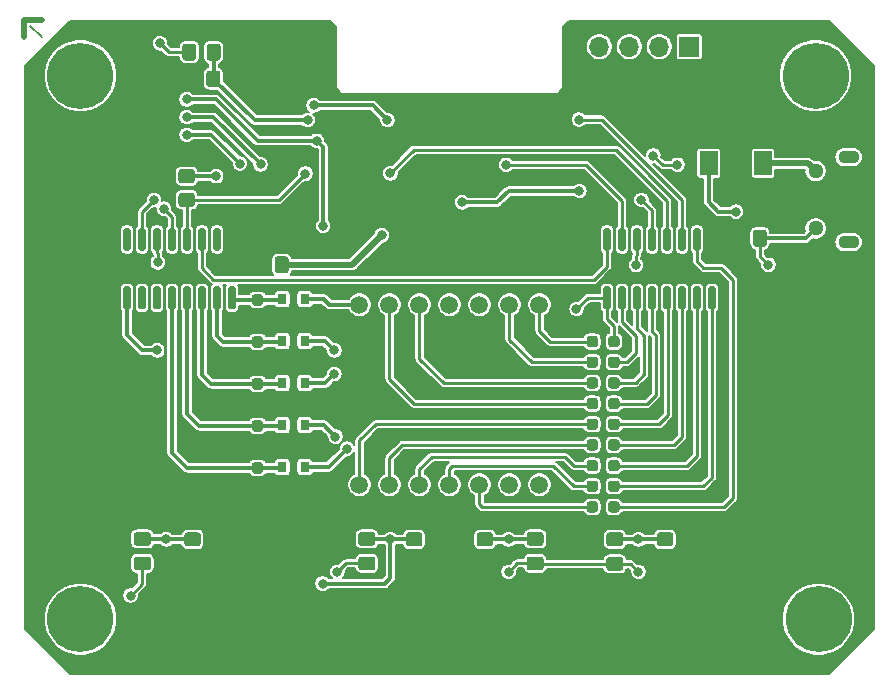
<source format=gbr>
%TF.GenerationSoftware,KiCad,Pcbnew,(5.1.10)-1*%
%TF.CreationDate,2021-10-03T21:55:55+02:00*%
%TF.ProjectId,KitchenTimer,4b697463-6865-46e5-9469-6d65722e6b69,rev?*%
%TF.SameCoordinates,Original*%
%TF.FileFunction,Copper,L2,Bot*%
%TF.FilePolarity,Positive*%
%FSLAX46Y46*%
G04 Gerber Fmt 4.6, Leading zero omitted, Abs format (unit mm)*
G04 Created by KiCad (PCBNEW (5.1.10)-1) date 2021-10-03 21:55:55*
%MOMM*%
%LPD*%
G01*
G04 APERTURE LIST*
%TA.AperFunction,ComponentPad*%
%ADD10C,1.500000*%
%TD*%
%TA.AperFunction,ComponentPad*%
%ADD11C,5.600000*%
%TD*%
%TA.AperFunction,SMDPad,CuDef*%
%ADD12R,3.800000X2.000000*%
%TD*%
%TA.AperFunction,SMDPad,CuDef*%
%ADD13R,1.500000X2.000000*%
%TD*%
%TA.AperFunction,SMDPad,CuDef*%
%ADD14R,0.800000X0.900000*%
%TD*%
%TA.AperFunction,ComponentPad*%
%ADD15O,1.800000X1.100000*%
%TD*%
%TA.AperFunction,ComponentPad*%
%ADD16C,1.290000*%
%TD*%
%TA.AperFunction,ComponentPad*%
%ADD17O,1.700000X1.700000*%
%TD*%
%TA.AperFunction,ComponentPad*%
%ADD18R,1.700000X1.700000*%
%TD*%
%TA.AperFunction,ViaPad*%
%ADD19C,0.800000*%
%TD*%
%TA.AperFunction,Conductor*%
%ADD20C,0.200000*%
%TD*%
%TA.AperFunction,Conductor*%
%ADD21C,0.500000*%
%TD*%
%TA.AperFunction,Conductor*%
%ADD22C,0.350000*%
%TD*%
%TA.AperFunction,Conductor*%
%ADD23C,0.250000*%
%TD*%
%TA.AperFunction,Conductor*%
%ADD24C,0.100000*%
%TD*%
G04 APERTURE END LIST*
D10*
%TO.P,LED1,14*%
%TO.N,Char_1_Power*%
X42380000Y-42380000D03*
%TO.P,LED1,13*%
%TO.N,Net-(LED1-Pad13)*%
X44920000Y-42380000D03*
%TO.P,LED1,12*%
%TO.N,Net-(LED1-Pad12)*%
X47460000Y-42380000D03*
%TO.P,LED1,11*%
%TO.N,Char_2_Power*%
X50000000Y-42380000D03*
%TO.P,LED1,10*%
%TO.N,Char_3_Power*%
X52540000Y-42380000D03*
%TO.P,LED1,9*%
%TO.N,Net-(LED1-Pad9)*%
X55080000Y-42380000D03*
%TO.P,LED1,8*%
%TO.N,Net-(LED1-Pad8)*%
X57620000Y-42380000D03*
%TO.P,LED1,7*%
%TO.N,Char_(':')_Power*%
X57620000Y-57620000D03*
%TO.P,LED1,6*%
%TO.N,Char_4_Power*%
X55080000Y-57620000D03*
%TO.P,LED1,5*%
%TO.N,Net-(LED1-Pad5)*%
X52540000Y-57620000D03*
%TO.P,LED1,4*%
%TO.N,Net-(LED1-Pad4)*%
X50000000Y-57620000D03*
%TO.P,LED1,3*%
%TO.N,Net-(LED1-Pad3)*%
X47460000Y-57620000D03*
%TO.P,LED1,2*%
%TO.N,Net-(LED1-Pad2)*%
X44920000Y-57620000D03*
%TO.P,LED1,1*%
%TO.N,Net-(LED1-Pad1)*%
X42380000Y-57620000D03*
%TD*%
%TO.P,R20,2*%
%TO.N,GND*%
%TA.AperFunction,SMDPad,CuDef*%
G36*
G01*
X63425000Y-45737500D02*
X63425000Y-45262500D01*
G75*
G02*
X63662500Y-45025000I237500J0D01*
G01*
X64162500Y-45025000D01*
G75*
G02*
X64400000Y-45262500I0J-237500D01*
G01*
X64400000Y-45737500D01*
G75*
G02*
X64162500Y-45975000I-237500J0D01*
G01*
X63662500Y-45975000D01*
G75*
G02*
X63425000Y-45737500I0J237500D01*
G01*
G37*
%TD.AperFunction*%
%TO.P,R20,1*%
%TO.N,Net-(LED1-Pad8)*%
%TA.AperFunction,SMDPad,CuDef*%
G36*
G01*
X61600000Y-45737500D02*
X61600000Y-45262500D01*
G75*
G02*
X61837500Y-45025000I237500J0D01*
G01*
X62337500Y-45025000D01*
G75*
G02*
X62575000Y-45262500I0J-237500D01*
G01*
X62575000Y-45737500D01*
G75*
G02*
X62337500Y-45975000I-237500J0D01*
G01*
X61837500Y-45975000D01*
G75*
G02*
X61600000Y-45737500I0J237500D01*
G01*
G37*
%TD.AperFunction*%
%TD*%
%TO.P,C3,2*%
%TO.N,+3V3*%
%TA.AperFunction,SMDPad,CuDef*%
G36*
G01*
X74800000Y-36275000D02*
X74800000Y-37225000D01*
G75*
G02*
X74550000Y-37475000I-250000J0D01*
G01*
X73875000Y-37475000D01*
G75*
G02*
X73625000Y-37225000I0J250000D01*
G01*
X73625000Y-36275000D01*
G75*
G02*
X73875000Y-36025000I250000J0D01*
G01*
X74550000Y-36025000D01*
G75*
G02*
X74800000Y-36275000I0J-250000D01*
G01*
G37*
%TD.AperFunction*%
%TO.P,C3,1*%
%TO.N,GND*%
%TA.AperFunction,SMDPad,CuDef*%
G36*
G01*
X76875000Y-36275000D02*
X76875000Y-37225000D01*
G75*
G02*
X76625000Y-37475000I-250000J0D01*
G01*
X75950000Y-37475000D01*
G75*
G02*
X75700000Y-37225000I0J250000D01*
G01*
X75700000Y-36275000D01*
G75*
G02*
X75950000Y-36025000I250000J0D01*
G01*
X76625000Y-36025000D01*
G75*
G02*
X76875000Y-36275000I0J-250000D01*
G01*
G37*
%TD.AperFunction*%
%TD*%
%TO.P,C4,2*%
%TO.N,+3V3*%
%TA.AperFunction,SMDPad,CuDef*%
G36*
G01*
X34300000Y-38525000D02*
X34300000Y-39475000D01*
G75*
G02*
X34050000Y-39725000I-250000J0D01*
G01*
X33375000Y-39725000D01*
G75*
G02*
X33125000Y-39475000I0J250000D01*
G01*
X33125000Y-38525000D01*
G75*
G02*
X33375000Y-38275000I250000J0D01*
G01*
X34050000Y-38275000D01*
G75*
G02*
X34300000Y-38525000I0J-250000D01*
G01*
G37*
%TD.AperFunction*%
%TO.P,C4,1*%
%TO.N,GND*%
%TA.AperFunction,SMDPad,CuDef*%
G36*
G01*
X36375000Y-38525000D02*
X36375000Y-39475000D01*
G75*
G02*
X36125000Y-39725000I-250000J0D01*
G01*
X35450000Y-39725000D01*
G75*
G02*
X35200000Y-39475000I0J250000D01*
G01*
X35200000Y-38525000D01*
G75*
G02*
X35450000Y-38275000I250000J0D01*
G01*
X36125000Y-38275000D01*
G75*
G02*
X36375000Y-38525000I0J-250000D01*
G01*
G37*
%TD.AperFunction*%
%TD*%
%TO.P,R1,2*%
%TO.N,ShiftRegister_Output_Enable*%
%TA.AperFunction,SMDPad,CuDef*%
G36*
G01*
X27299999Y-32900000D02*
X28200001Y-32900000D01*
G75*
G02*
X28450000Y-33149999I0J-249999D01*
G01*
X28450000Y-33850001D01*
G75*
G02*
X28200001Y-34100000I-249999J0D01*
G01*
X27299999Y-34100000D01*
G75*
G02*
X27050000Y-33850001I0J249999D01*
G01*
X27050000Y-33149999D01*
G75*
G02*
X27299999Y-32900000I249999J0D01*
G01*
G37*
%TD.AperFunction*%
%TO.P,R1,1*%
%TO.N,GND*%
%TA.AperFunction,SMDPad,CuDef*%
G36*
G01*
X27299999Y-30900000D02*
X28200001Y-30900000D01*
G75*
G02*
X28450000Y-31149999I0J-249999D01*
G01*
X28450000Y-31850001D01*
G75*
G02*
X28200001Y-32100000I-249999J0D01*
G01*
X27299999Y-32100000D01*
G75*
G02*
X27050000Y-31850001I0J249999D01*
G01*
X27050000Y-31149999D01*
G75*
G02*
X27299999Y-30900000I249999J0D01*
G01*
G37*
%TD.AperFunction*%
%TD*%
%TO.P,R2,2*%
%TO.N,ESP_Enable*%
%TA.AperFunction,SMDPad,CuDef*%
G36*
G01*
X29400000Y-23700001D02*
X29400000Y-22799999D01*
G75*
G02*
X29649999Y-22550000I249999J0D01*
G01*
X30350001Y-22550000D01*
G75*
G02*
X30600000Y-22799999I0J-249999D01*
G01*
X30600000Y-23700001D01*
G75*
G02*
X30350001Y-23950000I-249999J0D01*
G01*
X29649999Y-23950000D01*
G75*
G02*
X29400000Y-23700001I0J249999D01*
G01*
G37*
%TD.AperFunction*%
%TO.P,R2,1*%
%TO.N,+3V3*%
%TA.AperFunction,SMDPad,CuDef*%
G36*
G01*
X27400000Y-23700001D02*
X27400000Y-22799999D01*
G75*
G02*
X27649999Y-22550000I249999J0D01*
G01*
X28350001Y-22550000D01*
G75*
G02*
X28600000Y-22799999I0J-249999D01*
G01*
X28600000Y-23700001D01*
G75*
G02*
X28350001Y-23950000I-249999J0D01*
G01*
X27649999Y-23950000D01*
G75*
G02*
X27400000Y-23700001I0J249999D01*
G01*
G37*
%TD.AperFunction*%
%TD*%
%TO.P,R5,2*%
%TO.N,+3V3*%
%TA.AperFunction,SMDPad,CuDef*%
G36*
G01*
X33506500Y-50425000D02*
X33981500Y-50425000D01*
G75*
G02*
X34219000Y-50662500I0J-237500D01*
G01*
X34219000Y-51162500D01*
G75*
G02*
X33981500Y-51400000I-237500J0D01*
G01*
X33506500Y-51400000D01*
G75*
G02*
X33269000Y-51162500I0J237500D01*
G01*
X33269000Y-50662500D01*
G75*
G02*
X33506500Y-50425000I237500J0D01*
G01*
G37*
%TD.AperFunction*%
%TO.P,R5,1*%
%TO.N,Char_3*%
%TA.AperFunction,SMDPad,CuDef*%
G36*
G01*
X33506500Y-48600000D02*
X33981500Y-48600000D01*
G75*
G02*
X34219000Y-48837500I0J-237500D01*
G01*
X34219000Y-49337500D01*
G75*
G02*
X33981500Y-49575000I-237500J0D01*
G01*
X33506500Y-49575000D01*
G75*
G02*
X33269000Y-49337500I0J237500D01*
G01*
X33269000Y-48837500D01*
G75*
G02*
X33506500Y-48600000I237500J0D01*
G01*
G37*
%TD.AperFunction*%
%TD*%
%TO.P,R3,2*%
%TO.N,+3V3*%
%TA.AperFunction,SMDPad,CuDef*%
G36*
G01*
X33506500Y-43313000D02*
X33981500Y-43313000D01*
G75*
G02*
X34219000Y-43550500I0J-237500D01*
G01*
X34219000Y-44050500D01*
G75*
G02*
X33981500Y-44288000I-237500J0D01*
G01*
X33506500Y-44288000D01*
G75*
G02*
X33269000Y-44050500I0J237500D01*
G01*
X33269000Y-43550500D01*
G75*
G02*
X33506500Y-43313000I237500J0D01*
G01*
G37*
%TD.AperFunction*%
%TO.P,R3,1*%
%TO.N,Char_1*%
%TA.AperFunction,SMDPad,CuDef*%
G36*
G01*
X33506500Y-41488000D02*
X33981500Y-41488000D01*
G75*
G02*
X34219000Y-41725500I0J-237500D01*
G01*
X34219000Y-42225500D01*
G75*
G02*
X33981500Y-42463000I-237500J0D01*
G01*
X33506500Y-42463000D01*
G75*
G02*
X33269000Y-42225500I0J237500D01*
G01*
X33269000Y-41725500D01*
G75*
G02*
X33506500Y-41488000I237500J0D01*
G01*
G37*
%TD.AperFunction*%
%TD*%
%TO.P,R4,2*%
%TO.N,+3V3*%
%TA.AperFunction,SMDPad,CuDef*%
G36*
G01*
X33506500Y-46869000D02*
X33981500Y-46869000D01*
G75*
G02*
X34219000Y-47106500I0J-237500D01*
G01*
X34219000Y-47606500D01*
G75*
G02*
X33981500Y-47844000I-237500J0D01*
G01*
X33506500Y-47844000D01*
G75*
G02*
X33269000Y-47606500I0J237500D01*
G01*
X33269000Y-47106500D01*
G75*
G02*
X33506500Y-46869000I237500J0D01*
G01*
G37*
%TD.AperFunction*%
%TO.P,R4,1*%
%TO.N,Char_2*%
%TA.AperFunction,SMDPad,CuDef*%
G36*
G01*
X33506500Y-45044000D02*
X33981500Y-45044000D01*
G75*
G02*
X34219000Y-45281500I0J-237500D01*
G01*
X34219000Y-45781500D01*
G75*
G02*
X33981500Y-46019000I-237500J0D01*
G01*
X33506500Y-46019000D01*
G75*
G02*
X33269000Y-45781500I0J237500D01*
G01*
X33269000Y-45281500D01*
G75*
G02*
X33506500Y-45044000I237500J0D01*
G01*
G37*
%TD.AperFunction*%
%TD*%
%TO.P,U3,1*%
%TO.N,Char_1*%
%TA.AperFunction,SMDPad,CuDef*%
G36*
G01*
X31735000Y-42782000D02*
X31435000Y-42782000D01*
G75*
G02*
X31285000Y-42632000I0J150000D01*
G01*
X31285000Y-40982000D01*
G75*
G02*
X31435000Y-40832000I150000J0D01*
G01*
X31735000Y-40832000D01*
G75*
G02*
X31885000Y-40982000I0J-150000D01*
G01*
X31885000Y-42632000D01*
G75*
G02*
X31735000Y-42782000I-150000J0D01*
G01*
G37*
%TD.AperFunction*%
%TO.P,U3,2*%
%TO.N,Char_2*%
%TA.AperFunction,SMDPad,CuDef*%
G36*
G01*
X30465000Y-42782000D02*
X30165000Y-42782000D01*
G75*
G02*
X30015000Y-42632000I0J150000D01*
G01*
X30015000Y-40982000D01*
G75*
G02*
X30165000Y-40832000I150000J0D01*
G01*
X30465000Y-40832000D01*
G75*
G02*
X30615000Y-40982000I0J-150000D01*
G01*
X30615000Y-42632000D01*
G75*
G02*
X30465000Y-42782000I-150000J0D01*
G01*
G37*
%TD.AperFunction*%
%TO.P,U3,3*%
%TO.N,Char_3*%
%TA.AperFunction,SMDPad,CuDef*%
G36*
G01*
X29195000Y-42782000D02*
X28895000Y-42782000D01*
G75*
G02*
X28745000Y-42632000I0J150000D01*
G01*
X28745000Y-40982000D01*
G75*
G02*
X28895000Y-40832000I150000J0D01*
G01*
X29195000Y-40832000D01*
G75*
G02*
X29345000Y-40982000I0J-150000D01*
G01*
X29345000Y-42632000D01*
G75*
G02*
X29195000Y-42782000I-150000J0D01*
G01*
G37*
%TD.AperFunction*%
%TO.P,U3,4*%
%TO.N,LED_(':')*%
%TA.AperFunction,SMDPad,CuDef*%
G36*
G01*
X27925000Y-42782000D02*
X27625000Y-42782000D01*
G75*
G02*
X27475000Y-42632000I0J150000D01*
G01*
X27475000Y-40982000D01*
G75*
G02*
X27625000Y-40832000I150000J0D01*
G01*
X27925000Y-40832000D01*
G75*
G02*
X28075000Y-40982000I0J-150000D01*
G01*
X28075000Y-42632000D01*
G75*
G02*
X27925000Y-42782000I-150000J0D01*
G01*
G37*
%TD.AperFunction*%
%TO.P,U3,5*%
%TO.N,Char_4*%
%TA.AperFunction,SMDPad,CuDef*%
G36*
G01*
X26655000Y-42782000D02*
X26355000Y-42782000D01*
G75*
G02*
X26205000Y-42632000I0J150000D01*
G01*
X26205000Y-40982000D01*
G75*
G02*
X26355000Y-40832000I150000J0D01*
G01*
X26655000Y-40832000D01*
G75*
G02*
X26805000Y-40982000I0J-150000D01*
G01*
X26805000Y-42632000D01*
G75*
G02*
X26655000Y-42782000I-150000J0D01*
G01*
G37*
%TD.AperFunction*%
%TO.P,U3,6*%
%TO.N,Net-(U3-Pad6)*%
%TA.AperFunction,SMDPad,CuDef*%
G36*
G01*
X25385000Y-42782000D02*
X25085000Y-42782000D01*
G75*
G02*
X24935000Y-42632000I0J150000D01*
G01*
X24935000Y-40982000D01*
G75*
G02*
X25085000Y-40832000I150000J0D01*
G01*
X25385000Y-40832000D01*
G75*
G02*
X25535000Y-40982000I0J-150000D01*
G01*
X25535000Y-42632000D01*
G75*
G02*
X25385000Y-42782000I-150000J0D01*
G01*
G37*
%TD.AperFunction*%
%TO.P,U3,7*%
%TO.N,Net-(U3-Pad7)*%
%TA.AperFunction,SMDPad,CuDef*%
G36*
G01*
X24115000Y-42782000D02*
X23815000Y-42782000D01*
G75*
G02*
X23665000Y-42632000I0J150000D01*
G01*
X23665000Y-40982000D01*
G75*
G02*
X23815000Y-40832000I150000J0D01*
G01*
X24115000Y-40832000D01*
G75*
G02*
X24265000Y-40982000I0J-150000D01*
G01*
X24265000Y-42632000D01*
G75*
G02*
X24115000Y-42782000I-150000J0D01*
G01*
G37*
%TD.AperFunction*%
%TO.P,U3,8*%
%TO.N,GND*%
%TA.AperFunction,SMDPad,CuDef*%
G36*
G01*
X22845000Y-42782000D02*
X22545000Y-42782000D01*
G75*
G02*
X22395000Y-42632000I0J150000D01*
G01*
X22395000Y-40982000D01*
G75*
G02*
X22545000Y-40832000I150000J0D01*
G01*
X22845000Y-40832000D01*
G75*
G02*
X22995000Y-40982000I0J-150000D01*
G01*
X22995000Y-42632000D01*
G75*
G02*
X22845000Y-42782000I-150000J0D01*
G01*
G37*
%TD.AperFunction*%
%TO.P,U3,9*%
%TO.N,ShiftRegister_2_overflow*%
%TA.AperFunction,SMDPad,CuDef*%
G36*
G01*
X22845000Y-37832000D02*
X22545000Y-37832000D01*
G75*
G02*
X22395000Y-37682000I0J150000D01*
G01*
X22395000Y-36032000D01*
G75*
G02*
X22545000Y-35882000I150000J0D01*
G01*
X22845000Y-35882000D01*
G75*
G02*
X22995000Y-36032000I0J-150000D01*
G01*
X22995000Y-37682000D01*
G75*
G02*
X22845000Y-37832000I-150000J0D01*
G01*
G37*
%TD.AperFunction*%
%TO.P,U3,10*%
%TO.N,!Clear*%
%TA.AperFunction,SMDPad,CuDef*%
G36*
G01*
X24115000Y-37832000D02*
X23815000Y-37832000D01*
G75*
G02*
X23665000Y-37682000I0J150000D01*
G01*
X23665000Y-36032000D01*
G75*
G02*
X23815000Y-35882000I150000J0D01*
G01*
X24115000Y-35882000D01*
G75*
G02*
X24265000Y-36032000I0J-150000D01*
G01*
X24265000Y-37682000D01*
G75*
G02*
X24115000Y-37832000I-150000J0D01*
G01*
G37*
%TD.AperFunction*%
%TO.P,U3,11*%
%TO.N,Clock*%
%TA.AperFunction,SMDPad,CuDef*%
G36*
G01*
X25385000Y-37832000D02*
X25085000Y-37832000D01*
G75*
G02*
X24935000Y-37682000I0J150000D01*
G01*
X24935000Y-36032000D01*
G75*
G02*
X25085000Y-35882000I150000J0D01*
G01*
X25385000Y-35882000D01*
G75*
G02*
X25535000Y-36032000I0J-150000D01*
G01*
X25535000Y-37682000D01*
G75*
G02*
X25385000Y-37832000I-150000J0D01*
G01*
G37*
%TD.AperFunction*%
%TO.P,U3,12*%
%TO.N,Latch*%
%TA.AperFunction,SMDPad,CuDef*%
G36*
G01*
X26655000Y-37832000D02*
X26355000Y-37832000D01*
G75*
G02*
X26205000Y-37682000I0J150000D01*
G01*
X26205000Y-36032000D01*
G75*
G02*
X26355000Y-35882000I150000J0D01*
G01*
X26655000Y-35882000D01*
G75*
G02*
X26805000Y-36032000I0J-150000D01*
G01*
X26805000Y-37682000D01*
G75*
G02*
X26655000Y-37832000I-150000J0D01*
G01*
G37*
%TD.AperFunction*%
%TO.P,U3,13*%
%TO.N,ShiftRegister_Output_Enable*%
%TA.AperFunction,SMDPad,CuDef*%
G36*
G01*
X27925000Y-37832000D02*
X27625000Y-37832000D01*
G75*
G02*
X27475000Y-37682000I0J150000D01*
G01*
X27475000Y-36032000D01*
G75*
G02*
X27625000Y-35882000I150000J0D01*
G01*
X27925000Y-35882000D01*
G75*
G02*
X28075000Y-36032000I0J-150000D01*
G01*
X28075000Y-37682000D01*
G75*
G02*
X27925000Y-37832000I-150000J0D01*
G01*
G37*
%TD.AperFunction*%
%TO.P,U3,14*%
%TO.N,ShiftRegister_1_overflow*%
%TA.AperFunction,SMDPad,CuDef*%
G36*
G01*
X29195000Y-37832000D02*
X28895000Y-37832000D01*
G75*
G02*
X28745000Y-37682000I0J150000D01*
G01*
X28745000Y-36032000D01*
G75*
G02*
X28895000Y-35882000I150000J0D01*
G01*
X29195000Y-35882000D01*
G75*
G02*
X29345000Y-36032000I0J-150000D01*
G01*
X29345000Y-37682000D01*
G75*
G02*
X29195000Y-37832000I-150000J0D01*
G01*
G37*
%TD.AperFunction*%
%TO.P,U3,15*%
%TO.N,Net-(U3-Pad15)*%
%TA.AperFunction,SMDPad,CuDef*%
G36*
G01*
X30465000Y-37832000D02*
X30165000Y-37832000D01*
G75*
G02*
X30015000Y-37682000I0J150000D01*
G01*
X30015000Y-36032000D01*
G75*
G02*
X30165000Y-35882000I150000J0D01*
G01*
X30465000Y-35882000D01*
G75*
G02*
X30615000Y-36032000I0J-150000D01*
G01*
X30615000Y-37682000D01*
G75*
G02*
X30465000Y-37832000I-150000J0D01*
G01*
G37*
%TD.AperFunction*%
%TO.P,U3,16*%
%TO.N,+3V3*%
%TA.AperFunction,SMDPad,CuDef*%
G36*
G01*
X31735000Y-37832000D02*
X31435000Y-37832000D01*
G75*
G02*
X31285000Y-37682000I0J150000D01*
G01*
X31285000Y-36032000D01*
G75*
G02*
X31435000Y-35882000I150000J0D01*
G01*
X31735000Y-35882000D01*
G75*
G02*
X31885000Y-36032000I0J-150000D01*
G01*
X31885000Y-37682000D01*
G75*
G02*
X31735000Y-37832000I-150000J0D01*
G01*
G37*
%TD.AperFunction*%
%TD*%
D11*
%TO.P,J6,1*%
%TO.N,GND*%
X18750000Y-23000000D03*
%TD*%
%TO.P,J5,1*%
%TO.N,GND*%
X18750000Y-69000000D03*
%TD*%
%TO.P,J4,1*%
%TO.N,GND*%
X81000000Y-23000000D03*
%TD*%
%TO.P,J3,1*%
%TO.N,GND*%
X81250000Y-69000000D03*
%TD*%
D12*
%TO.P,U4,2*%
%TO.N,+3V3*%
X74250000Y-24100000D03*
D13*
X74250000Y-30400000D03*
%TO.P,U4,3*%
%TO.N,+5V*%
X71950000Y-30400000D03*
%TO.P,U4,1*%
%TO.N,GND*%
X76550000Y-30400000D03*
%TD*%
%TO.P,R11,1*%
%TO.N,+3V3*%
%TA.AperFunction,SMDPad,CuDef*%
G36*
G01*
X47450001Y-64850000D02*
X46549999Y-64850000D01*
G75*
G02*
X46300000Y-64600001I0J249999D01*
G01*
X46300000Y-63899999D01*
G75*
G02*
X46549999Y-63650000I249999J0D01*
G01*
X47450001Y-63650000D01*
G75*
G02*
X47700000Y-63899999I0J-249999D01*
G01*
X47700000Y-64600001D01*
G75*
G02*
X47450001Y-64850000I-249999J0D01*
G01*
G37*
%TD.AperFunction*%
%TO.P,R11,2*%
%TO.N,BTN_Down*%
%TA.AperFunction,SMDPad,CuDef*%
G36*
G01*
X47450001Y-62850000D02*
X46549999Y-62850000D01*
G75*
G02*
X46300000Y-62600001I0J249999D01*
G01*
X46300000Y-61899999D01*
G75*
G02*
X46549999Y-61650000I249999J0D01*
G01*
X47450001Y-61650000D01*
G75*
G02*
X47700000Y-61899999I0J-249999D01*
G01*
X47700000Y-62600001D01*
G75*
G02*
X47450001Y-62850000I-249999J0D01*
G01*
G37*
%TD.AperFunction*%
%TD*%
%TO.P,R10,1*%
%TO.N,+3V3*%
%TA.AperFunction,SMDPad,CuDef*%
G36*
G01*
X28700001Y-64850000D02*
X27799999Y-64850000D01*
G75*
G02*
X27550000Y-64600001I0J249999D01*
G01*
X27550000Y-63899999D01*
G75*
G02*
X27799999Y-63650000I249999J0D01*
G01*
X28700001Y-63650000D01*
G75*
G02*
X28950000Y-63899999I0J-249999D01*
G01*
X28950000Y-64600001D01*
G75*
G02*
X28700001Y-64850000I-249999J0D01*
G01*
G37*
%TD.AperFunction*%
%TO.P,R10,2*%
%TO.N,BTN_Up*%
%TA.AperFunction,SMDPad,CuDef*%
G36*
G01*
X28700001Y-62850000D02*
X27799999Y-62850000D01*
G75*
G02*
X27550000Y-62600001I0J249999D01*
G01*
X27550000Y-61899999D01*
G75*
G02*
X27799999Y-61650000I249999J0D01*
G01*
X28700001Y-61650000D01*
G75*
G02*
X28950000Y-61899999I0J-249999D01*
G01*
X28950000Y-62600001D01*
G75*
G02*
X28700001Y-62850000I-249999J0D01*
G01*
G37*
%TD.AperFunction*%
%TD*%
%TO.P,R9,1*%
%TO.N,+3V3*%
%TA.AperFunction,SMDPad,CuDef*%
G36*
G01*
X68700001Y-64850000D02*
X67799999Y-64850000D01*
G75*
G02*
X67550000Y-64600001I0J249999D01*
G01*
X67550000Y-63899999D01*
G75*
G02*
X67799999Y-63650000I249999J0D01*
G01*
X68700001Y-63650000D01*
G75*
G02*
X68950000Y-63899999I0J-249999D01*
G01*
X68950000Y-64600001D01*
G75*
G02*
X68700001Y-64850000I-249999J0D01*
G01*
G37*
%TD.AperFunction*%
%TO.P,R9,2*%
%TO.N,BTN_ResetCountdown*%
%TA.AperFunction,SMDPad,CuDef*%
G36*
G01*
X68700001Y-62850000D02*
X67799999Y-62850000D01*
G75*
G02*
X67550000Y-62600001I0J249999D01*
G01*
X67550000Y-61899999D01*
G75*
G02*
X67799999Y-61650000I249999J0D01*
G01*
X68700001Y-61650000D01*
G75*
G02*
X68950000Y-61899999I0J-249999D01*
G01*
X68950000Y-62600001D01*
G75*
G02*
X68700001Y-62850000I-249999J0D01*
G01*
G37*
%TD.AperFunction*%
%TD*%
%TO.P,R8,1*%
%TO.N,+3V3*%
%TA.AperFunction,SMDPad,CuDef*%
G36*
G01*
X53450001Y-64850000D02*
X52549999Y-64850000D01*
G75*
G02*
X52300000Y-64600001I0J249999D01*
G01*
X52300000Y-63899999D01*
G75*
G02*
X52549999Y-63650000I249999J0D01*
G01*
X53450001Y-63650000D01*
G75*
G02*
X53700000Y-63899999I0J-249999D01*
G01*
X53700000Y-64600001D01*
G75*
G02*
X53450001Y-64850000I-249999J0D01*
G01*
G37*
%TD.AperFunction*%
%TO.P,R8,2*%
%TO.N,BTN_StartStop*%
%TA.AperFunction,SMDPad,CuDef*%
G36*
G01*
X53450001Y-62850000D02*
X52549999Y-62850000D01*
G75*
G02*
X52300000Y-62600001I0J249999D01*
G01*
X52300000Y-61899999D01*
G75*
G02*
X52549999Y-61650000I249999J0D01*
G01*
X53450001Y-61650000D01*
G75*
G02*
X53700000Y-61899999I0J-249999D01*
G01*
X53700000Y-62600001D01*
G75*
G02*
X53450001Y-62850000I-249999J0D01*
G01*
G37*
%TD.AperFunction*%
%TD*%
D14*
%TO.P,Q3,1*%
%TO.N,Char_3*%
X35842000Y-49000000D03*
%TO.P,Q3,2*%
%TO.N,Char_3_Power*%
X37742000Y-49000000D03*
%TO.P,Q3,3*%
%TO.N,+3V3*%
X36792000Y-51000000D03*
%TD*%
%TO.P,R7,1*%
%TO.N,LED_(':')*%
%TA.AperFunction,SMDPad,CuDef*%
G36*
G01*
X33506500Y-52156000D02*
X33981500Y-52156000D01*
G75*
G02*
X34219000Y-52393500I0J-237500D01*
G01*
X34219000Y-52893500D01*
G75*
G02*
X33981500Y-53131000I-237500J0D01*
G01*
X33506500Y-53131000D01*
G75*
G02*
X33269000Y-52893500I0J237500D01*
G01*
X33269000Y-52393500D01*
G75*
G02*
X33506500Y-52156000I237500J0D01*
G01*
G37*
%TD.AperFunction*%
%TO.P,R7,2*%
%TO.N,+3V3*%
%TA.AperFunction,SMDPad,CuDef*%
G36*
G01*
X33506500Y-53981000D02*
X33981500Y-53981000D01*
G75*
G02*
X34219000Y-54218500I0J-237500D01*
G01*
X34219000Y-54718500D01*
G75*
G02*
X33981500Y-54956000I-237500J0D01*
G01*
X33506500Y-54956000D01*
G75*
G02*
X33269000Y-54718500I0J237500D01*
G01*
X33269000Y-54218500D01*
G75*
G02*
X33506500Y-53981000I237500J0D01*
G01*
G37*
%TD.AperFunction*%
%TD*%
%TO.P,Q4,1*%
%TO.N,Char_4*%
X35842000Y-56112000D03*
%TO.P,Q4,2*%
%TO.N,Char_4_Power*%
X37742000Y-56112000D03*
%TO.P,Q4,3*%
%TO.N,+3V3*%
X36792000Y-58112000D03*
%TD*%
%TO.P,R6,1*%
%TO.N,Char_4*%
%TA.AperFunction,SMDPad,CuDef*%
G36*
G01*
X33506500Y-55712000D02*
X33981500Y-55712000D01*
G75*
G02*
X34219000Y-55949500I0J-237500D01*
G01*
X34219000Y-56449500D01*
G75*
G02*
X33981500Y-56687000I-237500J0D01*
G01*
X33506500Y-56687000D01*
G75*
G02*
X33269000Y-56449500I0J237500D01*
G01*
X33269000Y-55949500D01*
G75*
G02*
X33506500Y-55712000I237500J0D01*
G01*
G37*
%TD.AperFunction*%
%TO.P,R6,2*%
%TO.N,+3V3*%
%TA.AperFunction,SMDPad,CuDef*%
G36*
G01*
X33506500Y-57537000D02*
X33981500Y-57537000D01*
G75*
G02*
X34219000Y-57774500I0J-237500D01*
G01*
X34219000Y-58274500D01*
G75*
G02*
X33981500Y-58512000I-237500J0D01*
G01*
X33506500Y-58512000D01*
G75*
G02*
X33269000Y-58274500I0J237500D01*
G01*
X33269000Y-57774500D01*
G75*
G02*
X33506500Y-57537000I237500J0D01*
G01*
G37*
%TD.AperFunction*%
%TD*%
%TO.P,R19,1*%
%TO.N,Net-(LED1-Pad3)*%
%TA.AperFunction,SMDPad,CuDef*%
G36*
G01*
X61600000Y-56237500D02*
X61600000Y-55762500D01*
G75*
G02*
X61837500Y-55525000I237500J0D01*
G01*
X62337500Y-55525000D01*
G75*
G02*
X62575000Y-55762500I0J-237500D01*
G01*
X62575000Y-56237500D01*
G75*
G02*
X62337500Y-56475000I-237500J0D01*
G01*
X61837500Y-56475000D01*
G75*
G02*
X61600000Y-56237500I0J237500D01*
G01*
G37*
%TD.AperFunction*%
%TO.P,R19,2*%
%TO.N,LED_DP*%
%TA.AperFunction,SMDPad,CuDef*%
G36*
G01*
X63425000Y-56237500D02*
X63425000Y-55762500D01*
G75*
G02*
X63662500Y-55525000I237500J0D01*
G01*
X64162500Y-55525000D01*
G75*
G02*
X64400000Y-55762500I0J-237500D01*
G01*
X64400000Y-56237500D01*
G75*
G02*
X64162500Y-56475000I-237500J0D01*
G01*
X63662500Y-56475000D01*
G75*
G02*
X63425000Y-56237500I0J237500D01*
G01*
G37*
%TD.AperFunction*%
%TD*%
%TO.P,Q5,1*%
%TO.N,LED_(':')*%
X35842000Y-52556000D03*
%TO.P,Q5,2*%
%TO.N,Char_(':')_Power*%
X37742000Y-52556000D03*
%TO.P,Q5,3*%
%TO.N,+3V3*%
X36792000Y-54556000D03*
%TD*%
%TO.P,R18,1*%
%TO.N,Net-(LED1-Pad5)*%
%TA.AperFunction,SMDPad,CuDef*%
G36*
G01*
X61600000Y-59737500D02*
X61600000Y-59262500D01*
G75*
G02*
X61837500Y-59025000I237500J0D01*
G01*
X62337500Y-59025000D01*
G75*
G02*
X62575000Y-59262500I0J-237500D01*
G01*
X62575000Y-59737500D01*
G75*
G02*
X62337500Y-59975000I-237500J0D01*
G01*
X61837500Y-59975000D01*
G75*
G02*
X61600000Y-59737500I0J237500D01*
G01*
G37*
%TD.AperFunction*%
%TO.P,R18,2*%
%TO.N,LED_G*%
%TA.AperFunction,SMDPad,CuDef*%
G36*
G01*
X63425000Y-59737500D02*
X63425000Y-59262500D01*
G75*
G02*
X63662500Y-59025000I237500J0D01*
G01*
X64162500Y-59025000D01*
G75*
G02*
X64400000Y-59262500I0J-237500D01*
G01*
X64400000Y-59737500D01*
G75*
G02*
X64162500Y-59975000I-237500J0D01*
G01*
X63662500Y-59975000D01*
G75*
G02*
X63425000Y-59737500I0J237500D01*
G01*
G37*
%TD.AperFunction*%
%TD*%
%TO.P,R17,1*%
%TO.N,Net-(LED1-Pad12)*%
%TA.AperFunction,SMDPad,CuDef*%
G36*
G01*
X61600000Y-49237500D02*
X61600000Y-48762500D01*
G75*
G02*
X61837500Y-48525000I237500J0D01*
G01*
X62337500Y-48525000D01*
G75*
G02*
X62575000Y-48762500I0J-237500D01*
G01*
X62575000Y-49237500D01*
G75*
G02*
X62337500Y-49475000I-237500J0D01*
G01*
X61837500Y-49475000D01*
G75*
G02*
X61600000Y-49237500I0J237500D01*
G01*
G37*
%TD.AperFunction*%
%TO.P,R17,2*%
%TO.N,LED_F*%
%TA.AperFunction,SMDPad,CuDef*%
G36*
G01*
X63425000Y-49237500D02*
X63425000Y-48762500D01*
G75*
G02*
X63662500Y-48525000I237500J0D01*
G01*
X64162500Y-48525000D01*
G75*
G02*
X64400000Y-48762500I0J-237500D01*
G01*
X64400000Y-49237500D01*
G75*
G02*
X64162500Y-49475000I-237500J0D01*
G01*
X63662500Y-49475000D01*
G75*
G02*
X63425000Y-49237500I0J237500D01*
G01*
G37*
%TD.AperFunction*%
%TD*%
%TO.P,U2,1*%
%TO.N,LED_C*%
%TA.AperFunction,SMDPad,CuDef*%
G36*
G01*
X72375000Y-42782000D02*
X72075000Y-42782000D01*
G75*
G02*
X71925000Y-42632000I0J150000D01*
G01*
X71925000Y-40982000D01*
G75*
G02*
X72075000Y-40832000I150000J0D01*
G01*
X72375000Y-40832000D01*
G75*
G02*
X72525000Y-40982000I0J-150000D01*
G01*
X72525000Y-42632000D01*
G75*
G02*
X72375000Y-42782000I-150000J0D01*
G01*
G37*
%TD.AperFunction*%
%TO.P,U2,2*%
%TO.N,LED_DP*%
%TA.AperFunction,SMDPad,CuDef*%
G36*
G01*
X71105000Y-42782000D02*
X70805000Y-42782000D01*
G75*
G02*
X70655000Y-42632000I0J150000D01*
G01*
X70655000Y-40982000D01*
G75*
G02*
X70805000Y-40832000I150000J0D01*
G01*
X71105000Y-40832000D01*
G75*
G02*
X71255000Y-40982000I0J-150000D01*
G01*
X71255000Y-42632000D01*
G75*
G02*
X71105000Y-42782000I-150000J0D01*
G01*
G37*
%TD.AperFunction*%
%TO.P,U2,3*%
%TO.N,LED_D*%
%TA.AperFunction,SMDPad,CuDef*%
G36*
G01*
X69835000Y-42782000D02*
X69535000Y-42782000D01*
G75*
G02*
X69385000Y-42632000I0J150000D01*
G01*
X69385000Y-40982000D01*
G75*
G02*
X69535000Y-40832000I150000J0D01*
G01*
X69835000Y-40832000D01*
G75*
G02*
X69985000Y-40982000I0J-150000D01*
G01*
X69985000Y-42632000D01*
G75*
G02*
X69835000Y-42782000I-150000J0D01*
G01*
G37*
%TD.AperFunction*%
%TO.P,U2,4*%
%TO.N,LED_E*%
%TA.AperFunction,SMDPad,CuDef*%
G36*
G01*
X68565000Y-42782000D02*
X68265000Y-42782000D01*
G75*
G02*
X68115000Y-42632000I0J150000D01*
G01*
X68115000Y-40982000D01*
G75*
G02*
X68265000Y-40832000I150000J0D01*
G01*
X68565000Y-40832000D01*
G75*
G02*
X68715000Y-40982000I0J-150000D01*
G01*
X68715000Y-42632000D01*
G75*
G02*
X68565000Y-42782000I-150000J0D01*
G01*
G37*
%TD.AperFunction*%
%TO.P,U2,5*%
%TO.N,LED_A*%
%TA.AperFunction,SMDPad,CuDef*%
G36*
G01*
X67295000Y-42782000D02*
X66995000Y-42782000D01*
G75*
G02*
X66845000Y-42632000I0J150000D01*
G01*
X66845000Y-40982000D01*
G75*
G02*
X66995000Y-40832000I150000J0D01*
G01*
X67295000Y-40832000D01*
G75*
G02*
X67445000Y-40982000I0J-150000D01*
G01*
X67445000Y-42632000D01*
G75*
G02*
X67295000Y-42782000I-150000J0D01*
G01*
G37*
%TD.AperFunction*%
%TO.P,U2,6*%
%TO.N,LED_F*%
%TA.AperFunction,SMDPad,CuDef*%
G36*
G01*
X66025000Y-42782000D02*
X65725000Y-42782000D01*
G75*
G02*
X65575000Y-42632000I0J150000D01*
G01*
X65575000Y-40982000D01*
G75*
G02*
X65725000Y-40832000I150000J0D01*
G01*
X66025000Y-40832000D01*
G75*
G02*
X66175000Y-40982000I0J-150000D01*
G01*
X66175000Y-42632000D01*
G75*
G02*
X66025000Y-42782000I-150000J0D01*
G01*
G37*
%TD.AperFunction*%
%TO.P,U2,7*%
%TO.N,LED_B*%
%TA.AperFunction,SMDPad,CuDef*%
G36*
G01*
X64755000Y-42782000D02*
X64455000Y-42782000D01*
G75*
G02*
X64305000Y-42632000I0J150000D01*
G01*
X64305000Y-40982000D01*
G75*
G02*
X64455000Y-40832000I150000J0D01*
G01*
X64755000Y-40832000D01*
G75*
G02*
X64905000Y-40982000I0J-150000D01*
G01*
X64905000Y-42632000D01*
G75*
G02*
X64755000Y-42782000I-150000J0D01*
G01*
G37*
%TD.AperFunction*%
%TO.P,U2,8*%
%TO.N,GND*%
%TA.AperFunction,SMDPad,CuDef*%
G36*
G01*
X63485000Y-42782000D02*
X63185000Y-42782000D01*
G75*
G02*
X63035000Y-42632000I0J150000D01*
G01*
X63035000Y-40982000D01*
G75*
G02*
X63185000Y-40832000I150000J0D01*
G01*
X63485000Y-40832000D01*
G75*
G02*
X63635000Y-40982000I0J-150000D01*
G01*
X63635000Y-42632000D01*
G75*
G02*
X63485000Y-42782000I-150000J0D01*
G01*
G37*
%TD.AperFunction*%
%TO.P,U2,9*%
%TO.N,ShiftRegister_1_overflow*%
%TA.AperFunction,SMDPad,CuDef*%
G36*
G01*
X63485000Y-37832000D02*
X63185000Y-37832000D01*
G75*
G02*
X63035000Y-37682000I0J150000D01*
G01*
X63035000Y-36032000D01*
G75*
G02*
X63185000Y-35882000I150000J0D01*
G01*
X63485000Y-35882000D01*
G75*
G02*
X63635000Y-36032000I0J-150000D01*
G01*
X63635000Y-37682000D01*
G75*
G02*
X63485000Y-37832000I-150000J0D01*
G01*
G37*
%TD.AperFunction*%
%TO.P,U2,10*%
%TO.N,!Clear*%
%TA.AperFunction,SMDPad,CuDef*%
G36*
G01*
X64755000Y-37832000D02*
X64455000Y-37832000D01*
G75*
G02*
X64305000Y-37682000I0J150000D01*
G01*
X64305000Y-36032000D01*
G75*
G02*
X64455000Y-35882000I150000J0D01*
G01*
X64755000Y-35882000D01*
G75*
G02*
X64905000Y-36032000I0J-150000D01*
G01*
X64905000Y-37682000D01*
G75*
G02*
X64755000Y-37832000I-150000J0D01*
G01*
G37*
%TD.AperFunction*%
%TO.P,U2,11*%
%TO.N,Clock*%
%TA.AperFunction,SMDPad,CuDef*%
G36*
G01*
X66025000Y-37832000D02*
X65725000Y-37832000D01*
G75*
G02*
X65575000Y-37682000I0J150000D01*
G01*
X65575000Y-36032000D01*
G75*
G02*
X65725000Y-35882000I150000J0D01*
G01*
X66025000Y-35882000D01*
G75*
G02*
X66175000Y-36032000I0J-150000D01*
G01*
X66175000Y-37682000D01*
G75*
G02*
X66025000Y-37832000I-150000J0D01*
G01*
G37*
%TD.AperFunction*%
%TO.P,U2,12*%
%TO.N,Latch*%
%TA.AperFunction,SMDPad,CuDef*%
G36*
G01*
X67295000Y-37832000D02*
X66995000Y-37832000D01*
G75*
G02*
X66845000Y-37682000I0J150000D01*
G01*
X66845000Y-36032000D01*
G75*
G02*
X66995000Y-35882000I150000J0D01*
G01*
X67295000Y-35882000D01*
G75*
G02*
X67445000Y-36032000I0J-150000D01*
G01*
X67445000Y-37682000D01*
G75*
G02*
X67295000Y-37832000I-150000J0D01*
G01*
G37*
%TD.AperFunction*%
%TO.P,U2,13*%
%TO.N,ShiftRegister_Output_Enable*%
%TA.AperFunction,SMDPad,CuDef*%
G36*
G01*
X68565000Y-37832000D02*
X68265000Y-37832000D01*
G75*
G02*
X68115000Y-37682000I0J150000D01*
G01*
X68115000Y-36032000D01*
G75*
G02*
X68265000Y-35882000I150000J0D01*
G01*
X68565000Y-35882000D01*
G75*
G02*
X68715000Y-36032000I0J-150000D01*
G01*
X68715000Y-37682000D01*
G75*
G02*
X68565000Y-37832000I-150000J0D01*
G01*
G37*
%TD.AperFunction*%
%TO.P,U2,14*%
%TO.N,Data*%
%TA.AperFunction,SMDPad,CuDef*%
G36*
G01*
X69835000Y-37832000D02*
X69535000Y-37832000D01*
G75*
G02*
X69385000Y-37682000I0J150000D01*
G01*
X69385000Y-36032000D01*
G75*
G02*
X69535000Y-35882000I150000J0D01*
G01*
X69835000Y-35882000D01*
G75*
G02*
X69985000Y-36032000I0J-150000D01*
G01*
X69985000Y-37682000D01*
G75*
G02*
X69835000Y-37832000I-150000J0D01*
G01*
G37*
%TD.AperFunction*%
%TO.P,U2,15*%
%TO.N,LED_G*%
%TA.AperFunction,SMDPad,CuDef*%
G36*
G01*
X71105000Y-37832000D02*
X70805000Y-37832000D01*
G75*
G02*
X70655000Y-37682000I0J150000D01*
G01*
X70655000Y-36032000D01*
G75*
G02*
X70805000Y-35882000I150000J0D01*
G01*
X71105000Y-35882000D01*
G75*
G02*
X71255000Y-36032000I0J-150000D01*
G01*
X71255000Y-37682000D01*
G75*
G02*
X71105000Y-37832000I-150000J0D01*
G01*
G37*
%TD.AperFunction*%
%TO.P,U2,16*%
%TO.N,+3V3*%
%TA.AperFunction,SMDPad,CuDef*%
G36*
G01*
X72375000Y-37832000D02*
X72075000Y-37832000D01*
G75*
G02*
X71925000Y-37682000I0J150000D01*
G01*
X71925000Y-36032000D01*
G75*
G02*
X72075000Y-35882000I150000J0D01*
G01*
X72375000Y-35882000D01*
G75*
G02*
X72525000Y-36032000I0J-150000D01*
G01*
X72525000Y-37682000D01*
G75*
G02*
X72375000Y-37832000I-150000J0D01*
G01*
G37*
%TD.AperFunction*%
%TD*%
%TO.P,Q2,1*%
%TO.N,Char_2*%
X35842000Y-45444000D03*
%TO.P,Q2,2*%
%TO.N,Char_2_Power*%
X37742000Y-45444000D03*
%TO.P,Q2,3*%
%TO.N,+3V3*%
X36792000Y-47444000D03*
%TD*%
%TO.P,Q1,1*%
%TO.N,Char_1*%
X35842000Y-41888000D03*
%TO.P,Q1,2*%
%TO.N,Char_1_Power*%
X37742000Y-41888000D03*
%TO.P,Q1,3*%
%TO.N,+3V3*%
X36792000Y-43888000D03*
%TD*%
D15*
%TO.P,J2,6*%
%TO.N,GND*%
X83800000Y-29900000D03*
D16*
X81000000Y-31075000D03*
X81000000Y-35925000D03*
D15*
X83800000Y-29900000D03*
X83800000Y-37100000D03*
%TD*%
%TO.P,C1,2*%
%TO.N,+3V3*%
%TA.AperFunction,SMDPad,CuDef*%
G36*
G01*
X37450000Y-23475000D02*
X37450000Y-22525000D01*
G75*
G02*
X37700000Y-22275000I250000J0D01*
G01*
X38375000Y-22275000D01*
G75*
G02*
X38625000Y-22525000I0J-250000D01*
G01*
X38625000Y-23475000D01*
G75*
G02*
X38375000Y-23725000I-250000J0D01*
G01*
X37700000Y-23725000D01*
G75*
G02*
X37450000Y-23475000I0J250000D01*
G01*
G37*
%TD.AperFunction*%
%TO.P,C1,1*%
%TO.N,GND*%
%TA.AperFunction,SMDPad,CuDef*%
G36*
G01*
X35375000Y-23475000D02*
X35375000Y-22525000D01*
G75*
G02*
X35625000Y-22275000I250000J0D01*
G01*
X36300000Y-22275000D01*
G75*
G02*
X36550000Y-22525000I0J-250000D01*
G01*
X36550000Y-23475000D01*
G75*
G02*
X36300000Y-23725000I-250000J0D01*
G01*
X35625000Y-23725000D01*
G75*
G02*
X35375000Y-23475000I0J250000D01*
G01*
G37*
%TD.AperFunction*%
%TD*%
%TO.P,C11,2*%
%TO.N,GND*%
%TA.AperFunction,SMDPad,CuDef*%
G36*
G01*
X42525000Y-63700000D02*
X43475000Y-63700000D01*
G75*
G02*
X43725000Y-63950000I0J-250000D01*
G01*
X43725000Y-64625000D01*
G75*
G02*
X43475000Y-64875000I-250000J0D01*
G01*
X42525000Y-64875000D01*
G75*
G02*
X42275000Y-64625000I0J250000D01*
G01*
X42275000Y-63950000D01*
G75*
G02*
X42525000Y-63700000I250000J0D01*
G01*
G37*
%TD.AperFunction*%
%TO.P,C11,1*%
%TO.N,BTN_Down*%
%TA.AperFunction,SMDPad,CuDef*%
G36*
G01*
X42525000Y-61625000D02*
X43475000Y-61625000D01*
G75*
G02*
X43725000Y-61875000I0J-250000D01*
G01*
X43725000Y-62550000D01*
G75*
G02*
X43475000Y-62800000I-250000J0D01*
G01*
X42525000Y-62800000D01*
G75*
G02*
X42275000Y-62550000I0J250000D01*
G01*
X42275000Y-61875000D01*
G75*
G02*
X42525000Y-61625000I250000J0D01*
G01*
G37*
%TD.AperFunction*%
%TD*%
%TO.P,C8,2*%
%TO.N,GND*%
%TA.AperFunction,SMDPad,CuDef*%
G36*
G01*
X23525000Y-63700000D02*
X24475000Y-63700000D01*
G75*
G02*
X24725000Y-63950000I0J-250000D01*
G01*
X24725000Y-64625000D01*
G75*
G02*
X24475000Y-64875000I-250000J0D01*
G01*
X23525000Y-64875000D01*
G75*
G02*
X23275000Y-64625000I0J250000D01*
G01*
X23275000Y-63950000D01*
G75*
G02*
X23525000Y-63700000I250000J0D01*
G01*
G37*
%TD.AperFunction*%
%TO.P,C8,1*%
%TO.N,BTN_Up*%
%TA.AperFunction,SMDPad,CuDef*%
G36*
G01*
X23525000Y-61625000D02*
X24475000Y-61625000D01*
G75*
G02*
X24725000Y-61875000I0J-250000D01*
G01*
X24725000Y-62550000D01*
G75*
G02*
X24475000Y-62800000I-250000J0D01*
G01*
X23525000Y-62800000D01*
G75*
G02*
X23275000Y-62550000I0J250000D01*
G01*
X23275000Y-61875000D01*
G75*
G02*
X23525000Y-61625000I250000J0D01*
G01*
G37*
%TD.AperFunction*%
%TD*%
%TO.P,C7,2*%
%TO.N,GND*%
%TA.AperFunction,SMDPad,CuDef*%
G36*
G01*
X63525000Y-63737500D02*
X64475000Y-63737500D01*
G75*
G02*
X64725000Y-63987500I0J-250000D01*
G01*
X64725000Y-64662500D01*
G75*
G02*
X64475000Y-64912500I-250000J0D01*
G01*
X63525000Y-64912500D01*
G75*
G02*
X63275000Y-64662500I0J250000D01*
G01*
X63275000Y-63987500D01*
G75*
G02*
X63525000Y-63737500I250000J0D01*
G01*
G37*
%TD.AperFunction*%
%TO.P,C7,1*%
%TO.N,BTN_ResetCountdown*%
%TA.AperFunction,SMDPad,CuDef*%
G36*
G01*
X63525000Y-61662500D02*
X64475000Y-61662500D01*
G75*
G02*
X64725000Y-61912500I0J-250000D01*
G01*
X64725000Y-62587500D01*
G75*
G02*
X64475000Y-62837500I-250000J0D01*
G01*
X63525000Y-62837500D01*
G75*
G02*
X63275000Y-62587500I0J250000D01*
G01*
X63275000Y-61912500D01*
G75*
G02*
X63525000Y-61662500I250000J0D01*
G01*
G37*
%TD.AperFunction*%
%TD*%
%TO.P,C6,2*%
%TO.N,GND*%
%TA.AperFunction,SMDPad,CuDef*%
G36*
G01*
X56775000Y-63700000D02*
X57725000Y-63700000D01*
G75*
G02*
X57975000Y-63950000I0J-250000D01*
G01*
X57975000Y-64625000D01*
G75*
G02*
X57725000Y-64875000I-250000J0D01*
G01*
X56775000Y-64875000D01*
G75*
G02*
X56525000Y-64625000I0J250000D01*
G01*
X56525000Y-63950000D01*
G75*
G02*
X56775000Y-63700000I250000J0D01*
G01*
G37*
%TD.AperFunction*%
%TO.P,C6,1*%
%TO.N,BTN_StartStop*%
%TA.AperFunction,SMDPad,CuDef*%
G36*
G01*
X56775000Y-61625000D02*
X57725000Y-61625000D01*
G75*
G02*
X57975000Y-61875000I0J-250000D01*
G01*
X57975000Y-62550000D01*
G75*
G02*
X57725000Y-62800000I-250000J0D01*
G01*
X56775000Y-62800000D01*
G75*
G02*
X56525000Y-62550000I0J250000D01*
G01*
X56525000Y-61875000D01*
G75*
G02*
X56775000Y-61625000I250000J0D01*
G01*
G37*
%TD.AperFunction*%
%TD*%
%TO.P,C5,1*%
%TO.N,ESP_Enable*%
%TA.AperFunction,SMDPad,CuDef*%
G36*
G01*
X30625000Y-20525000D02*
X30625000Y-21475000D01*
G75*
G02*
X30375000Y-21725000I-250000J0D01*
G01*
X29700000Y-21725000D01*
G75*
G02*
X29450000Y-21475000I0J250000D01*
G01*
X29450000Y-20525000D01*
G75*
G02*
X29700000Y-20275000I250000J0D01*
G01*
X30375000Y-20275000D01*
G75*
G02*
X30625000Y-20525000I0J-250000D01*
G01*
G37*
%TD.AperFunction*%
%TO.P,C5,2*%
%TO.N,GND*%
%TA.AperFunction,SMDPad,CuDef*%
G36*
G01*
X28550000Y-20525000D02*
X28550000Y-21475000D01*
G75*
G02*
X28300000Y-21725000I-250000J0D01*
G01*
X27625000Y-21725000D01*
G75*
G02*
X27375000Y-21475000I0J250000D01*
G01*
X27375000Y-20525000D01*
G75*
G02*
X27625000Y-20275000I250000J0D01*
G01*
X28300000Y-20275000D01*
G75*
G02*
X28550000Y-20525000I0J-250000D01*
G01*
G37*
%TD.AperFunction*%
%TD*%
%TO.P,R15,1*%
%TO.N,Net-(LED1-Pad2)*%
%TA.AperFunction,SMDPad,CuDef*%
G36*
G01*
X61600000Y-54487500D02*
X61600000Y-54012500D01*
G75*
G02*
X61837500Y-53775000I237500J0D01*
G01*
X62337500Y-53775000D01*
G75*
G02*
X62575000Y-54012500I0J-237500D01*
G01*
X62575000Y-54487500D01*
G75*
G02*
X62337500Y-54725000I-237500J0D01*
G01*
X61837500Y-54725000D01*
G75*
G02*
X61600000Y-54487500I0J237500D01*
G01*
G37*
%TD.AperFunction*%
%TO.P,R15,2*%
%TO.N,LED_D*%
%TA.AperFunction,SMDPad,CuDef*%
G36*
G01*
X63425000Y-54487500D02*
X63425000Y-54012500D01*
G75*
G02*
X63662500Y-53775000I237500J0D01*
G01*
X64162500Y-53775000D01*
G75*
G02*
X64400000Y-54012500I0J-237500D01*
G01*
X64400000Y-54487500D01*
G75*
G02*
X64162500Y-54725000I-237500J0D01*
G01*
X63662500Y-54725000D01*
G75*
G02*
X63425000Y-54487500I0J237500D01*
G01*
G37*
%TD.AperFunction*%
%TD*%
%TO.P,R16,1*%
%TO.N,Net-(LED1-Pad1)*%
%TA.AperFunction,SMDPad,CuDef*%
G36*
G01*
X61600000Y-52737500D02*
X61600000Y-52262500D01*
G75*
G02*
X61837500Y-52025000I237500J0D01*
G01*
X62337500Y-52025000D01*
G75*
G02*
X62575000Y-52262500I0J-237500D01*
G01*
X62575000Y-52737500D01*
G75*
G02*
X62337500Y-52975000I-237500J0D01*
G01*
X61837500Y-52975000D01*
G75*
G02*
X61600000Y-52737500I0J237500D01*
G01*
G37*
%TD.AperFunction*%
%TO.P,R16,2*%
%TO.N,LED_E*%
%TA.AperFunction,SMDPad,CuDef*%
G36*
G01*
X63425000Y-52737500D02*
X63425000Y-52262500D01*
G75*
G02*
X63662500Y-52025000I237500J0D01*
G01*
X64162500Y-52025000D01*
G75*
G02*
X64400000Y-52262500I0J-237500D01*
G01*
X64400000Y-52737500D01*
G75*
G02*
X64162500Y-52975000I-237500J0D01*
G01*
X63662500Y-52975000D01*
G75*
G02*
X63425000Y-52737500I0J237500D01*
G01*
G37*
%TD.AperFunction*%
%TD*%
%TO.P,R13,1*%
%TO.N,Net-(LED1-Pad9)*%
%TA.AperFunction,SMDPad,CuDef*%
G36*
G01*
X61600000Y-47487500D02*
X61600000Y-47012500D01*
G75*
G02*
X61837500Y-46775000I237500J0D01*
G01*
X62337500Y-46775000D01*
G75*
G02*
X62575000Y-47012500I0J-237500D01*
G01*
X62575000Y-47487500D01*
G75*
G02*
X62337500Y-47725000I-237500J0D01*
G01*
X61837500Y-47725000D01*
G75*
G02*
X61600000Y-47487500I0J237500D01*
G01*
G37*
%TD.AperFunction*%
%TO.P,R13,2*%
%TO.N,LED_B*%
%TA.AperFunction,SMDPad,CuDef*%
G36*
G01*
X63425000Y-47487500D02*
X63425000Y-47012500D01*
G75*
G02*
X63662500Y-46775000I237500J0D01*
G01*
X64162500Y-46775000D01*
G75*
G02*
X64400000Y-47012500I0J-237500D01*
G01*
X64400000Y-47487500D01*
G75*
G02*
X64162500Y-47725000I-237500J0D01*
G01*
X63662500Y-47725000D01*
G75*
G02*
X63425000Y-47487500I0J237500D01*
G01*
G37*
%TD.AperFunction*%
%TD*%
%TO.P,R14,1*%
%TO.N,Net-(LED1-Pad4)*%
%TA.AperFunction,SMDPad,CuDef*%
G36*
G01*
X61600000Y-57987500D02*
X61600000Y-57512500D01*
G75*
G02*
X61837500Y-57275000I237500J0D01*
G01*
X62337500Y-57275000D01*
G75*
G02*
X62575000Y-57512500I0J-237500D01*
G01*
X62575000Y-57987500D01*
G75*
G02*
X62337500Y-58225000I-237500J0D01*
G01*
X61837500Y-58225000D01*
G75*
G02*
X61600000Y-57987500I0J237500D01*
G01*
G37*
%TD.AperFunction*%
%TO.P,R14,2*%
%TO.N,LED_C*%
%TA.AperFunction,SMDPad,CuDef*%
G36*
G01*
X63425000Y-57987500D02*
X63425000Y-57512500D01*
G75*
G02*
X63662500Y-57275000I237500J0D01*
G01*
X64162500Y-57275000D01*
G75*
G02*
X64400000Y-57512500I0J-237500D01*
G01*
X64400000Y-57987500D01*
G75*
G02*
X64162500Y-58225000I-237500J0D01*
G01*
X63662500Y-58225000D01*
G75*
G02*
X63425000Y-57987500I0J237500D01*
G01*
G37*
%TD.AperFunction*%
%TD*%
%TO.P,R12,1*%
%TO.N,Net-(LED1-Pad13)*%
%TA.AperFunction,SMDPad,CuDef*%
G36*
G01*
X61600000Y-50987500D02*
X61600000Y-50512500D01*
G75*
G02*
X61837500Y-50275000I237500J0D01*
G01*
X62337500Y-50275000D01*
G75*
G02*
X62575000Y-50512500I0J-237500D01*
G01*
X62575000Y-50987500D01*
G75*
G02*
X62337500Y-51225000I-237500J0D01*
G01*
X61837500Y-51225000D01*
G75*
G02*
X61600000Y-50987500I0J237500D01*
G01*
G37*
%TD.AperFunction*%
%TO.P,R12,2*%
%TO.N,LED_A*%
%TA.AperFunction,SMDPad,CuDef*%
G36*
G01*
X63425000Y-50987500D02*
X63425000Y-50512500D01*
G75*
G02*
X63662500Y-50275000I237500J0D01*
G01*
X64162500Y-50275000D01*
G75*
G02*
X64400000Y-50512500I0J-237500D01*
G01*
X64400000Y-50987500D01*
G75*
G02*
X64162500Y-51225000I-237500J0D01*
G01*
X63662500Y-51225000D01*
G75*
G02*
X63425000Y-50987500I0J237500D01*
G01*
G37*
%TD.AperFunction*%
%TD*%
D17*
%TO.P,J1,4*%
%TO.N,GND*%
X62681281Y-20534799D03*
%TO.P,J1,3*%
%TO.N,ESP_RX*%
X65221281Y-20534799D03*
%TO.P,J1,2*%
%TO.N,ESP_TX*%
X67761281Y-20534799D03*
D18*
%TO.P,J1,1*%
%TO.N,+5V*%
X70301281Y-20534799D03*
%TD*%
%TO.P,C2,2*%
%TO.N,GND*%
%TA.AperFunction,SMDPad,CuDef*%
G36*
G01*
X36100000Y-19599998D02*
X36100000Y-20900002D01*
G75*
G02*
X35850002Y-21150000I-249998J0D01*
G01*
X35024998Y-21150000D01*
G75*
G02*
X34775000Y-20900002I0J249998D01*
G01*
X34775000Y-19599998D01*
G75*
G02*
X35024998Y-19350000I249998J0D01*
G01*
X35850002Y-19350000D01*
G75*
G02*
X36100000Y-19599998I0J-249998D01*
G01*
G37*
%TD.AperFunction*%
%TO.P,C2,1*%
%TO.N,+3V3*%
%TA.AperFunction,SMDPad,CuDef*%
G36*
G01*
X39225000Y-19599998D02*
X39225000Y-20900002D01*
G75*
G02*
X38975002Y-21150000I-249998J0D01*
G01*
X38149998Y-21150000D01*
G75*
G02*
X37900000Y-20900002I0J249998D01*
G01*
X37900000Y-19599998D01*
G75*
G02*
X38149998Y-19350000I249998J0D01*
G01*
X38975002Y-19350000D01*
G75*
G02*
X39225000Y-19599998I0J-249998D01*
G01*
G37*
%TD.AperFunction*%
%TD*%
D19*
%TO.N,GND*%
X33500000Y-22500000D03*
X33500000Y-23500000D03*
%TO.N,+5V*%
X74250000Y-34500020D03*
%TO.N,+3V3*%
X40000000Y-22000000D03*
X40000000Y-21000000D03*
X40000000Y-20000000D03*
X40000000Y-19000000D03*
X39500000Y-23000000D03*
X31750000Y-58250000D03*
X31750000Y-54750000D03*
X31750000Y-51250000D03*
X31750000Y-44250000D03*
X31750000Y-47750000D03*
X77000000Y-23750000D03*
X77000000Y-24750000D03*
X77000000Y-25750000D03*
X77000000Y-26750000D03*
X78000000Y-26750000D03*
%TO.N,ESP_RX*%
X69301281Y-30534799D03*
X67250000Y-29749974D03*
%TO.N,Char_2_Power*%
X40250000Y-46250000D03*
%TO.N,Char_3_Power*%
X40250000Y-48250000D03*
%TO.N,Char_4_Power*%
X41322006Y-54572000D03*
%TO.N,Char_(':')_Power*%
X40348000Y-53556000D03*
%TO.N,ShiftRegister_Output_Enable*%
X37801281Y-31284799D03*
X45000000Y-31250000D03*
%TO.N,BTN_Down*%
X39300013Y-35699987D03*
X27750000Y-25000000D03*
X39250000Y-66000000D03*
X45000000Y-62250000D03*
X38750000Y-28500000D03*
%TO.N,ESP_Enable*%
X38000012Y-26750000D03*
%TO.N,BTN_StartStop*%
X34000000Y-30500000D03*
X27750000Y-26500000D03*
X55000000Y-62250000D03*
%TO.N,BTN_ResetCountdown*%
X66000000Y-62250000D03*
X38500000Y-25500000D03*
X44750000Y-26750000D03*
%TO.N,BTN_Up*%
X27750000Y-28000000D03*
X32250000Y-30425000D03*
X26025000Y-62250000D03*
%TO.N,Data*%
X60950000Y-26700000D03*
%TO.N,Latch*%
X25814212Y-34250000D03*
X66249998Y-33500000D03*
%TO.N,Clock*%
X65801281Y-39034799D03*
X25301281Y-38784799D03*
%TO.N,!Clear*%
X54801281Y-30534799D03*
X24999998Y-33500000D03*
%TO.N,GND*%
X61000000Y-32750000D03*
X51060000Y-33710000D03*
X25250000Y-46250000D03*
X44250000Y-36500000D03*
X40500000Y-65000000D03*
X55000000Y-65000000D03*
X66000000Y-65000000D03*
X23000000Y-67000000D03*
X25500000Y-20250000D03*
X30250000Y-31500000D03*
X77000000Y-39000000D03*
X60750000Y-42750000D03*
X34500000Y-23500000D03*
%TD*%
D20*
%TO.N,*%
X14500000Y-18750000D02*
X15467151Y-19717151D01*
D21*
X14000000Y-18250000D02*
X15500000Y-18250000D01*
X14000000Y-19750000D02*
X14000000Y-18250000D01*
D22*
%TO.N,+5V*%
X72750020Y-34500020D02*
X74250000Y-34500020D01*
X71950000Y-33700000D02*
X72750020Y-34500020D01*
X71950000Y-30400000D02*
X71950000Y-33700000D01*
%TO.N,+3V3*%
X72332000Y-36750000D02*
X72225000Y-36857000D01*
X74212500Y-36750000D02*
X72332000Y-36750000D01*
D23*
X33744000Y-57856500D02*
X32143500Y-57856500D01*
X32143500Y-57856500D02*
X31750000Y-58250000D01*
X33744000Y-54356500D02*
X32143500Y-54356500D01*
X32143500Y-54356500D02*
X31750000Y-54750000D01*
X33744000Y-50856500D02*
X32143500Y-50856500D01*
X32143500Y-50856500D02*
X31750000Y-51250000D01*
D22*
X33831500Y-47444000D02*
X33744000Y-47356500D01*
X33744000Y-54468500D02*
X36704500Y-54468500D01*
X33831500Y-43888000D02*
X33744000Y-43800500D01*
X36704500Y-54468500D02*
X36792000Y-54556000D01*
X36792000Y-58112000D02*
X33831500Y-58112000D01*
X33831500Y-51000000D02*
X33744000Y-50912500D01*
X36792000Y-51000000D02*
X33831500Y-51000000D01*
X36792000Y-43888000D02*
X33831500Y-43888000D01*
X36792000Y-47444000D02*
X33831500Y-47444000D01*
X33831500Y-58112000D02*
X33744000Y-58024500D01*
D23*
X33744000Y-43800500D02*
X32199500Y-43800500D01*
X32199500Y-43800500D02*
X31750000Y-44250000D01*
X32143500Y-47356500D02*
X31750000Y-47750000D01*
X33744000Y-47356500D02*
X32143500Y-47356500D01*
D22*
X39500000Y-23000000D02*
X38037500Y-23000000D01*
D23*
%TO.N,ESP_RX*%
X67250000Y-29750000D02*
X67250000Y-29749974D01*
X68034799Y-30534799D02*
X67250000Y-29750000D01*
X69301281Y-30534799D02*
X68034799Y-30534799D01*
D22*
%TO.N,Char_1_Power*%
X39348000Y-41888000D02*
X39840000Y-42380000D01*
X37742000Y-41888000D02*
X39348000Y-41888000D01*
X39840000Y-42380000D02*
X42380000Y-42380000D01*
%TO.N,Char_1*%
X31753500Y-41975500D02*
X31585000Y-41807000D01*
X35754500Y-41975500D02*
X35842000Y-41888000D01*
X33744000Y-41975500D02*
X31753500Y-41975500D01*
X33744000Y-41975500D02*
X35754500Y-41975500D01*
%TO.N,Char_2_Power*%
X39444000Y-45444000D02*
X40250000Y-46250000D01*
X37742000Y-45444000D02*
X39444000Y-45444000D01*
%TO.N,Char_2*%
X33744000Y-45531500D02*
X35754500Y-45531500D01*
X30315000Y-45047000D02*
X30799500Y-45531500D01*
X30315000Y-41807000D02*
X30315000Y-45047000D01*
X30799500Y-45531500D02*
X33744000Y-45531500D01*
X35754500Y-45531500D02*
X35842000Y-45444000D01*
%TO.N,Char_3_Power*%
X39500000Y-49000000D02*
X40250000Y-48250000D01*
X37742000Y-49000000D02*
X39500000Y-49000000D01*
%TO.N,Char_3*%
X35754500Y-49087500D02*
X35842000Y-49000000D01*
X33744000Y-49087500D02*
X29783500Y-49087500D01*
X29045000Y-48349000D02*
X29045000Y-41807000D01*
X33744000Y-49087500D02*
X35754500Y-49087500D01*
X29783500Y-49087500D02*
X29045000Y-48349000D01*
%TO.N,Char_4_Power*%
X37742000Y-56112000D02*
X39782006Y-56112000D01*
X39782006Y-56112000D02*
X41322006Y-54572000D01*
%TO.N,Char_4*%
X26505000Y-41807000D02*
X26505000Y-54953000D01*
X33744000Y-56199500D02*
X35754500Y-56199500D01*
X26505000Y-54953000D02*
X27751500Y-56199500D01*
X35754500Y-56199500D02*
X35842000Y-56112000D01*
X27751500Y-56199500D02*
X33744000Y-56199500D01*
%TO.N,Char_(':')_Power*%
X39348000Y-52556000D02*
X40348000Y-53556000D01*
X37742000Y-52556000D02*
X39348000Y-52556000D01*
%TO.N,LED_(':')*%
X33744000Y-52643500D02*
X35754500Y-52643500D01*
X35754500Y-52643500D02*
X35842000Y-52556000D01*
X33744000Y-52643500D02*
X28767500Y-52643500D01*
X27775000Y-51651000D02*
X27775000Y-41807000D01*
X28767500Y-52643500D02*
X27775000Y-51651000D01*
D23*
%TO.N,LED_A*%
X66750000Y-50750000D02*
X63912500Y-50750000D01*
X67500000Y-50000000D02*
X66750000Y-50750000D01*
X67500000Y-45000000D02*
X67500000Y-50000000D01*
X67145000Y-44645000D02*
X67500000Y-45000000D01*
X67145000Y-41807000D02*
X67145000Y-44645000D01*
%TO.N,LED_B*%
X64605000Y-43855000D02*
X64605000Y-41807000D01*
X65750000Y-45000000D02*
X64605000Y-43855000D01*
X65000000Y-47250000D02*
X65750000Y-46500000D01*
X65750000Y-46500000D02*
X65750000Y-45000000D01*
X63912500Y-47250000D02*
X65000000Y-47250000D01*
%TO.N,LED_C*%
X71500000Y-57750000D02*
X63912500Y-57750000D01*
X72225000Y-57025000D02*
X71500000Y-57750000D01*
X72225000Y-41807000D02*
X72225000Y-57025000D01*
%TO.N,LED_D*%
X69000000Y-54250000D02*
X63912500Y-54250000D01*
X69685000Y-53565000D02*
X69000000Y-54250000D01*
X69685000Y-41807000D02*
X69685000Y-53565000D01*
%TO.N,LED_E*%
X68500000Y-41892000D02*
X68415000Y-41807000D01*
X68500000Y-51750000D02*
X68500000Y-41892000D01*
X67750000Y-52500000D02*
X68500000Y-51750000D01*
X63912500Y-52500000D02*
X67750000Y-52500000D01*
%TO.N,LED_F*%
X65875000Y-44375000D02*
X65875000Y-41807000D01*
X66500000Y-45000000D02*
X65875000Y-44375000D01*
X66500000Y-48250000D02*
X66500000Y-45000000D01*
X65750000Y-49000000D02*
X66500000Y-48250000D01*
X63912500Y-49000000D02*
X65750000Y-49000000D01*
%TO.N,LED_G*%
X70955000Y-38705000D02*
X70955000Y-36857000D01*
X71500000Y-39250000D02*
X70955000Y-38705000D01*
X73000000Y-39250000D02*
X71500000Y-39250000D01*
X73250000Y-59500000D02*
X74000000Y-58750000D01*
X74000000Y-40250000D02*
X73000000Y-39250000D01*
X74000000Y-58750000D02*
X74000000Y-40250000D01*
X63912500Y-59500000D02*
X73250000Y-59500000D01*
%TO.N,LED_DP*%
X70955000Y-55170000D02*
X70955000Y-41807000D01*
X70125000Y-56000000D02*
X70955000Y-55170000D01*
X63912500Y-56000000D02*
X70125000Y-56000000D01*
%TO.N,ShiftRegister_Output_Enable*%
X68415000Y-33575516D02*
X64089484Y-29250000D01*
X68415000Y-36857000D02*
X68415000Y-33575516D01*
X64089484Y-29250000D02*
X47000000Y-29250000D01*
X47000000Y-29250000D02*
X45000000Y-31250000D01*
X35586080Y-33500000D02*
X37801281Y-31284799D01*
X27800000Y-33500000D02*
X35586080Y-33500000D01*
X27775000Y-33475000D02*
X27800000Y-33500000D01*
X27775000Y-36857000D02*
X27775000Y-33475000D01*
D22*
%TO.N,BTN_Down*%
X42787500Y-62250000D02*
X42750000Y-62212500D01*
X44500000Y-66000000D02*
X45000000Y-65500000D01*
X45000000Y-65500000D02*
X45000000Y-62250000D01*
X39250000Y-66000000D02*
X44500000Y-66000000D01*
X45000000Y-62250000D02*
X42787500Y-62250000D01*
X47000000Y-62250000D02*
X45000000Y-62250000D01*
X39300013Y-35699987D02*
X39300013Y-29050013D01*
X39300013Y-29050013D02*
X38750000Y-28500000D01*
X30250000Y-25000000D02*
X33750000Y-28500000D01*
X33750000Y-28500000D02*
X38750000Y-28500000D01*
X27750000Y-25000000D02*
X30250000Y-25000000D01*
%TO.N,ESP_Enable*%
X30037500Y-23212500D02*
X30000000Y-23250000D01*
X30037500Y-21000000D02*
X30037500Y-23212500D01*
X33500000Y-26750000D02*
X38000012Y-26750000D01*
X30000000Y-23250000D02*
X33500000Y-26750000D01*
%TO.N,BTN_StartStop*%
X30000000Y-26500000D02*
X27750000Y-26500000D01*
X34000000Y-30500000D02*
X30000000Y-26500000D01*
X57212500Y-62250000D02*
X57250000Y-62212500D01*
X53000000Y-62250000D02*
X55000000Y-62250000D01*
X55000000Y-62250000D02*
X57212500Y-62250000D01*
%TO.N,BTN_ResetCountdown*%
X64000000Y-62250000D02*
X66000000Y-62250000D01*
X66000000Y-62250000D02*
X68250000Y-62250000D01*
X38500000Y-25500000D02*
X43500000Y-25500000D01*
X43500000Y-25500000D02*
X44750000Y-26750000D01*
%TO.N,BTN_Up*%
X29825000Y-28000000D02*
X32250000Y-30425000D01*
X27750000Y-28000000D02*
X29825000Y-28000000D01*
X26025000Y-62250000D02*
X28250000Y-62250000D01*
X25987500Y-62212500D02*
X26025000Y-62250000D01*
X24000000Y-62212500D02*
X25987500Y-62212500D01*
D23*
%TO.N,Data*%
X62876996Y-26700000D02*
X61515685Y-26700000D01*
X69685000Y-33508004D02*
X62876996Y-26700000D01*
X69685000Y-36857000D02*
X69685000Y-33508004D01*
X61515685Y-26700000D02*
X60950000Y-26700000D01*
%TO.N,Latch*%
X26505000Y-34940788D02*
X25814212Y-34250000D01*
X26505000Y-36857000D02*
X26505000Y-34940788D01*
X67145000Y-36857000D02*
X67145000Y-34395002D01*
X67145000Y-34395002D02*
X66249998Y-33500000D01*
%TO.N,Clock*%
X25235000Y-37968518D02*
X25301281Y-38034799D01*
X25235000Y-36857000D02*
X25235000Y-37968518D01*
X25301281Y-38034799D02*
X25301281Y-38784799D01*
X65801281Y-38284799D02*
X65801281Y-39034799D01*
X65875000Y-38211080D02*
X65801281Y-38284799D01*
X65875000Y-36857000D02*
X65875000Y-38211080D01*
%TO.N,!Clear*%
X23965000Y-36857000D02*
X23965000Y-34534998D01*
X23965000Y-34534998D02*
X24999998Y-33500000D01*
X64605000Y-33605000D02*
X64605000Y-36857000D01*
X61534799Y-30534799D02*
X64605000Y-33605000D01*
X54801281Y-30534799D02*
X61534799Y-30534799D01*
%TO.N,ShiftRegister_1_overflow*%
X29045000Y-37205000D02*
X29045000Y-36857000D01*
X63335000Y-39165000D02*
X63335000Y-36857000D01*
X62250000Y-40250000D02*
X63335000Y-39165000D01*
X30000000Y-40250000D02*
X62250000Y-40250000D01*
X29045000Y-39295000D02*
X30000000Y-40250000D01*
X29045000Y-36857000D02*
X29045000Y-39295000D01*
D22*
%TO.N,GND*%
X61000000Y-32750000D02*
X55000000Y-32750000D01*
X54040000Y-33710000D02*
X51060000Y-33710000D01*
X55000000Y-32750000D02*
X54040000Y-33710000D01*
X22695000Y-41807000D02*
X22695000Y-44945000D01*
X24000000Y-46250000D02*
X25250000Y-46250000D01*
X22695000Y-44945000D02*
X24000000Y-46250000D01*
D21*
X80325000Y-30400000D02*
X81000000Y-31075000D01*
X76550000Y-30400000D02*
X80325000Y-30400000D01*
X41750000Y-39000000D02*
X44250000Y-36500000D01*
X35787500Y-39000000D02*
X41750000Y-39000000D01*
D23*
X41212500Y-64287500D02*
X40500000Y-65000000D01*
X43000000Y-64287500D02*
X41212500Y-64287500D01*
X57250000Y-64287500D02*
X55712500Y-64287500D01*
X55712500Y-64287500D02*
X55000000Y-65000000D01*
X65325000Y-64325000D02*
X66000000Y-65000000D01*
X64000000Y-64325000D02*
X65325000Y-64325000D01*
X57287500Y-64325000D02*
X57250000Y-64287500D01*
X64000000Y-64325000D02*
X57287500Y-64325000D01*
X24000000Y-66000000D02*
X23000000Y-67000000D01*
X24000000Y-64287500D02*
X24000000Y-66000000D01*
X26250000Y-21000000D02*
X25500000Y-20250000D01*
X27962500Y-21000000D02*
X26250000Y-21000000D01*
D22*
X76287500Y-36750000D02*
X76287500Y-36537500D01*
X81000000Y-35925000D02*
X80175000Y-36750000D01*
X80175000Y-36750000D02*
X76287500Y-36750000D01*
X27750000Y-31500000D02*
X30250000Y-31500000D01*
D23*
X76287500Y-38287500D02*
X77000000Y-39000000D01*
X76287500Y-36750000D02*
X76287500Y-38287500D01*
X63335000Y-41807000D02*
X63335000Y-43585000D01*
X63912500Y-44162500D02*
X63912500Y-45500000D01*
X63335000Y-43585000D02*
X63912500Y-44162500D01*
X61693000Y-41807000D02*
X60750000Y-42750000D01*
X63335000Y-41807000D02*
X61693000Y-41807000D01*
%TO.N,Net-(LED1-Pad13)*%
X44920000Y-48670000D02*
X44920000Y-42380000D01*
X47000000Y-50750000D02*
X44920000Y-48670000D01*
X62087500Y-50750000D02*
X47000000Y-50750000D01*
%TO.N,Net-(LED1-Pad12)*%
X47460000Y-46960000D02*
X47460000Y-42380000D01*
X49500000Y-49000000D02*
X47460000Y-46960000D01*
X62087500Y-49000000D02*
X49500000Y-49000000D01*
%TO.N,Net-(LED1-Pad9)*%
X57000000Y-47250000D02*
X62087500Y-47250000D01*
X55080000Y-45330000D02*
X57000000Y-47250000D01*
X55080000Y-42380000D02*
X55080000Y-45330000D01*
%TO.N,Net-(LED1-Pad5)*%
X62087500Y-59500000D02*
X52750000Y-59500000D01*
X52540000Y-59290000D02*
X52540000Y-57620000D01*
X52750000Y-59500000D02*
X52540000Y-59290000D01*
%TO.N,Net-(LED1-Pad4)*%
X60500000Y-57750000D02*
X62087500Y-57750000D01*
X58750000Y-56000000D02*
X60500000Y-57750000D01*
X50000000Y-56250000D02*
X50250000Y-56000000D01*
X50250000Y-56000000D02*
X58750000Y-56000000D01*
X50000000Y-57620000D02*
X50000000Y-56250000D01*
%TO.N,Net-(LED1-Pad3)*%
X47460000Y-56290000D02*
X47460000Y-57620000D01*
X48500000Y-55250000D02*
X47460000Y-56290000D01*
X59750000Y-55250000D02*
X48500000Y-55250000D01*
X60500000Y-56000000D02*
X59750000Y-55250000D01*
X62087500Y-56000000D02*
X60500000Y-56000000D01*
%TO.N,Net-(LED1-Pad2)*%
X44920000Y-55330000D02*
X44920000Y-57620000D01*
X46000000Y-54250000D02*
X44920000Y-55330000D01*
X62087500Y-54250000D02*
X46000000Y-54250000D01*
%TO.N,Net-(LED1-Pad1)*%
X42380000Y-53870000D02*
X42380000Y-57620000D01*
X43750000Y-52500000D02*
X42380000Y-53870000D01*
X62087500Y-52500000D02*
X43750000Y-52500000D01*
%TO.N,Net-(LED1-Pad8)*%
X57620000Y-44620000D02*
X57620000Y-42380000D01*
X58500000Y-45500000D02*
X57620000Y-44620000D01*
X62087500Y-45500000D02*
X58500000Y-45500000D01*
%TD*%
D20*
%TO.N,+3V3*%
X40425001Y-18884620D02*
X40425000Y-23984047D01*
X40423429Y-24000000D01*
X40425000Y-24015953D01*
X40425000Y-24015960D01*
X40427735Y-24043726D01*
X40429703Y-24063711D01*
X40431176Y-24068566D01*
X40448287Y-24124973D01*
X40478465Y-24181433D01*
X40519079Y-24230921D01*
X40531482Y-24241100D01*
X40758903Y-24468522D01*
X40769079Y-24480921D01*
X40818566Y-24521535D01*
X40875026Y-24551713D01*
X40922030Y-24565971D01*
X40936288Y-24570297D01*
X40942362Y-24570895D01*
X40984039Y-24575000D01*
X40984046Y-24575000D01*
X40999999Y-24576571D01*
X41015952Y-24575000D01*
X58984047Y-24575000D01*
X59000000Y-24576571D01*
X59015953Y-24575000D01*
X59015961Y-24575000D01*
X59063711Y-24570297D01*
X59124974Y-24551713D01*
X59181434Y-24521535D01*
X59230921Y-24480921D01*
X59241100Y-24468518D01*
X59468523Y-24241095D01*
X59480921Y-24230921D01*
X59521535Y-24181434D01*
X59551713Y-24124974D01*
X59570297Y-24063711D01*
X59575000Y-24015961D01*
X59575000Y-24015954D01*
X59576571Y-24000001D01*
X59575000Y-23984048D01*
X59575000Y-22694677D01*
X77900000Y-22694677D01*
X77900000Y-23305323D01*
X78019131Y-23904237D01*
X78252815Y-24468401D01*
X78592072Y-24976135D01*
X79023865Y-25407928D01*
X79531599Y-25747185D01*
X80095763Y-25980869D01*
X80694677Y-26100000D01*
X81305323Y-26100000D01*
X81904237Y-25980869D01*
X82468401Y-25747185D01*
X82976135Y-25407928D01*
X83407928Y-24976135D01*
X83747185Y-24468401D01*
X83980869Y-23904237D01*
X84100000Y-23305323D01*
X84100000Y-22694677D01*
X83980869Y-22095763D01*
X83747185Y-21531599D01*
X83407928Y-21023865D01*
X82976135Y-20592072D01*
X82468401Y-20252815D01*
X81904237Y-20019131D01*
X81305323Y-19900000D01*
X80694677Y-19900000D01*
X80095763Y-20019131D01*
X79531599Y-20252815D01*
X79023865Y-20592072D01*
X78592072Y-21023865D01*
X78252815Y-21531599D01*
X78019131Y-22095763D01*
X77900000Y-22694677D01*
X59575000Y-22694677D01*
X59575000Y-20421534D01*
X61531281Y-20421534D01*
X61531281Y-20648064D01*
X61575475Y-20870242D01*
X61662165Y-21079528D01*
X61788018Y-21267881D01*
X61948199Y-21428062D01*
X62136552Y-21553915D01*
X62345838Y-21640605D01*
X62568016Y-21684799D01*
X62794546Y-21684799D01*
X63016724Y-21640605D01*
X63226010Y-21553915D01*
X63414363Y-21428062D01*
X63574544Y-21267881D01*
X63700397Y-21079528D01*
X63787087Y-20870242D01*
X63831281Y-20648064D01*
X63831281Y-20421534D01*
X64071281Y-20421534D01*
X64071281Y-20648064D01*
X64115475Y-20870242D01*
X64202165Y-21079528D01*
X64328018Y-21267881D01*
X64488199Y-21428062D01*
X64676552Y-21553915D01*
X64885838Y-21640605D01*
X65108016Y-21684799D01*
X65334546Y-21684799D01*
X65556724Y-21640605D01*
X65766010Y-21553915D01*
X65954363Y-21428062D01*
X66114544Y-21267881D01*
X66240397Y-21079528D01*
X66327087Y-20870242D01*
X66371281Y-20648064D01*
X66371281Y-20421534D01*
X66611281Y-20421534D01*
X66611281Y-20648064D01*
X66655475Y-20870242D01*
X66742165Y-21079528D01*
X66868018Y-21267881D01*
X67028199Y-21428062D01*
X67216552Y-21553915D01*
X67425838Y-21640605D01*
X67648016Y-21684799D01*
X67874546Y-21684799D01*
X68096724Y-21640605D01*
X68306010Y-21553915D01*
X68494363Y-21428062D01*
X68654544Y-21267881D01*
X68780397Y-21079528D01*
X68867087Y-20870242D01*
X68911281Y-20648064D01*
X68911281Y-20421534D01*
X68867087Y-20199356D01*
X68780397Y-19990070D01*
X68654544Y-19801717D01*
X68537626Y-19684799D01*
X69149830Y-19684799D01*
X69149830Y-21384799D01*
X69155622Y-21443609D01*
X69172777Y-21500159D01*
X69200634Y-21552276D01*
X69238123Y-21597957D01*
X69283804Y-21635446D01*
X69335921Y-21663303D01*
X69392471Y-21680458D01*
X69451281Y-21686250D01*
X71151281Y-21686250D01*
X71210091Y-21680458D01*
X71266641Y-21663303D01*
X71318758Y-21635446D01*
X71364439Y-21597957D01*
X71401928Y-21552276D01*
X71429785Y-21500159D01*
X71446940Y-21443609D01*
X71452732Y-21384799D01*
X71452732Y-19684799D01*
X71446940Y-19625989D01*
X71429785Y-19569439D01*
X71401928Y-19517322D01*
X71364439Y-19471641D01*
X71318758Y-19434152D01*
X71266641Y-19406295D01*
X71210091Y-19389140D01*
X71151281Y-19383348D01*
X69451281Y-19383348D01*
X69392471Y-19389140D01*
X69335921Y-19406295D01*
X69283804Y-19434152D01*
X69238123Y-19471641D01*
X69200634Y-19517322D01*
X69172777Y-19569439D01*
X69155622Y-19625989D01*
X69149830Y-19684799D01*
X68537626Y-19684799D01*
X68494363Y-19641536D01*
X68306010Y-19515683D01*
X68096724Y-19428993D01*
X67874546Y-19384799D01*
X67648016Y-19384799D01*
X67425838Y-19428993D01*
X67216552Y-19515683D01*
X67028199Y-19641536D01*
X66868018Y-19801717D01*
X66742165Y-19990070D01*
X66655475Y-20199356D01*
X66611281Y-20421534D01*
X66371281Y-20421534D01*
X66327087Y-20199356D01*
X66240397Y-19990070D01*
X66114544Y-19801717D01*
X65954363Y-19641536D01*
X65766010Y-19515683D01*
X65556724Y-19428993D01*
X65334546Y-19384799D01*
X65108016Y-19384799D01*
X64885838Y-19428993D01*
X64676552Y-19515683D01*
X64488199Y-19641536D01*
X64328018Y-19801717D01*
X64202165Y-19990070D01*
X64115475Y-20199356D01*
X64071281Y-20421534D01*
X63831281Y-20421534D01*
X63787087Y-20199356D01*
X63700397Y-19990070D01*
X63574544Y-19801717D01*
X63414363Y-19641536D01*
X63226010Y-19515683D01*
X63016724Y-19428993D01*
X62794546Y-19384799D01*
X62568016Y-19384799D01*
X62345838Y-19428993D01*
X62136552Y-19515683D01*
X61948199Y-19641536D01*
X61788018Y-19801717D01*
X61662165Y-19990070D01*
X61575475Y-20199356D01*
X61531281Y-20421534D01*
X59575000Y-20421534D01*
X59575000Y-18884618D01*
X60134619Y-18325000D01*
X82115382Y-18325000D01*
X85925001Y-22134620D01*
X85925000Y-69865381D01*
X82115382Y-73675000D01*
X17884619Y-73675000D01*
X14075000Y-69865382D01*
X14075000Y-68694677D01*
X15650000Y-68694677D01*
X15650000Y-69305323D01*
X15769131Y-69904237D01*
X16002815Y-70468401D01*
X16342072Y-70976135D01*
X16773865Y-71407928D01*
X17281599Y-71747185D01*
X17845763Y-71980869D01*
X18444677Y-72100000D01*
X19055323Y-72100000D01*
X19654237Y-71980869D01*
X20218401Y-71747185D01*
X20726135Y-71407928D01*
X21157928Y-70976135D01*
X21497185Y-70468401D01*
X21730869Y-69904237D01*
X21850000Y-69305323D01*
X21850000Y-68694677D01*
X78150000Y-68694677D01*
X78150000Y-69305323D01*
X78269131Y-69904237D01*
X78502815Y-70468401D01*
X78842072Y-70976135D01*
X79273865Y-71407928D01*
X79781599Y-71747185D01*
X80345763Y-71980869D01*
X80944677Y-72100000D01*
X81555323Y-72100000D01*
X82154237Y-71980869D01*
X82718401Y-71747185D01*
X83226135Y-71407928D01*
X83657928Y-70976135D01*
X83997185Y-70468401D01*
X84230869Y-69904237D01*
X84350000Y-69305323D01*
X84350000Y-68694677D01*
X84230869Y-68095763D01*
X83997185Y-67531599D01*
X83657928Y-67023865D01*
X83226135Y-66592072D01*
X82718401Y-66252815D01*
X82154237Y-66019131D01*
X81555323Y-65900000D01*
X80944677Y-65900000D01*
X80345763Y-66019131D01*
X79781599Y-66252815D01*
X79273865Y-66592072D01*
X78842072Y-67023865D01*
X78502815Y-67531599D01*
X78269131Y-68095763D01*
X78150000Y-68694677D01*
X21850000Y-68694677D01*
X21730869Y-68095763D01*
X21497185Y-67531599D01*
X21157928Y-67023865D01*
X21065119Y-66931056D01*
X22300000Y-66931056D01*
X22300000Y-67068944D01*
X22326901Y-67204182D01*
X22379668Y-67331574D01*
X22456274Y-67446224D01*
X22553776Y-67543726D01*
X22668426Y-67620332D01*
X22795818Y-67673099D01*
X22931056Y-67700000D01*
X23068944Y-67700000D01*
X23204182Y-67673099D01*
X23331574Y-67620332D01*
X23446224Y-67543726D01*
X23543726Y-67446224D01*
X23620332Y-67331574D01*
X23673099Y-67204182D01*
X23700000Y-67068944D01*
X23700000Y-66931056D01*
X23695020Y-66906020D01*
X24285756Y-66315284D01*
X24301974Y-66301974D01*
X24355084Y-66237260D01*
X24394548Y-66163427D01*
X24418850Y-66083314D01*
X24425000Y-66020874D01*
X24427056Y-66000000D01*
X24425000Y-65979126D01*
X24425000Y-65931056D01*
X38550000Y-65931056D01*
X38550000Y-66068944D01*
X38576901Y-66204182D01*
X38629668Y-66331574D01*
X38706274Y-66446224D01*
X38803776Y-66543726D01*
X38918426Y-66620332D01*
X39045818Y-66673099D01*
X39181056Y-66700000D01*
X39318944Y-66700000D01*
X39454182Y-66673099D01*
X39581574Y-66620332D01*
X39696224Y-66543726D01*
X39764950Y-66475000D01*
X44476668Y-66475000D01*
X44500000Y-66477298D01*
X44523332Y-66475000D01*
X44593116Y-66468127D01*
X44682654Y-66440966D01*
X44765173Y-66396859D01*
X44837501Y-66337501D01*
X44852383Y-66319367D01*
X45319376Y-65852375D01*
X45337501Y-65837501D01*
X45396859Y-65765173D01*
X45425602Y-65711398D01*
X45440966Y-65682655D01*
X45468127Y-65593116D01*
X45477298Y-65500000D01*
X45475000Y-65476668D01*
X45475000Y-64931056D01*
X54300000Y-64931056D01*
X54300000Y-65068944D01*
X54326901Y-65204182D01*
X54379668Y-65331574D01*
X54456274Y-65446224D01*
X54553776Y-65543726D01*
X54668426Y-65620332D01*
X54795818Y-65673099D01*
X54931056Y-65700000D01*
X55068944Y-65700000D01*
X55204182Y-65673099D01*
X55331574Y-65620332D01*
X55446224Y-65543726D01*
X55543726Y-65446224D01*
X55620332Y-65331574D01*
X55673099Y-65204182D01*
X55700000Y-65068944D01*
X55700000Y-64931056D01*
X55695020Y-64906021D01*
X55888541Y-64712500D01*
X56232167Y-64712500D01*
X56234145Y-64732583D01*
X56265526Y-64836031D01*
X56316485Y-64931370D01*
X56385065Y-65014935D01*
X56468630Y-65083515D01*
X56563969Y-65134474D01*
X56667417Y-65165855D01*
X56775000Y-65176451D01*
X57725000Y-65176451D01*
X57832583Y-65165855D01*
X57936031Y-65134474D01*
X58031370Y-65083515D01*
X58114935Y-65014935D01*
X58183515Y-64931370D01*
X58234474Y-64836031D01*
X58260572Y-64750000D01*
X62982167Y-64750000D01*
X62984145Y-64770083D01*
X63015526Y-64873531D01*
X63066485Y-64968870D01*
X63135065Y-65052435D01*
X63218630Y-65121015D01*
X63313969Y-65171974D01*
X63417417Y-65203355D01*
X63525000Y-65213951D01*
X64475000Y-65213951D01*
X64582583Y-65203355D01*
X64686031Y-65171974D01*
X64781370Y-65121015D01*
X64864935Y-65052435D01*
X64933515Y-64968870D01*
X64984474Y-64873531D01*
X65015855Y-64770083D01*
X65017833Y-64750000D01*
X65148960Y-64750000D01*
X65304980Y-64906020D01*
X65300000Y-64931056D01*
X65300000Y-65068944D01*
X65326901Y-65204182D01*
X65379668Y-65331574D01*
X65456274Y-65446224D01*
X65553776Y-65543726D01*
X65668426Y-65620332D01*
X65795818Y-65673099D01*
X65931056Y-65700000D01*
X66068944Y-65700000D01*
X66204182Y-65673099D01*
X66331574Y-65620332D01*
X66446224Y-65543726D01*
X66543726Y-65446224D01*
X66620332Y-65331574D01*
X66673099Y-65204182D01*
X66700000Y-65068944D01*
X66700000Y-64931056D01*
X66673099Y-64795818D01*
X66620332Y-64668426D01*
X66543726Y-64553776D01*
X66446224Y-64456274D01*
X66331574Y-64379668D01*
X66204182Y-64326901D01*
X66068944Y-64300000D01*
X65931056Y-64300000D01*
X65906020Y-64304980D01*
X65640283Y-64039243D01*
X65626974Y-64023026D01*
X65562260Y-63969916D01*
X65488427Y-63930452D01*
X65408314Y-63906150D01*
X65345874Y-63900000D01*
X65345867Y-63900000D01*
X65325000Y-63897945D01*
X65304133Y-63900000D01*
X65017833Y-63900000D01*
X65015855Y-63879917D01*
X64984474Y-63776469D01*
X64933515Y-63681130D01*
X64864935Y-63597565D01*
X64781370Y-63528985D01*
X64686031Y-63478026D01*
X64582583Y-63446645D01*
X64475000Y-63436049D01*
X63525000Y-63436049D01*
X63417417Y-63446645D01*
X63313969Y-63478026D01*
X63218630Y-63528985D01*
X63135065Y-63597565D01*
X63066485Y-63681130D01*
X63015526Y-63776469D01*
X62984145Y-63879917D01*
X62982167Y-63900000D01*
X58271526Y-63900000D01*
X58265855Y-63842417D01*
X58234474Y-63738969D01*
X58183515Y-63643630D01*
X58114935Y-63560065D01*
X58031370Y-63491485D01*
X57936031Y-63440526D01*
X57832583Y-63409145D01*
X57725000Y-63398549D01*
X56775000Y-63398549D01*
X56667417Y-63409145D01*
X56563969Y-63440526D01*
X56468630Y-63491485D01*
X56385065Y-63560065D01*
X56316485Y-63643630D01*
X56265526Y-63738969D01*
X56234145Y-63842417D01*
X56232167Y-63862500D01*
X55733366Y-63862500D01*
X55712499Y-63860445D01*
X55691632Y-63862500D01*
X55691626Y-63862500D01*
X55637598Y-63867821D01*
X55629185Y-63868650D01*
X55604883Y-63876022D01*
X55549073Y-63892952D01*
X55475240Y-63932416D01*
X55434355Y-63965970D01*
X55429547Y-63969916D01*
X55410526Y-63985526D01*
X55397221Y-64001738D01*
X55093979Y-64304980D01*
X55068944Y-64300000D01*
X54931056Y-64300000D01*
X54795818Y-64326901D01*
X54668426Y-64379668D01*
X54553776Y-64456274D01*
X54456274Y-64553776D01*
X54379668Y-64668426D01*
X54326901Y-64795818D01*
X54300000Y-64931056D01*
X45475000Y-64931056D01*
X45475000Y-62764950D01*
X45514950Y-62725000D01*
X46014428Y-62725000D01*
X46040526Y-62811032D01*
X46091485Y-62906370D01*
X46160065Y-62989935D01*
X46243630Y-63058515D01*
X46338968Y-63109474D01*
X46442416Y-63140855D01*
X46549999Y-63151451D01*
X47450001Y-63151451D01*
X47557584Y-63140855D01*
X47661032Y-63109474D01*
X47756370Y-63058515D01*
X47839935Y-62989935D01*
X47908515Y-62906370D01*
X47959474Y-62811032D01*
X47990855Y-62707584D01*
X48001451Y-62600001D01*
X48001451Y-61899999D01*
X51998549Y-61899999D01*
X51998549Y-62600001D01*
X52009145Y-62707584D01*
X52040526Y-62811032D01*
X52091485Y-62906370D01*
X52160065Y-62989935D01*
X52243630Y-63058515D01*
X52338968Y-63109474D01*
X52442416Y-63140855D01*
X52549999Y-63151451D01*
X53450001Y-63151451D01*
X53557584Y-63140855D01*
X53661032Y-63109474D01*
X53756370Y-63058515D01*
X53839935Y-62989935D01*
X53908515Y-62906370D01*
X53959474Y-62811032D01*
X53985572Y-62725000D01*
X54485050Y-62725000D01*
X54553776Y-62793726D01*
X54668426Y-62870332D01*
X54795818Y-62923099D01*
X54931056Y-62950000D01*
X55068944Y-62950000D01*
X55204182Y-62923099D01*
X55331574Y-62870332D01*
X55446224Y-62793726D01*
X55514950Y-62725000D01*
X56254596Y-62725000D01*
X56265526Y-62761031D01*
X56316485Y-62856370D01*
X56385065Y-62939935D01*
X56468630Y-63008515D01*
X56563969Y-63059474D01*
X56667417Y-63090855D01*
X56775000Y-63101451D01*
X57725000Y-63101451D01*
X57832583Y-63090855D01*
X57936031Y-63059474D01*
X58031370Y-63008515D01*
X58114935Y-62939935D01*
X58183515Y-62856370D01*
X58234474Y-62761031D01*
X58265855Y-62657583D01*
X58276451Y-62550000D01*
X58276451Y-61912500D01*
X62973549Y-61912500D01*
X62973549Y-62587500D01*
X62984145Y-62695083D01*
X63015526Y-62798531D01*
X63066485Y-62893870D01*
X63135065Y-62977435D01*
X63218630Y-63046015D01*
X63313969Y-63096974D01*
X63417417Y-63128355D01*
X63525000Y-63138951D01*
X64475000Y-63138951D01*
X64582583Y-63128355D01*
X64686031Y-63096974D01*
X64781370Y-63046015D01*
X64864935Y-62977435D01*
X64933515Y-62893870D01*
X64984474Y-62798531D01*
X65006780Y-62725000D01*
X65485050Y-62725000D01*
X65553776Y-62793726D01*
X65668426Y-62870332D01*
X65795818Y-62923099D01*
X65931056Y-62950000D01*
X66068944Y-62950000D01*
X66204182Y-62923099D01*
X66331574Y-62870332D01*
X66446224Y-62793726D01*
X66514950Y-62725000D01*
X67264428Y-62725000D01*
X67290526Y-62811032D01*
X67341485Y-62906370D01*
X67410065Y-62989935D01*
X67493630Y-63058515D01*
X67588968Y-63109474D01*
X67692416Y-63140855D01*
X67799999Y-63151451D01*
X68700001Y-63151451D01*
X68807584Y-63140855D01*
X68911032Y-63109474D01*
X69006370Y-63058515D01*
X69089935Y-62989935D01*
X69158515Y-62906370D01*
X69209474Y-62811032D01*
X69240855Y-62707584D01*
X69251451Y-62600001D01*
X69251451Y-61899999D01*
X69240855Y-61792416D01*
X69209474Y-61688968D01*
X69158515Y-61593630D01*
X69089935Y-61510065D01*
X69006370Y-61441485D01*
X68911032Y-61390526D01*
X68807584Y-61359145D01*
X68700001Y-61348549D01*
X67799999Y-61348549D01*
X67692416Y-61359145D01*
X67588968Y-61390526D01*
X67493630Y-61441485D01*
X67410065Y-61510065D01*
X67341485Y-61593630D01*
X67290526Y-61688968D01*
X67264428Y-61775000D01*
X66514950Y-61775000D01*
X66446224Y-61706274D01*
X66331574Y-61629668D01*
X66204182Y-61576901D01*
X66068944Y-61550000D01*
X65931056Y-61550000D01*
X65795818Y-61576901D01*
X65668426Y-61629668D01*
X65553776Y-61706274D01*
X65485050Y-61775000D01*
X65006780Y-61775000D01*
X64984474Y-61701469D01*
X64933515Y-61606130D01*
X64864935Y-61522565D01*
X64781370Y-61453985D01*
X64686031Y-61403026D01*
X64582583Y-61371645D01*
X64475000Y-61361049D01*
X63525000Y-61361049D01*
X63417417Y-61371645D01*
X63313969Y-61403026D01*
X63218630Y-61453985D01*
X63135065Y-61522565D01*
X63066485Y-61606130D01*
X63015526Y-61701469D01*
X62984145Y-61804917D01*
X62973549Y-61912500D01*
X58276451Y-61912500D01*
X58276451Y-61875000D01*
X58265855Y-61767417D01*
X58234474Y-61663969D01*
X58183515Y-61568630D01*
X58114935Y-61485065D01*
X58031370Y-61416485D01*
X57936031Y-61365526D01*
X57832583Y-61334145D01*
X57725000Y-61323549D01*
X56775000Y-61323549D01*
X56667417Y-61334145D01*
X56563969Y-61365526D01*
X56468630Y-61416485D01*
X56385065Y-61485065D01*
X56316485Y-61568630D01*
X56265526Y-61663969D01*
X56234145Y-61767417D01*
X56233398Y-61775000D01*
X55514950Y-61775000D01*
X55446224Y-61706274D01*
X55331574Y-61629668D01*
X55204182Y-61576901D01*
X55068944Y-61550000D01*
X54931056Y-61550000D01*
X54795818Y-61576901D01*
X54668426Y-61629668D01*
X54553776Y-61706274D01*
X54485050Y-61775000D01*
X53985572Y-61775000D01*
X53959474Y-61688968D01*
X53908515Y-61593630D01*
X53839935Y-61510065D01*
X53756370Y-61441485D01*
X53661032Y-61390526D01*
X53557584Y-61359145D01*
X53450001Y-61348549D01*
X52549999Y-61348549D01*
X52442416Y-61359145D01*
X52338968Y-61390526D01*
X52243630Y-61441485D01*
X52160065Y-61510065D01*
X52091485Y-61593630D01*
X52040526Y-61688968D01*
X52009145Y-61792416D01*
X51998549Y-61899999D01*
X48001451Y-61899999D01*
X47990855Y-61792416D01*
X47959474Y-61688968D01*
X47908515Y-61593630D01*
X47839935Y-61510065D01*
X47756370Y-61441485D01*
X47661032Y-61390526D01*
X47557584Y-61359145D01*
X47450001Y-61348549D01*
X46549999Y-61348549D01*
X46442416Y-61359145D01*
X46338968Y-61390526D01*
X46243630Y-61441485D01*
X46160065Y-61510065D01*
X46091485Y-61593630D01*
X46040526Y-61688968D01*
X46014428Y-61775000D01*
X45514950Y-61775000D01*
X45446224Y-61706274D01*
X45331574Y-61629668D01*
X45204182Y-61576901D01*
X45068944Y-61550000D01*
X44931056Y-61550000D01*
X44795818Y-61576901D01*
X44668426Y-61629668D01*
X44553776Y-61706274D01*
X44485050Y-61775000D01*
X44016602Y-61775000D01*
X44015855Y-61767417D01*
X43984474Y-61663969D01*
X43933515Y-61568630D01*
X43864935Y-61485065D01*
X43781370Y-61416485D01*
X43686031Y-61365526D01*
X43582583Y-61334145D01*
X43475000Y-61323549D01*
X42525000Y-61323549D01*
X42417417Y-61334145D01*
X42313969Y-61365526D01*
X42218630Y-61416485D01*
X42135065Y-61485065D01*
X42066485Y-61568630D01*
X42015526Y-61663969D01*
X41984145Y-61767417D01*
X41973549Y-61875000D01*
X41973549Y-62550000D01*
X41984145Y-62657583D01*
X42015526Y-62761031D01*
X42066485Y-62856370D01*
X42135065Y-62939935D01*
X42218630Y-63008515D01*
X42313969Y-63059474D01*
X42417417Y-63090855D01*
X42525000Y-63101451D01*
X43475000Y-63101451D01*
X43582583Y-63090855D01*
X43686031Y-63059474D01*
X43781370Y-63008515D01*
X43864935Y-62939935D01*
X43933515Y-62856370D01*
X43984474Y-62761031D01*
X43995404Y-62725000D01*
X44485050Y-62725000D01*
X44525001Y-62764951D01*
X44525000Y-65303249D01*
X44303249Y-65525000D01*
X40964950Y-65525000D01*
X41043726Y-65446224D01*
X41120332Y-65331574D01*
X41173099Y-65204182D01*
X41200000Y-65068944D01*
X41200000Y-64931056D01*
X41195020Y-64906021D01*
X41388541Y-64712500D01*
X41982167Y-64712500D01*
X41984145Y-64732583D01*
X42015526Y-64836031D01*
X42066485Y-64931370D01*
X42135065Y-65014935D01*
X42218630Y-65083515D01*
X42313969Y-65134474D01*
X42417417Y-65165855D01*
X42525000Y-65176451D01*
X43475000Y-65176451D01*
X43582583Y-65165855D01*
X43686031Y-65134474D01*
X43781370Y-65083515D01*
X43864935Y-65014935D01*
X43933515Y-64931370D01*
X43984474Y-64836031D01*
X44015855Y-64732583D01*
X44026451Y-64625000D01*
X44026451Y-63950000D01*
X44015855Y-63842417D01*
X43984474Y-63738969D01*
X43933515Y-63643630D01*
X43864935Y-63560065D01*
X43781370Y-63491485D01*
X43686031Y-63440526D01*
X43582583Y-63409145D01*
X43475000Y-63398549D01*
X42525000Y-63398549D01*
X42417417Y-63409145D01*
X42313969Y-63440526D01*
X42218630Y-63491485D01*
X42135065Y-63560065D01*
X42066485Y-63643630D01*
X42015526Y-63738969D01*
X41984145Y-63842417D01*
X41982167Y-63862500D01*
X41233366Y-63862500D01*
X41212499Y-63860445D01*
X41191632Y-63862500D01*
X41191626Y-63862500D01*
X41137598Y-63867821D01*
X41129185Y-63868650D01*
X41104883Y-63876022D01*
X41049073Y-63892952D01*
X40975240Y-63932416D01*
X40934355Y-63965970D01*
X40929547Y-63969916D01*
X40910526Y-63985526D01*
X40897221Y-64001738D01*
X40593979Y-64304980D01*
X40568944Y-64300000D01*
X40431056Y-64300000D01*
X40295818Y-64326901D01*
X40168426Y-64379668D01*
X40053776Y-64456274D01*
X39956274Y-64553776D01*
X39879668Y-64668426D01*
X39826901Y-64795818D01*
X39800000Y-64931056D01*
X39800000Y-65068944D01*
X39826901Y-65204182D01*
X39879668Y-65331574D01*
X39956274Y-65446224D01*
X40035050Y-65525000D01*
X39764950Y-65525000D01*
X39696224Y-65456274D01*
X39581574Y-65379668D01*
X39454182Y-65326901D01*
X39318944Y-65300000D01*
X39181056Y-65300000D01*
X39045818Y-65326901D01*
X38918426Y-65379668D01*
X38803776Y-65456274D01*
X38706274Y-65553776D01*
X38629668Y-65668426D01*
X38576901Y-65795818D01*
X38550000Y-65931056D01*
X24425000Y-65931056D01*
X24425000Y-65176451D01*
X24475000Y-65176451D01*
X24582583Y-65165855D01*
X24686031Y-65134474D01*
X24781370Y-65083515D01*
X24864935Y-65014935D01*
X24933515Y-64931370D01*
X24984474Y-64836031D01*
X25015855Y-64732583D01*
X25026451Y-64625000D01*
X25026451Y-63950000D01*
X25015855Y-63842417D01*
X24984474Y-63738969D01*
X24933515Y-63643630D01*
X24864935Y-63560065D01*
X24781370Y-63491485D01*
X24686031Y-63440526D01*
X24582583Y-63409145D01*
X24475000Y-63398549D01*
X23525000Y-63398549D01*
X23417417Y-63409145D01*
X23313969Y-63440526D01*
X23218630Y-63491485D01*
X23135065Y-63560065D01*
X23066485Y-63643630D01*
X23015526Y-63738969D01*
X22984145Y-63842417D01*
X22973549Y-63950000D01*
X22973549Y-64625000D01*
X22984145Y-64732583D01*
X23015526Y-64836031D01*
X23066485Y-64931370D01*
X23135065Y-65014935D01*
X23218630Y-65083515D01*
X23313969Y-65134474D01*
X23417417Y-65165855D01*
X23525000Y-65176451D01*
X23575001Y-65176451D01*
X23575001Y-65823959D01*
X23093980Y-66304980D01*
X23068944Y-66300000D01*
X22931056Y-66300000D01*
X22795818Y-66326901D01*
X22668426Y-66379668D01*
X22553776Y-66456274D01*
X22456274Y-66553776D01*
X22379668Y-66668426D01*
X22326901Y-66795818D01*
X22300000Y-66931056D01*
X21065119Y-66931056D01*
X20726135Y-66592072D01*
X20218401Y-66252815D01*
X19654237Y-66019131D01*
X19055323Y-65900000D01*
X18444677Y-65900000D01*
X17845763Y-66019131D01*
X17281599Y-66252815D01*
X16773865Y-66592072D01*
X16342072Y-67023865D01*
X16002815Y-67531599D01*
X15769131Y-68095763D01*
X15650000Y-68694677D01*
X14075000Y-68694677D01*
X14075000Y-61875000D01*
X22973549Y-61875000D01*
X22973549Y-62550000D01*
X22984145Y-62657583D01*
X23015526Y-62761031D01*
X23066485Y-62856370D01*
X23135065Y-62939935D01*
X23218630Y-63008515D01*
X23313969Y-63059474D01*
X23417417Y-63090855D01*
X23525000Y-63101451D01*
X24475000Y-63101451D01*
X24582583Y-63090855D01*
X24686031Y-63059474D01*
X24781370Y-63008515D01*
X24864935Y-62939935D01*
X24933515Y-62856370D01*
X24984474Y-62761031D01*
X25006780Y-62687500D01*
X25475445Y-62687500D01*
X25481274Y-62696224D01*
X25578776Y-62793726D01*
X25693426Y-62870332D01*
X25820818Y-62923099D01*
X25956056Y-62950000D01*
X26093944Y-62950000D01*
X26229182Y-62923099D01*
X26356574Y-62870332D01*
X26471224Y-62793726D01*
X26539950Y-62725000D01*
X27264428Y-62725000D01*
X27290526Y-62811032D01*
X27341485Y-62906370D01*
X27410065Y-62989935D01*
X27493630Y-63058515D01*
X27588968Y-63109474D01*
X27692416Y-63140855D01*
X27799999Y-63151451D01*
X28700001Y-63151451D01*
X28807584Y-63140855D01*
X28911032Y-63109474D01*
X29006370Y-63058515D01*
X29089935Y-62989935D01*
X29158515Y-62906370D01*
X29209474Y-62811032D01*
X29240855Y-62707584D01*
X29251451Y-62600001D01*
X29251451Y-61899999D01*
X29240855Y-61792416D01*
X29209474Y-61688968D01*
X29158515Y-61593630D01*
X29089935Y-61510065D01*
X29006370Y-61441485D01*
X28911032Y-61390526D01*
X28807584Y-61359145D01*
X28700001Y-61348549D01*
X27799999Y-61348549D01*
X27692416Y-61359145D01*
X27588968Y-61390526D01*
X27493630Y-61441485D01*
X27410065Y-61510065D01*
X27341485Y-61593630D01*
X27290526Y-61688968D01*
X27264428Y-61775000D01*
X26539950Y-61775000D01*
X26471224Y-61706274D01*
X26356574Y-61629668D01*
X26229182Y-61576901D01*
X26093944Y-61550000D01*
X25956056Y-61550000D01*
X25820818Y-61576901D01*
X25693426Y-61629668D01*
X25578776Y-61706274D01*
X25547550Y-61737500D01*
X25006780Y-61737500D01*
X24984474Y-61663969D01*
X24933515Y-61568630D01*
X24864935Y-61485065D01*
X24781370Y-61416485D01*
X24686031Y-61365526D01*
X24582583Y-61334145D01*
X24475000Y-61323549D01*
X23525000Y-61323549D01*
X23417417Y-61334145D01*
X23313969Y-61365526D01*
X23218630Y-61416485D01*
X23135065Y-61485065D01*
X23066485Y-61568630D01*
X23015526Y-61663969D01*
X22984145Y-61767417D01*
X22973549Y-61875000D01*
X14075000Y-61875000D01*
X14075000Y-40982000D01*
X22093549Y-40982000D01*
X22093549Y-42632000D01*
X22102224Y-42720074D01*
X22127914Y-42804763D01*
X22169632Y-42882813D01*
X22220000Y-42944186D01*
X22220001Y-44921658D01*
X22217702Y-44945000D01*
X22226873Y-45038116D01*
X22247618Y-45106500D01*
X22254035Y-45127654D01*
X22298142Y-45210173D01*
X22357500Y-45282501D01*
X22375629Y-45297379D01*
X23647625Y-46569377D01*
X23662499Y-46587501D01*
X23734827Y-46646859D01*
X23817344Y-46690965D01*
X23817346Y-46690966D01*
X23906884Y-46718127D01*
X24000000Y-46727298D01*
X24023332Y-46725000D01*
X24735050Y-46725000D01*
X24803776Y-46793726D01*
X24918426Y-46870332D01*
X25045818Y-46923099D01*
X25181056Y-46950000D01*
X25318944Y-46950000D01*
X25454182Y-46923099D01*
X25581574Y-46870332D01*
X25696224Y-46793726D01*
X25793726Y-46696224D01*
X25870332Y-46581574D01*
X25923099Y-46454182D01*
X25950000Y-46318944D01*
X25950000Y-46181056D01*
X25923099Y-46045818D01*
X25870332Y-45918426D01*
X25793726Y-45803776D01*
X25696224Y-45706274D01*
X25581574Y-45629668D01*
X25454182Y-45576901D01*
X25318944Y-45550000D01*
X25181056Y-45550000D01*
X25045818Y-45576901D01*
X24918426Y-45629668D01*
X24803776Y-45706274D01*
X24735050Y-45775000D01*
X24196752Y-45775000D01*
X23170000Y-44748250D01*
X23170000Y-42944186D01*
X23220368Y-42882813D01*
X23262086Y-42804763D01*
X23287776Y-42720074D01*
X23296451Y-42632000D01*
X23296451Y-40982000D01*
X23363549Y-40982000D01*
X23363549Y-42632000D01*
X23372224Y-42720074D01*
X23397914Y-42804763D01*
X23439632Y-42882813D01*
X23495776Y-42951224D01*
X23564187Y-43007368D01*
X23642237Y-43049086D01*
X23726926Y-43074776D01*
X23815000Y-43083451D01*
X24115000Y-43083451D01*
X24203074Y-43074776D01*
X24287763Y-43049086D01*
X24365813Y-43007368D01*
X24434224Y-42951224D01*
X24490368Y-42882813D01*
X24532086Y-42804763D01*
X24557776Y-42720074D01*
X24566451Y-42632000D01*
X24566451Y-40982000D01*
X24633549Y-40982000D01*
X24633549Y-42632000D01*
X24642224Y-42720074D01*
X24667914Y-42804763D01*
X24709632Y-42882813D01*
X24765776Y-42951224D01*
X24834187Y-43007368D01*
X24912237Y-43049086D01*
X24996926Y-43074776D01*
X25085000Y-43083451D01*
X25385000Y-43083451D01*
X25473074Y-43074776D01*
X25557763Y-43049086D01*
X25635813Y-43007368D01*
X25704224Y-42951224D01*
X25760368Y-42882813D01*
X25802086Y-42804763D01*
X25827776Y-42720074D01*
X25836451Y-42632000D01*
X25836451Y-40982000D01*
X25903549Y-40982000D01*
X25903549Y-42632000D01*
X25912224Y-42720074D01*
X25937914Y-42804763D01*
X25979632Y-42882813D01*
X26030000Y-42944186D01*
X26030001Y-54929658D01*
X26027702Y-54953000D01*
X26036873Y-55046116D01*
X26057990Y-55115726D01*
X26064035Y-55135654D01*
X26108142Y-55218173D01*
X26167500Y-55290501D01*
X26185629Y-55305379D01*
X27399120Y-56518871D01*
X27413999Y-56537001D01*
X27486327Y-56596359D01*
X27568846Y-56640466D01*
X27631222Y-56659388D01*
X27658383Y-56667627D01*
X27751499Y-56676798D01*
X27774831Y-56674500D01*
X33018597Y-56674500D01*
X33058379Y-56748925D01*
X33125404Y-56830596D01*
X33207075Y-56897621D01*
X33300252Y-56947426D01*
X33401356Y-56978095D01*
X33506500Y-56988451D01*
X33981500Y-56988451D01*
X34086644Y-56978095D01*
X34187748Y-56947426D01*
X34280925Y-56897621D01*
X34362596Y-56830596D01*
X34429621Y-56748925D01*
X34469403Y-56674500D01*
X35162628Y-56674500D01*
X35163496Y-56677360D01*
X35191353Y-56729477D01*
X35228842Y-56775158D01*
X35274523Y-56812647D01*
X35326640Y-56840504D01*
X35383190Y-56857659D01*
X35442000Y-56863451D01*
X36242000Y-56863451D01*
X36300810Y-56857659D01*
X36357360Y-56840504D01*
X36409477Y-56812647D01*
X36455158Y-56775158D01*
X36492647Y-56729477D01*
X36520504Y-56677360D01*
X36537659Y-56620810D01*
X36543451Y-56562000D01*
X36543451Y-55662000D01*
X37040549Y-55662000D01*
X37040549Y-56562000D01*
X37046341Y-56620810D01*
X37063496Y-56677360D01*
X37091353Y-56729477D01*
X37128842Y-56775158D01*
X37174523Y-56812647D01*
X37226640Y-56840504D01*
X37283190Y-56857659D01*
X37342000Y-56863451D01*
X38142000Y-56863451D01*
X38200810Y-56857659D01*
X38257360Y-56840504D01*
X38309477Y-56812647D01*
X38355158Y-56775158D01*
X38392647Y-56729477D01*
X38420504Y-56677360D01*
X38437659Y-56620810D01*
X38440989Y-56587000D01*
X39758674Y-56587000D01*
X39782006Y-56589298D01*
X39805338Y-56587000D01*
X39875122Y-56580127D01*
X39964660Y-56552966D01*
X40047179Y-56508859D01*
X40119507Y-56449501D01*
X40134390Y-56431366D01*
X41293758Y-55272000D01*
X41390950Y-55272000D01*
X41526188Y-55245099D01*
X41653580Y-55192332D01*
X41768230Y-55115726D01*
X41865732Y-55018224D01*
X41942338Y-54903574D01*
X41955000Y-54873004D01*
X41955001Y-56659528D01*
X41882638Y-56689502D01*
X41710664Y-56804411D01*
X41564411Y-56950664D01*
X41449502Y-57122638D01*
X41370350Y-57313726D01*
X41330000Y-57516584D01*
X41330000Y-57723416D01*
X41370350Y-57926274D01*
X41449502Y-58117362D01*
X41564411Y-58289336D01*
X41710664Y-58435589D01*
X41882638Y-58550498D01*
X42073726Y-58629650D01*
X42276584Y-58670000D01*
X42483416Y-58670000D01*
X42686274Y-58629650D01*
X42877362Y-58550498D01*
X43049336Y-58435589D01*
X43195589Y-58289336D01*
X43310498Y-58117362D01*
X43389650Y-57926274D01*
X43430000Y-57723416D01*
X43430000Y-57516584D01*
X43870000Y-57516584D01*
X43870000Y-57723416D01*
X43910350Y-57926274D01*
X43989502Y-58117362D01*
X44104411Y-58289336D01*
X44250664Y-58435589D01*
X44422638Y-58550498D01*
X44613726Y-58629650D01*
X44816584Y-58670000D01*
X45023416Y-58670000D01*
X45226274Y-58629650D01*
X45417362Y-58550498D01*
X45589336Y-58435589D01*
X45735589Y-58289336D01*
X45850498Y-58117362D01*
X45929650Y-57926274D01*
X45970000Y-57723416D01*
X45970000Y-57516584D01*
X46410000Y-57516584D01*
X46410000Y-57723416D01*
X46450350Y-57926274D01*
X46529502Y-58117362D01*
X46644411Y-58289336D01*
X46790664Y-58435589D01*
X46962638Y-58550498D01*
X47153726Y-58629650D01*
X47356584Y-58670000D01*
X47563416Y-58670000D01*
X47766274Y-58629650D01*
X47957362Y-58550498D01*
X48129336Y-58435589D01*
X48275589Y-58289336D01*
X48390498Y-58117362D01*
X48469650Y-57926274D01*
X48510000Y-57723416D01*
X48510000Y-57516584D01*
X48469650Y-57313726D01*
X48390498Y-57122638D01*
X48275589Y-56950664D01*
X48129336Y-56804411D01*
X47957362Y-56689502D01*
X47885000Y-56659528D01*
X47885000Y-56466040D01*
X48676041Y-55675000D01*
X49976083Y-55675000D01*
X49948026Y-55698026D01*
X49934716Y-55714244D01*
X49714239Y-55934721D01*
X49698027Y-55948026D01*
X49644917Y-56012740D01*
X49607195Y-56083314D01*
X49605453Y-56086573D01*
X49581150Y-56166686D01*
X49572945Y-56250000D01*
X49575001Y-56270876D01*
X49575001Y-56659528D01*
X49502638Y-56689502D01*
X49330664Y-56804411D01*
X49184411Y-56950664D01*
X49069502Y-57122638D01*
X48990350Y-57313726D01*
X48950000Y-57516584D01*
X48950000Y-57723416D01*
X48990350Y-57926274D01*
X49069502Y-58117362D01*
X49184411Y-58289336D01*
X49330664Y-58435589D01*
X49502638Y-58550498D01*
X49693726Y-58629650D01*
X49896584Y-58670000D01*
X50103416Y-58670000D01*
X50306274Y-58629650D01*
X50497362Y-58550498D01*
X50669336Y-58435589D01*
X50815589Y-58289336D01*
X50930498Y-58117362D01*
X51009650Y-57926274D01*
X51050000Y-57723416D01*
X51050000Y-57516584D01*
X51490000Y-57516584D01*
X51490000Y-57723416D01*
X51530350Y-57926274D01*
X51609502Y-58117362D01*
X51724411Y-58289336D01*
X51870664Y-58435589D01*
X52042638Y-58550498D01*
X52115000Y-58580472D01*
X52115000Y-59269133D01*
X52112945Y-59290000D01*
X52115000Y-59310867D01*
X52115000Y-59310873D01*
X52121150Y-59373313D01*
X52145452Y-59453426D01*
X52184916Y-59527259D01*
X52238026Y-59591974D01*
X52254244Y-59605284D01*
X52434716Y-59785756D01*
X52448026Y-59801974D01*
X52512740Y-59855084D01*
X52567499Y-59884353D01*
X52586572Y-59894548D01*
X52666685Y-59918850D01*
X52674327Y-59919603D01*
X52729126Y-59925000D01*
X52729133Y-59925000D01*
X52750000Y-59927055D01*
X52770867Y-59925000D01*
X61333887Y-59925000D01*
X61339574Y-59943748D01*
X61389379Y-60036925D01*
X61456404Y-60118596D01*
X61538075Y-60185621D01*
X61631252Y-60235426D01*
X61732356Y-60266095D01*
X61837500Y-60276451D01*
X62337500Y-60276451D01*
X62442644Y-60266095D01*
X62543748Y-60235426D01*
X62636925Y-60185621D01*
X62718596Y-60118596D01*
X62785621Y-60036925D01*
X62835426Y-59943748D01*
X62866095Y-59842644D01*
X62876451Y-59737500D01*
X62876451Y-59262500D01*
X63123549Y-59262500D01*
X63123549Y-59737500D01*
X63133905Y-59842644D01*
X63164574Y-59943748D01*
X63214379Y-60036925D01*
X63281404Y-60118596D01*
X63363075Y-60185621D01*
X63456252Y-60235426D01*
X63557356Y-60266095D01*
X63662500Y-60276451D01*
X64162500Y-60276451D01*
X64267644Y-60266095D01*
X64368748Y-60235426D01*
X64461925Y-60185621D01*
X64543596Y-60118596D01*
X64610621Y-60036925D01*
X64660426Y-59943748D01*
X64666113Y-59925000D01*
X73229133Y-59925000D01*
X73250000Y-59927055D01*
X73270867Y-59925000D01*
X73270874Y-59925000D01*
X73333314Y-59918850D01*
X73413427Y-59894548D01*
X73487260Y-59855084D01*
X73551974Y-59801974D01*
X73565283Y-59785757D01*
X74285763Y-59065278D01*
X74301974Y-59051974D01*
X74355084Y-58987260D01*
X74394548Y-58913427D01*
X74418850Y-58833314D01*
X74425000Y-58770874D01*
X74425000Y-58770868D01*
X74427055Y-58750001D01*
X74425000Y-58729134D01*
X74425000Y-40270874D01*
X74427056Y-40250000D01*
X74418850Y-40166686D01*
X74394548Y-40086573D01*
X74394547Y-40086572D01*
X74355084Y-40012740D01*
X74301974Y-39948026D01*
X74285756Y-39934716D01*
X73315284Y-38964244D01*
X73301974Y-38948026D01*
X73237260Y-38894916D01*
X73163427Y-38855452D01*
X73083314Y-38831150D01*
X73020874Y-38825000D01*
X73020867Y-38825000D01*
X73000000Y-38822945D01*
X72979133Y-38825000D01*
X71676041Y-38825000D01*
X71380000Y-38528960D01*
X71380000Y-38037518D01*
X71424224Y-38001224D01*
X71480368Y-37932813D01*
X71522086Y-37854763D01*
X71547776Y-37770074D01*
X71556451Y-37682000D01*
X71556451Y-36275000D01*
X75398549Y-36275000D01*
X75398549Y-37225000D01*
X75409145Y-37332583D01*
X75440526Y-37436031D01*
X75491485Y-37531370D01*
X75560065Y-37614935D01*
X75643630Y-37683515D01*
X75738969Y-37734474D01*
X75842417Y-37765855D01*
X75862501Y-37767833D01*
X75862501Y-38266624D01*
X75860445Y-38287500D01*
X75868650Y-38370814D01*
X75886406Y-38429346D01*
X75892953Y-38450927D01*
X75932417Y-38524760D01*
X75985527Y-38589474D01*
X76001739Y-38602779D01*
X76304980Y-38906020D01*
X76300000Y-38931056D01*
X76300000Y-39068944D01*
X76326901Y-39204182D01*
X76379668Y-39331574D01*
X76456274Y-39446224D01*
X76553776Y-39543726D01*
X76668426Y-39620332D01*
X76795818Y-39673099D01*
X76931056Y-39700000D01*
X77068944Y-39700000D01*
X77204182Y-39673099D01*
X77331574Y-39620332D01*
X77446224Y-39543726D01*
X77543726Y-39446224D01*
X77620332Y-39331574D01*
X77673099Y-39204182D01*
X77700000Y-39068944D01*
X77700000Y-38931056D01*
X77673099Y-38795818D01*
X77620332Y-38668426D01*
X77543726Y-38553776D01*
X77446224Y-38456274D01*
X77331574Y-38379668D01*
X77204182Y-38326901D01*
X77068944Y-38300000D01*
X76931056Y-38300000D01*
X76906020Y-38304980D01*
X76712500Y-38111460D01*
X76712500Y-37767833D01*
X76732583Y-37765855D01*
X76836031Y-37734474D01*
X76931370Y-37683515D01*
X77014935Y-37614935D01*
X77083515Y-37531370D01*
X77134474Y-37436031D01*
X77165855Y-37332583D01*
X77176451Y-37225000D01*
X80151668Y-37225000D01*
X80175000Y-37227298D01*
X80198332Y-37225000D01*
X80268116Y-37218127D01*
X80357654Y-37190966D01*
X80440173Y-37146859D01*
X80497270Y-37100000D01*
X82595888Y-37100000D01*
X82612300Y-37266629D01*
X82660903Y-37426855D01*
X82739832Y-37574519D01*
X82846052Y-37703948D01*
X82975481Y-37810168D01*
X83123145Y-37889097D01*
X83283371Y-37937700D01*
X83408251Y-37950000D01*
X84191749Y-37950000D01*
X84316629Y-37937700D01*
X84476855Y-37889097D01*
X84624519Y-37810168D01*
X84753948Y-37703948D01*
X84860168Y-37574519D01*
X84939097Y-37426855D01*
X84987700Y-37266629D01*
X85004112Y-37100000D01*
X84987700Y-36933371D01*
X84939097Y-36773145D01*
X84860168Y-36625481D01*
X84753948Y-36496052D01*
X84624519Y-36389832D01*
X84476855Y-36310903D01*
X84316629Y-36262300D01*
X84191749Y-36250000D01*
X83408251Y-36250000D01*
X83283371Y-36262300D01*
X83123145Y-36310903D01*
X82975481Y-36389832D01*
X82846052Y-36496052D01*
X82739832Y-36625481D01*
X82660903Y-36773145D01*
X82612300Y-36933371D01*
X82595888Y-37100000D01*
X80497270Y-37100000D01*
X80512501Y-37087501D01*
X80527384Y-37069366D01*
X80756643Y-36840107D01*
X80906926Y-36870000D01*
X81093074Y-36870000D01*
X81275646Y-36833684D01*
X81447625Y-36762448D01*
X81602402Y-36659029D01*
X81734029Y-36527402D01*
X81837448Y-36372625D01*
X81908684Y-36200646D01*
X81945000Y-36018074D01*
X81945000Y-35831926D01*
X81908684Y-35649354D01*
X81837448Y-35477375D01*
X81734029Y-35322598D01*
X81602402Y-35190971D01*
X81447625Y-35087552D01*
X81275646Y-35016316D01*
X81093074Y-34980000D01*
X80906926Y-34980000D01*
X80724354Y-35016316D01*
X80552375Y-35087552D01*
X80397598Y-35190971D01*
X80265971Y-35322598D01*
X80162552Y-35477375D01*
X80091316Y-35649354D01*
X80055000Y-35831926D01*
X80055000Y-36018074D01*
X80084893Y-36168357D01*
X79978250Y-36275000D01*
X77176451Y-36275000D01*
X77165855Y-36167417D01*
X77134474Y-36063969D01*
X77083515Y-35968630D01*
X77014935Y-35885065D01*
X76931370Y-35816485D01*
X76836031Y-35765526D01*
X76732583Y-35734145D01*
X76625000Y-35723549D01*
X75950000Y-35723549D01*
X75842417Y-35734145D01*
X75738969Y-35765526D01*
X75643630Y-35816485D01*
X75560065Y-35885065D01*
X75491485Y-35968630D01*
X75440526Y-36063969D01*
X75409145Y-36167417D01*
X75398549Y-36275000D01*
X71556451Y-36275000D01*
X71556451Y-36032000D01*
X71547776Y-35943926D01*
X71522086Y-35859237D01*
X71480368Y-35781187D01*
X71424224Y-35712776D01*
X71355813Y-35656632D01*
X71277763Y-35614914D01*
X71193074Y-35589224D01*
X71105000Y-35580549D01*
X70805000Y-35580549D01*
X70716926Y-35589224D01*
X70632237Y-35614914D01*
X70554187Y-35656632D01*
X70485776Y-35712776D01*
X70429632Y-35781187D01*
X70387914Y-35859237D01*
X70362224Y-35943926D01*
X70353549Y-36032000D01*
X70353549Y-37682000D01*
X70362224Y-37770074D01*
X70387914Y-37854763D01*
X70429632Y-37932813D01*
X70485776Y-38001224D01*
X70530000Y-38037518D01*
X70530000Y-38684133D01*
X70527945Y-38705000D01*
X70530000Y-38725867D01*
X70530000Y-38725873D01*
X70533631Y-38762740D01*
X70536150Y-38788314D01*
X70541416Y-38805673D01*
X70560452Y-38868426D01*
X70599916Y-38942259D01*
X70653026Y-39006974D01*
X70669243Y-39020283D01*
X71184719Y-39535760D01*
X71198026Y-39551974D01*
X71262740Y-39605084D01*
X71336573Y-39644548D01*
X71392383Y-39661478D01*
X71416685Y-39668850D01*
X71425098Y-39669679D01*
X71479126Y-39675000D01*
X71479132Y-39675000D01*
X71499999Y-39677055D01*
X71520866Y-39675000D01*
X72823960Y-39675000D01*
X73575001Y-40426041D01*
X73575000Y-58573959D01*
X73073960Y-59075000D01*
X64666113Y-59075000D01*
X64660426Y-59056252D01*
X64610621Y-58963075D01*
X64543596Y-58881404D01*
X64461925Y-58814379D01*
X64368748Y-58764574D01*
X64267644Y-58733905D01*
X64162500Y-58723549D01*
X63662500Y-58723549D01*
X63557356Y-58733905D01*
X63456252Y-58764574D01*
X63363075Y-58814379D01*
X63281404Y-58881404D01*
X63214379Y-58963075D01*
X63164574Y-59056252D01*
X63133905Y-59157356D01*
X63123549Y-59262500D01*
X62876451Y-59262500D01*
X62866095Y-59157356D01*
X62835426Y-59056252D01*
X62785621Y-58963075D01*
X62718596Y-58881404D01*
X62636925Y-58814379D01*
X62543748Y-58764574D01*
X62442644Y-58733905D01*
X62337500Y-58723549D01*
X61837500Y-58723549D01*
X61732356Y-58733905D01*
X61631252Y-58764574D01*
X61538075Y-58814379D01*
X61456404Y-58881404D01*
X61389379Y-58963075D01*
X61339574Y-59056252D01*
X61333887Y-59075000D01*
X52965000Y-59075000D01*
X52965000Y-58580472D01*
X53037362Y-58550498D01*
X53209336Y-58435589D01*
X53355589Y-58289336D01*
X53470498Y-58117362D01*
X53549650Y-57926274D01*
X53590000Y-57723416D01*
X53590000Y-57516584D01*
X54030000Y-57516584D01*
X54030000Y-57723416D01*
X54070350Y-57926274D01*
X54149502Y-58117362D01*
X54264411Y-58289336D01*
X54410664Y-58435589D01*
X54582638Y-58550498D01*
X54773726Y-58629650D01*
X54976584Y-58670000D01*
X55183416Y-58670000D01*
X55386274Y-58629650D01*
X55577362Y-58550498D01*
X55749336Y-58435589D01*
X55895589Y-58289336D01*
X56010498Y-58117362D01*
X56089650Y-57926274D01*
X56130000Y-57723416D01*
X56130000Y-57516584D01*
X56570000Y-57516584D01*
X56570000Y-57723416D01*
X56610350Y-57926274D01*
X56689502Y-58117362D01*
X56804411Y-58289336D01*
X56950664Y-58435589D01*
X57122638Y-58550498D01*
X57313726Y-58629650D01*
X57516584Y-58670000D01*
X57723416Y-58670000D01*
X57926274Y-58629650D01*
X58117362Y-58550498D01*
X58289336Y-58435589D01*
X58435589Y-58289336D01*
X58550498Y-58117362D01*
X58629650Y-57926274D01*
X58670000Y-57723416D01*
X58670000Y-57516584D01*
X58629650Y-57313726D01*
X58550498Y-57122638D01*
X58435589Y-56950664D01*
X58289336Y-56804411D01*
X58117362Y-56689502D01*
X57926274Y-56610350D01*
X57723416Y-56570000D01*
X57516584Y-56570000D01*
X57313726Y-56610350D01*
X57122638Y-56689502D01*
X56950664Y-56804411D01*
X56804411Y-56950664D01*
X56689502Y-57122638D01*
X56610350Y-57313726D01*
X56570000Y-57516584D01*
X56130000Y-57516584D01*
X56089650Y-57313726D01*
X56010498Y-57122638D01*
X55895589Y-56950664D01*
X55749336Y-56804411D01*
X55577362Y-56689502D01*
X55386274Y-56610350D01*
X55183416Y-56570000D01*
X54976584Y-56570000D01*
X54773726Y-56610350D01*
X54582638Y-56689502D01*
X54410664Y-56804411D01*
X54264411Y-56950664D01*
X54149502Y-57122638D01*
X54070350Y-57313726D01*
X54030000Y-57516584D01*
X53590000Y-57516584D01*
X53549650Y-57313726D01*
X53470498Y-57122638D01*
X53355589Y-56950664D01*
X53209336Y-56804411D01*
X53037362Y-56689502D01*
X52846274Y-56610350D01*
X52643416Y-56570000D01*
X52436584Y-56570000D01*
X52233726Y-56610350D01*
X52042638Y-56689502D01*
X51870664Y-56804411D01*
X51724411Y-56950664D01*
X51609502Y-57122638D01*
X51530350Y-57313726D01*
X51490000Y-57516584D01*
X51050000Y-57516584D01*
X51009650Y-57313726D01*
X50930498Y-57122638D01*
X50815589Y-56950664D01*
X50669336Y-56804411D01*
X50497362Y-56689502D01*
X50425000Y-56659528D01*
X50425000Y-56426040D01*
X50426040Y-56425000D01*
X58573960Y-56425000D01*
X60184721Y-58035762D01*
X60198026Y-58051974D01*
X60262740Y-58105084D01*
X60310855Y-58130801D01*
X60336572Y-58144548D01*
X60416686Y-58168850D01*
X60479126Y-58175000D01*
X60479133Y-58175000D01*
X60500000Y-58177055D01*
X60520867Y-58175000D01*
X61333887Y-58175000D01*
X61339574Y-58193748D01*
X61389379Y-58286925D01*
X61456404Y-58368596D01*
X61538075Y-58435621D01*
X61631252Y-58485426D01*
X61732356Y-58516095D01*
X61837500Y-58526451D01*
X62337500Y-58526451D01*
X62442644Y-58516095D01*
X62543748Y-58485426D01*
X62636925Y-58435621D01*
X62718596Y-58368596D01*
X62785621Y-58286925D01*
X62835426Y-58193748D01*
X62866095Y-58092644D01*
X62876451Y-57987500D01*
X62876451Y-57512500D01*
X63123549Y-57512500D01*
X63123549Y-57987500D01*
X63133905Y-58092644D01*
X63164574Y-58193748D01*
X63214379Y-58286925D01*
X63281404Y-58368596D01*
X63363075Y-58435621D01*
X63456252Y-58485426D01*
X63557356Y-58516095D01*
X63662500Y-58526451D01*
X64162500Y-58526451D01*
X64267644Y-58516095D01*
X64368748Y-58485426D01*
X64461925Y-58435621D01*
X64543596Y-58368596D01*
X64610621Y-58286925D01*
X64660426Y-58193748D01*
X64666113Y-58175000D01*
X71479133Y-58175000D01*
X71500000Y-58177055D01*
X71520867Y-58175000D01*
X71520874Y-58175000D01*
X71583314Y-58168850D01*
X71663427Y-58144548D01*
X71737260Y-58105084D01*
X71801974Y-58051974D01*
X71815283Y-58035757D01*
X72510762Y-57340279D01*
X72526974Y-57326974D01*
X72580084Y-57262260D01*
X72617134Y-57192944D01*
X72619548Y-57188428D01*
X72643850Y-57108315D01*
X72648177Y-57064379D01*
X72650000Y-57045874D01*
X72650000Y-57045867D01*
X72652055Y-57025000D01*
X72650000Y-57004133D01*
X72650000Y-42987518D01*
X72694224Y-42951224D01*
X72750368Y-42882813D01*
X72792086Y-42804763D01*
X72817776Y-42720074D01*
X72826451Y-42632000D01*
X72826451Y-40982000D01*
X72817776Y-40893926D01*
X72792086Y-40809237D01*
X72750368Y-40731187D01*
X72694224Y-40662776D01*
X72625813Y-40606632D01*
X72547763Y-40564914D01*
X72463074Y-40539224D01*
X72375000Y-40530549D01*
X72075000Y-40530549D01*
X71986926Y-40539224D01*
X71902237Y-40564914D01*
X71824187Y-40606632D01*
X71755776Y-40662776D01*
X71699632Y-40731187D01*
X71657914Y-40809237D01*
X71632224Y-40893926D01*
X71623549Y-40982000D01*
X71623549Y-42632000D01*
X71632224Y-42720074D01*
X71657914Y-42804763D01*
X71699632Y-42882813D01*
X71755776Y-42951224D01*
X71800000Y-42987518D01*
X71800001Y-56848958D01*
X71323960Y-57325000D01*
X64666113Y-57325000D01*
X64660426Y-57306252D01*
X64610621Y-57213075D01*
X64543596Y-57131404D01*
X64461925Y-57064379D01*
X64368748Y-57014574D01*
X64267644Y-56983905D01*
X64162500Y-56973549D01*
X63662500Y-56973549D01*
X63557356Y-56983905D01*
X63456252Y-57014574D01*
X63363075Y-57064379D01*
X63281404Y-57131404D01*
X63214379Y-57213075D01*
X63164574Y-57306252D01*
X63133905Y-57407356D01*
X63123549Y-57512500D01*
X62876451Y-57512500D01*
X62866095Y-57407356D01*
X62835426Y-57306252D01*
X62785621Y-57213075D01*
X62718596Y-57131404D01*
X62636925Y-57064379D01*
X62543748Y-57014574D01*
X62442644Y-56983905D01*
X62337500Y-56973549D01*
X61837500Y-56973549D01*
X61732356Y-56983905D01*
X61631252Y-57014574D01*
X61538075Y-57064379D01*
X61456404Y-57131404D01*
X61389379Y-57213075D01*
X61339574Y-57306252D01*
X61333887Y-57325000D01*
X60676041Y-57325000D01*
X59065283Y-55714243D01*
X59051974Y-55698026D01*
X59023917Y-55675000D01*
X59573960Y-55675000D01*
X60184719Y-56285760D01*
X60198026Y-56301974D01*
X60262740Y-56355084D01*
X60336573Y-56394548D01*
X60392383Y-56411478D01*
X60416685Y-56418850D01*
X60425098Y-56419679D01*
X60479126Y-56425000D01*
X60479132Y-56425000D01*
X60499999Y-56427055D01*
X60520866Y-56425000D01*
X61333887Y-56425000D01*
X61339574Y-56443748D01*
X61389379Y-56536925D01*
X61456404Y-56618596D01*
X61538075Y-56685621D01*
X61631252Y-56735426D01*
X61732356Y-56766095D01*
X61837500Y-56776451D01*
X62337500Y-56776451D01*
X62442644Y-56766095D01*
X62543748Y-56735426D01*
X62636925Y-56685621D01*
X62718596Y-56618596D01*
X62785621Y-56536925D01*
X62835426Y-56443748D01*
X62866095Y-56342644D01*
X62876451Y-56237500D01*
X62876451Y-55762500D01*
X63123549Y-55762500D01*
X63123549Y-56237500D01*
X63133905Y-56342644D01*
X63164574Y-56443748D01*
X63214379Y-56536925D01*
X63281404Y-56618596D01*
X63363075Y-56685621D01*
X63456252Y-56735426D01*
X63557356Y-56766095D01*
X63662500Y-56776451D01*
X64162500Y-56776451D01*
X64267644Y-56766095D01*
X64368748Y-56735426D01*
X64461925Y-56685621D01*
X64543596Y-56618596D01*
X64610621Y-56536925D01*
X64660426Y-56443748D01*
X64666113Y-56425000D01*
X70104133Y-56425000D01*
X70125000Y-56427055D01*
X70145867Y-56425000D01*
X70145874Y-56425000D01*
X70208314Y-56418850D01*
X70288427Y-56394548D01*
X70362260Y-56355084D01*
X70426974Y-56301974D01*
X70440283Y-56285757D01*
X71240763Y-55485278D01*
X71256974Y-55471974D01*
X71310084Y-55407260D01*
X71349548Y-55333427D01*
X71373850Y-55253314D01*
X71380000Y-55190874D01*
X71380000Y-55190868D01*
X71382055Y-55170001D01*
X71380000Y-55149134D01*
X71380000Y-42987518D01*
X71424224Y-42951224D01*
X71480368Y-42882813D01*
X71522086Y-42804763D01*
X71547776Y-42720074D01*
X71556451Y-42632000D01*
X71556451Y-40982000D01*
X71547776Y-40893926D01*
X71522086Y-40809237D01*
X71480368Y-40731187D01*
X71424224Y-40662776D01*
X71355813Y-40606632D01*
X71277763Y-40564914D01*
X71193074Y-40539224D01*
X71105000Y-40530549D01*
X70805000Y-40530549D01*
X70716926Y-40539224D01*
X70632237Y-40564914D01*
X70554187Y-40606632D01*
X70485776Y-40662776D01*
X70429632Y-40731187D01*
X70387914Y-40809237D01*
X70362224Y-40893926D01*
X70353549Y-40982000D01*
X70353549Y-42632000D01*
X70362224Y-42720074D01*
X70387914Y-42804763D01*
X70429632Y-42882813D01*
X70485776Y-42951224D01*
X70530001Y-42987519D01*
X70530000Y-54993959D01*
X69948960Y-55575000D01*
X64666113Y-55575000D01*
X64660426Y-55556252D01*
X64610621Y-55463075D01*
X64543596Y-55381404D01*
X64461925Y-55314379D01*
X64368748Y-55264574D01*
X64267644Y-55233905D01*
X64162500Y-55223549D01*
X63662500Y-55223549D01*
X63557356Y-55233905D01*
X63456252Y-55264574D01*
X63363075Y-55314379D01*
X63281404Y-55381404D01*
X63214379Y-55463075D01*
X63164574Y-55556252D01*
X63133905Y-55657356D01*
X63123549Y-55762500D01*
X62876451Y-55762500D01*
X62866095Y-55657356D01*
X62835426Y-55556252D01*
X62785621Y-55463075D01*
X62718596Y-55381404D01*
X62636925Y-55314379D01*
X62543748Y-55264574D01*
X62442644Y-55233905D01*
X62337500Y-55223549D01*
X61837500Y-55223549D01*
X61732356Y-55233905D01*
X61631252Y-55264574D01*
X61538075Y-55314379D01*
X61456404Y-55381404D01*
X61389379Y-55463075D01*
X61339574Y-55556252D01*
X61333887Y-55575000D01*
X60676041Y-55575000D01*
X60065283Y-54964243D01*
X60051974Y-54948026D01*
X59987260Y-54894916D01*
X59913427Y-54855452D01*
X59833314Y-54831150D01*
X59770874Y-54825000D01*
X59770867Y-54825000D01*
X59750000Y-54822945D01*
X59729133Y-54825000D01*
X48520866Y-54825000D01*
X48499999Y-54822945D01*
X48479132Y-54825000D01*
X48479126Y-54825000D01*
X48425098Y-54830321D01*
X48416685Y-54831150D01*
X48396831Y-54837173D01*
X48336573Y-54855452D01*
X48262740Y-54894916D01*
X48221855Y-54928470D01*
X48216651Y-54932741D01*
X48198026Y-54948026D01*
X48184721Y-54964238D01*
X47174243Y-55974717D01*
X47158026Y-55988026D01*
X47104916Y-56052741D01*
X47065452Y-56126574D01*
X47053284Y-56166686D01*
X47041627Y-56205116D01*
X47041150Y-56206687D01*
X47035000Y-56269127D01*
X47035000Y-56269133D01*
X47032945Y-56290000D01*
X47035000Y-56310867D01*
X47035000Y-56659528D01*
X46962638Y-56689502D01*
X46790664Y-56804411D01*
X46644411Y-56950664D01*
X46529502Y-57122638D01*
X46450350Y-57313726D01*
X46410000Y-57516584D01*
X45970000Y-57516584D01*
X45929650Y-57313726D01*
X45850498Y-57122638D01*
X45735589Y-56950664D01*
X45589336Y-56804411D01*
X45417362Y-56689502D01*
X45345000Y-56659528D01*
X45345000Y-55506040D01*
X46176040Y-54675000D01*
X61333887Y-54675000D01*
X61339574Y-54693748D01*
X61389379Y-54786925D01*
X61456404Y-54868596D01*
X61538075Y-54935621D01*
X61631252Y-54985426D01*
X61732356Y-55016095D01*
X61837500Y-55026451D01*
X62337500Y-55026451D01*
X62442644Y-55016095D01*
X62543748Y-54985426D01*
X62636925Y-54935621D01*
X62718596Y-54868596D01*
X62785621Y-54786925D01*
X62835426Y-54693748D01*
X62866095Y-54592644D01*
X62876451Y-54487500D01*
X62876451Y-54012500D01*
X63123549Y-54012500D01*
X63123549Y-54487500D01*
X63133905Y-54592644D01*
X63164574Y-54693748D01*
X63214379Y-54786925D01*
X63281404Y-54868596D01*
X63363075Y-54935621D01*
X63456252Y-54985426D01*
X63557356Y-55016095D01*
X63662500Y-55026451D01*
X64162500Y-55026451D01*
X64267644Y-55016095D01*
X64368748Y-54985426D01*
X64461925Y-54935621D01*
X64543596Y-54868596D01*
X64610621Y-54786925D01*
X64660426Y-54693748D01*
X64666113Y-54675000D01*
X68979133Y-54675000D01*
X69000000Y-54677055D01*
X69020867Y-54675000D01*
X69020874Y-54675000D01*
X69083314Y-54668850D01*
X69163427Y-54644548D01*
X69237260Y-54605084D01*
X69301974Y-54551974D01*
X69315283Y-54535757D01*
X69970762Y-53880279D01*
X69986974Y-53866974D01*
X70040084Y-53802260D01*
X70079548Y-53728427D01*
X70103850Y-53648314D01*
X70110000Y-53585874D01*
X70110000Y-53585868D01*
X70112055Y-53565001D01*
X70110000Y-53544134D01*
X70110000Y-42987518D01*
X70154224Y-42951224D01*
X70210368Y-42882813D01*
X70252086Y-42804763D01*
X70277776Y-42720074D01*
X70286451Y-42632000D01*
X70286451Y-40982000D01*
X70277776Y-40893926D01*
X70252086Y-40809237D01*
X70210368Y-40731187D01*
X70154224Y-40662776D01*
X70085813Y-40606632D01*
X70007763Y-40564914D01*
X69923074Y-40539224D01*
X69835000Y-40530549D01*
X69535000Y-40530549D01*
X69446926Y-40539224D01*
X69362237Y-40564914D01*
X69284187Y-40606632D01*
X69215776Y-40662776D01*
X69159632Y-40731187D01*
X69117914Y-40809237D01*
X69092224Y-40893926D01*
X69083549Y-40982000D01*
X69083549Y-42632000D01*
X69092224Y-42720074D01*
X69117914Y-42804763D01*
X69159632Y-42882813D01*
X69215776Y-42951224D01*
X69260000Y-42987518D01*
X69260001Y-53388958D01*
X68823960Y-53825000D01*
X64666113Y-53825000D01*
X64660426Y-53806252D01*
X64610621Y-53713075D01*
X64543596Y-53631404D01*
X64461925Y-53564379D01*
X64368748Y-53514574D01*
X64267644Y-53483905D01*
X64162500Y-53473549D01*
X63662500Y-53473549D01*
X63557356Y-53483905D01*
X63456252Y-53514574D01*
X63363075Y-53564379D01*
X63281404Y-53631404D01*
X63214379Y-53713075D01*
X63164574Y-53806252D01*
X63133905Y-53907356D01*
X63123549Y-54012500D01*
X62876451Y-54012500D01*
X62866095Y-53907356D01*
X62835426Y-53806252D01*
X62785621Y-53713075D01*
X62718596Y-53631404D01*
X62636925Y-53564379D01*
X62543748Y-53514574D01*
X62442644Y-53483905D01*
X62337500Y-53473549D01*
X61837500Y-53473549D01*
X61732356Y-53483905D01*
X61631252Y-53514574D01*
X61538075Y-53564379D01*
X61456404Y-53631404D01*
X61389379Y-53713075D01*
X61339574Y-53806252D01*
X61333887Y-53825000D01*
X46020867Y-53825000D01*
X46000000Y-53822945D01*
X45979133Y-53825000D01*
X45979126Y-53825000D01*
X45916686Y-53831150D01*
X45836573Y-53855452D01*
X45762740Y-53894916D01*
X45698026Y-53948026D01*
X45684716Y-53964244D01*
X44634244Y-55014716D01*
X44618026Y-55028026D01*
X44564916Y-55092741D01*
X44525452Y-55166574D01*
X44509800Y-55218172D01*
X44501632Y-55245099D01*
X44501150Y-55246687D01*
X44495000Y-55309127D01*
X44495000Y-55309133D01*
X44492945Y-55330000D01*
X44495000Y-55350867D01*
X44495001Y-56659528D01*
X44422638Y-56689502D01*
X44250664Y-56804411D01*
X44104411Y-56950664D01*
X43989502Y-57122638D01*
X43910350Y-57313726D01*
X43870000Y-57516584D01*
X43430000Y-57516584D01*
X43389650Y-57313726D01*
X43310498Y-57122638D01*
X43195589Y-56950664D01*
X43049336Y-56804411D01*
X42877362Y-56689502D01*
X42805000Y-56659528D01*
X42805000Y-54046040D01*
X43926040Y-52925000D01*
X61333887Y-52925000D01*
X61339574Y-52943748D01*
X61389379Y-53036925D01*
X61456404Y-53118596D01*
X61538075Y-53185621D01*
X61631252Y-53235426D01*
X61732356Y-53266095D01*
X61837500Y-53276451D01*
X62337500Y-53276451D01*
X62442644Y-53266095D01*
X62543748Y-53235426D01*
X62636925Y-53185621D01*
X62718596Y-53118596D01*
X62785621Y-53036925D01*
X62835426Y-52943748D01*
X62866095Y-52842644D01*
X62876451Y-52737500D01*
X62876451Y-52262500D01*
X63123549Y-52262500D01*
X63123549Y-52737500D01*
X63133905Y-52842644D01*
X63164574Y-52943748D01*
X63214379Y-53036925D01*
X63281404Y-53118596D01*
X63363075Y-53185621D01*
X63456252Y-53235426D01*
X63557356Y-53266095D01*
X63662500Y-53276451D01*
X64162500Y-53276451D01*
X64267644Y-53266095D01*
X64368748Y-53235426D01*
X64461925Y-53185621D01*
X64543596Y-53118596D01*
X64610621Y-53036925D01*
X64660426Y-52943748D01*
X64666113Y-52925000D01*
X67729133Y-52925000D01*
X67750000Y-52927055D01*
X67770867Y-52925000D01*
X67770874Y-52925000D01*
X67833314Y-52918850D01*
X67913427Y-52894548D01*
X67987260Y-52855084D01*
X68051974Y-52801974D01*
X68065283Y-52785757D01*
X68785763Y-52065278D01*
X68801974Y-52051974D01*
X68855084Y-51987260D01*
X68894548Y-51913427D01*
X68918850Y-51833314D01*
X68925000Y-51770874D01*
X68925000Y-51770868D01*
X68927055Y-51750001D01*
X68925000Y-51729134D01*
X68925000Y-42901539D01*
X68940368Y-42882813D01*
X68982086Y-42804763D01*
X69007776Y-42720074D01*
X69016451Y-42632000D01*
X69016451Y-40982000D01*
X69007776Y-40893926D01*
X68982086Y-40809237D01*
X68940368Y-40731187D01*
X68884224Y-40662776D01*
X68815813Y-40606632D01*
X68737763Y-40564914D01*
X68653074Y-40539224D01*
X68565000Y-40530549D01*
X68265000Y-40530549D01*
X68176926Y-40539224D01*
X68092237Y-40564914D01*
X68014187Y-40606632D01*
X67945776Y-40662776D01*
X67889632Y-40731187D01*
X67847914Y-40809237D01*
X67822224Y-40893926D01*
X67813549Y-40982000D01*
X67813549Y-42632000D01*
X67822224Y-42720074D01*
X67847914Y-42804763D01*
X67889632Y-42882813D01*
X67945776Y-42951224D01*
X68014187Y-43007368D01*
X68075001Y-43039873D01*
X68075000Y-51573959D01*
X67573960Y-52075000D01*
X64666113Y-52075000D01*
X64660426Y-52056252D01*
X64610621Y-51963075D01*
X64543596Y-51881404D01*
X64461925Y-51814379D01*
X64368748Y-51764574D01*
X64267644Y-51733905D01*
X64162500Y-51723549D01*
X63662500Y-51723549D01*
X63557356Y-51733905D01*
X63456252Y-51764574D01*
X63363075Y-51814379D01*
X63281404Y-51881404D01*
X63214379Y-51963075D01*
X63164574Y-52056252D01*
X63133905Y-52157356D01*
X63123549Y-52262500D01*
X62876451Y-52262500D01*
X62866095Y-52157356D01*
X62835426Y-52056252D01*
X62785621Y-51963075D01*
X62718596Y-51881404D01*
X62636925Y-51814379D01*
X62543748Y-51764574D01*
X62442644Y-51733905D01*
X62337500Y-51723549D01*
X61837500Y-51723549D01*
X61732356Y-51733905D01*
X61631252Y-51764574D01*
X61538075Y-51814379D01*
X61456404Y-51881404D01*
X61389379Y-51963075D01*
X61339574Y-52056252D01*
X61333887Y-52075000D01*
X43770874Y-52075000D01*
X43750000Y-52072944D01*
X43729126Y-52075000D01*
X43666686Y-52081150D01*
X43586573Y-52105452D01*
X43512740Y-52144916D01*
X43448026Y-52198026D01*
X43434716Y-52214244D01*
X42094244Y-53554716D01*
X42078026Y-53568026D01*
X42024916Y-53632741D01*
X41985452Y-53706574D01*
X41961150Y-53786687D01*
X41955000Y-53849127D01*
X41955000Y-53849133D01*
X41952945Y-53870000D01*
X41955000Y-53890867D01*
X41955000Y-54270995D01*
X41942338Y-54240426D01*
X41865732Y-54125776D01*
X41768230Y-54028274D01*
X41653580Y-53951668D01*
X41526188Y-53898901D01*
X41390950Y-53872000D01*
X41253062Y-53872000D01*
X41117824Y-53898901D01*
X40990432Y-53951668D01*
X40875782Y-54028274D01*
X40778280Y-54125776D01*
X40701674Y-54240426D01*
X40648907Y-54367818D01*
X40622006Y-54503056D01*
X40622006Y-54600248D01*
X39585256Y-55637000D01*
X38440989Y-55637000D01*
X38437659Y-55603190D01*
X38420504Y-55546640D01*
X38392647Y-55494523D01*
X38355158Y-55448842D01*
X38309477Y-55411353D01*
X38257360Y-55383496D01*
X38200810Y-55366341D01*
X38142000Y-55360549D01*
X37342000Y-55360549D01*
X37283190Y-55366341D01*
X37226640Y-55383496D01*
X37174523Y-55411353D01*
X37128842Y-55448842D01*
X37091353Y-55494523D01*
X37063496Y-55546640D01*
X37046341Y-55603190D01*
X37040549Y-55662000D01*
X36543451Y-55662000D01*
X36537659Y-55603190D01*
X36520504Y-55546640D01*
X36492647Y-55494523D01*
X36455158Y-55448842D01*
X36409477Y-55411353D01*
X36357360Y-55383496D01*
X36300810Y-55366341D01*
X36242000Y-55360549D01*
X35442000Y-55360549D01*
X35383190Y-55366341D01*
X35326640Y-55383496D01*
X35274523Y-55411353D01*
X35228842Y-55448842D01*
X35191353Y-55494523D01*
X35163496Y-55546640D01*
X35146341Y-55603190D01*
X35140549Y-55662000D01*
X35140549Y-55724500D01*
X34469403Y-55724500D01*
X34429621Y-55650075D01*
X34362596Y-55568404D01*
X34280925Y-55501379D01*
X34187748Y-55451574D01*
X34086644Y-55420905D01*
X33981500Y-55410549D01*
X33506500Y-55410549D01*
X33401356Y-55420905D01*
X33300252Y-55451574D01*
X33207075Y-55501379D01*
X33125404Y-55568404D01*
X33058379Y-55650075D01*
X33018597Y-55724500D01*
X27948251Y-55724500D01*
X26980000Y-54756250D01*
X26980000Y-42944186D01*
X27030368Y-42882813D01*
X27072086Y-42804763D01*
X27097776Y-42720074D01*
X27106451Y-42632000D01*
X27106451Y-40982000D01*
X27173549Y-40982000D01*
X27173549Y-42632000D01*
X27182224Y-42720074D01*
X27207914Y-42804763D01*
X27249632Y-42882813D01*
X27300001Y-42944187D01*
X27300000Y-51627668D01*
X27297702Y-51651000D01*
X27300000Y-51674331D01*
X27306873Y-51744115D01*
X27334034Y-51833653D01*
X27378141Y-51916173D01*
X27437499Y-51988501D01*
X27455634Y-52003384D01*
X28415120Y-52962871D01*
X28429999Y-52981001D01*
X28502327Y-53040359D01*
X28584846Y-53084466D01*
X28647222Y-53103388D01*
X28674383Y-53111627D01*
X28767500Y-53120798D01*
X28790832Y-53118500D01*
X33018597Y-53118500D01*
X33058379Y-53192925D01*
X33125404Y-53274596D01*
X33207075Y-53341621D01*
X33300252Y-53391426D01*
X33401356Y-53422095D01*
X33506500Y-53432451D01*
X33981500Y-53432451D01*
X34086644Y-53422095D01*
X34187748Y-53391426D01*
X34280925Y-53341621D01*
X34362596Y-53274596D01*
X34429621Y-53192925D01*
X34469403Y-53118500D01*
X35162628Y-53118500D01*
X35163496Y-53121360D01*
X35191353Y-53173477D01*
X35228842Y-53219158D01*
X35274523Y-53256647D01*
X35326640Y-53284504D01*
X35383190Y-53301659D01*
X35442000Y-53307451D01*
X36242000Y-53307451D01*
X36300810Y-53301659D01*
X36357360Y-53284504D01*
X36409477Y-53256647D01*
X36455158Y-53219158D01*
X36492647Y-53173477D01*
X36520504Y-53121360D01*
X36537659Y-53064810D01*
X36543451Y-53006000D01*
X36543451Y-52106000D01*
X37040549Y-52106000D01*
X37040549Y-53006000D01*
X37046341Y-53064810D01*
X37063496Y-53121360D01*
X37091353Y-53173477D01*
X37128842Y-53219158D01*
X37174523Y-53256647D01*
X37226640Y-53284504D01*
X37283190Y-53301659D01*
X37342000Y-53307451D01*
X38142000Y-53307451D01*
X38200810Y-53301659D01*
X38257360Y-53284504D01*
X38309477Y-53256647D01*
X38355158Y-53219158D01*
X38392647Y-53173477D01*
X38420504Y-53121360D01*
X38437659Y-53064810D01*
X38440989Y-53031000D01*
X39151250Y-53031000D01*
X39648000Y-53527751D01*
X39648000Y-53624944D01*
X39674901Y-53760182D01*
X39727668Y-53887574D01*
X39804274Y-54002224D01*
X39901776Y-54099726D01*
X40016426Y-54176332D01*
X40143818Y-54229099D01*
X40279056Y-54256000D01*
X40416944Y-54256000D01*
X40552182Y-54229099D01*
X40679574Y-54176332D01*
X40794224Y-54099726D01*
X40891726Y-54002224D01*
X40968332Y-53887574D01*
X41021099Y-53760182D01*
X41048000Y-53624944D01*
X41048000Y-53487056D01*
X41021099Y-53351818D01*
X40968332Y-53224426D01*
X40891726Y-53109776D01*
X40794224Y-53012274D01*
X40679574Y-52935668D01*
X40552182Y-52882901D01*
X40416944Y-52856000D01*
X40319751Y-52856000D01*
X39700384Y-52236634D01*
X39685501Y-52218499D01*
X39613173Y-52159141D01*
X39530654Y-52115034D01*
X39441116Y-52087873D01*
X39371332Y-52081000D01*
X39348000Y-52078702D01*
X39324668Y-52081000D01*
X38440989Y-52081000D01*
X38437659Y-52047190D01*
X38420504Y-51990640D01*
X38392647Y-51938523D01*
X38355158Y-51892842D01*
X38309477Y-51855353D01*
X38257360Y-51827496D01*
X38200810Y-51810341D01*
X38142000Y-51804549D01*
X37342000Y-51804549D01*
X37283190Y-51810341D01*
X37226640Y-51827496D01*
X37174523Y-51855353D01*
X37128842Y-51892842D01*
X37091353Y-51938523D01*
X37063496Y-51990640D01*
X37046341Y-52047190D01*
X37040549Y-52106000D01*
X36543451Y-52106000D01*
X36537659Y-52047190D01*
X36520504Y-51990640D01*
X36492647Y-51938523D01*
X36455158Y-51892842D01*
X36409477Y-51855353D01*
X36357360Y-51827496D01*
X36300810Y-51810341D01*
X36242000Y-51804549D01*
X35442000Y-51804549D01*
X35383190Y-51810341D01*
X35326640Y-51827496D01*
X35274523Y-51855353D01*
X35228842Y-51892842D01*
X35191353Y-51938523D01*
X35163496Y-51990640D01*
X35146341Y-52047190D01*
X35140549Y-52106000D01*
X35140549Y-52168500D01*
X34469403Y-52168500D01*
X34429621Y-52094075D01*
X34362596Y-52012404D01*
X34280925Y-51945379D01*
X34187748Y-51895574D01*
X34086644Y-51864905D01*
X33981500Y-51854549D01*
X33506500Y-51854549D01*
X33401356Y-51864905D01*
X33300252Y-51895574D01*
X33207075Y-51945379D01*
X33125404Y-52012404D01*
X33058379Y-52094075D01*
X33018597Y-52168500D01*
X28964251Y-52168500D01*
X28250000Y-51454250D01*
X28250000Y-42944186D01*
X28300368Y-42882813D01*
X28342086Y-42804763D01*
X28367776Y-42720074D01*
X28376451Y-42632000D01*
X28376451Y-40982000D01*
X28443549Y-40982000D01*
X28443549Y-42632000D01*
X28452224Y-42720074D01*
X28477914Y-42804763D01*
X28519632Y-42882813D01*
X28570001Y-42944187D01*
X28570000Y-48325668D01*
X28567702Y-48349000D01*
X28576873Y-48442116D01*
X28583231Y-48463075D01*
X28604034Y-48531653D01*
X28648141Y-48614173D01*
X28707499Y-48686501D01*
X28725634Y-48701384D01*
X29431125Y-49406877D01*
X29445999Y-49425001D01*
X29518327Y-49484359D01*
X29600844Y-49528465D01*
X29600846Y-49528466D01*
X29690384Y-49555627D01*
X29783500Y-49564798D01*
X29806832Y-49562500D01*
X33018597Y-49562500D01*
X33058379Y-49636925D01*
X33125404Y-49718596D01*
X33207075Y-49785621D01*
X33300252Y-49835426D01*
X33401356Y-49866095D01*
X33506500Y-49876451D01*
X33981500Y-49876451D01*
X34086644Y-49866095D01*
X34187748Y-49835426D01*
X34280925Y-49785621D01*
X34362596Y-49718596D01*
X34429621Y-49636925D01*
X34469403Y-49562500D01*
X35162628Y-49562500D01*
X35163496Y-49565360D01*
X35191353Y-49617477D01*
X35228842Y-49663158D01*
X35274523Y-49700647D01*
X35326640Y-49728504D01*
X35383190Y-49745659D01*
X35442000Y-49751451D01*
X36242000Y-49751451D01*
X36300810Y-49745659D01*
X36357360Y-49728504D01*
X36409477Y-49700647D01*
X36455158Y-49663158D01*
X36492647Y-49617477D01*
X36520504Y-49565360D01*
X36537659Y-49508810D01*
X36543451Y-49450000D01*
X36543451Y-48550000D01*
X37040549Y-48550000D01*
X37040549Y-49450000D01*
X37046341Y-49508810D01*
X37063496Y-49565360D01*
X37091353Y-49617477D01*
X37128842Y-49663158D01*
X37174523Y-49700647D01*
X37226640Y-49728504D01*
X37283190Y-49745659D01*
X37342000Y-49751451D01*
X38142000Y-49751451D01*
X38200810Y-49745659D01*
X38257360Y-49728504D01*
X38309477Y-49700647D01*
X38355158Y-49663158D01*
X38392647Y-49617477D01*
X38420504Y-49565360D01*
X38437659Y-49508810D01*
X38440989Y-49475000D01*
X39476668Y-49475000D01*
X39500000Y-49477298D01*
X39523332Y-49475000D01*
X39593116Y-49468127D01*
X39682654Y-49440966D01*
X39765173Y-49396859D01*
X39837501Y-49337501D01*
X39852384Y-49319366D01*
X40221751Y-48950000D01*
X40318944Y-48950000D01*
X40454182Y-48923099D01*
X40581574Y-48870332D01*
X40696224Y-48793726D01*
X40793726Y-48696224D01*
X40870332Y-48581574D01*
X40923099Y-48454182D01*
X40950000Y-48318944D01*
X40950000Y-48181056D01*
X40923099Y-48045818D01*
X40870332Y-47918426D01*
X40793726Y-47803776D01*
X40696224Y-47706274D01*
X40581574Y-47629668D01*
X40454182Y-47576901D01*
X40318944Y-47550000D01*
X40181056Y-47550000D01*
X40045818Y-47576901D01*
X39918426Y-47629668D01*
X39803776Y-47706274D01*
X39706274Y-47803776D01*
X39629668Y-47918426D01*
X39576901Y-48045818D01*
X39550000Y-48181056D01*
X39550000Y-48278249D01*
X39303250Y-48525000D01*
X38440989Y-48525000D01*
X38437659Y-48491190D01*
X38420504Y-48434640D01*
X38392647Y-48382523D01*
X38355158Y-48336842D01*
X38309477Y-48299353D01*
X38257360Y-48271496D01*
X38200810Y-48254341D01*
X38142000Y-48248549D01*
X37342000Y-48248549D01*
X37283190Y-48254341D01*
X37226640Y-48271496D01*
X37174523Y-48299353D01*
X37128842Y-48336842D01*
X37091353Y-48382523D01*
X37063496Y-48434640D01*
X37046341Y-48491190D01*
X37040549Y-48550000D01*
X36543451Y-48550000D01*
X36537659Y-48491190D01*
X36520504Y-48434640D01*
X36492647Y-48382523D01*
X36455158Y-48336842D01*
X36409477Y-48299353D01*
X36357360Y-48271496D01*
X36300810Y-48254341D01*
X36242000Y-48248549D01*
X35442000Y-48248549D01*
X35383190Y-48254341D01*
X35326640Y-48271496D01*
X35274523Y-48299353D01*
X35228842Y-48336842D01*
X35191353Y-48382523D01*
X35163496Y-48434640D01*
X35146341Y-48491190D01*
X35140549Y-48550000D01*
X35140549Y-48612500D01*
X34469403Y-48612500D01*
X34429621Y-48538075D01*
X34362596Y-48456404D01*
X34280925Y-48389379D01*
X34187748Y-48339574D01*
X34086644Y-48308905D01*
X33981500Y-48298549D01*
X33506500Y-48298549D01*
X33401356Y-48308905D01*
X33300252Y-48339574D01*
X33207075Y-48389379D01*
X33125404Y-48456404D01*
X33058379Y-48538075D01*
X33018597Y-48612500D01*
X29980252Y-48612500D01*
X29520000Y-48152250D01*
X29520000Y-42944186D01*
X29570368Y-42882813D01*
X29612086Y-42804763D01*
X29637776Y-42720074D01*
X29646451Y-42632000D01*
X29646451Y-40982000D01*
X29637776Y-40893926D01*
X29612086Y-40809237D01*
X29570368Y-40731187D01*
X29514224Y-40662776D01*
X29445813Y-40606632D01*
X29367763Y-40564914D01*
X29283074Y-40539224D01*
X29195000Y-40530549D01*
X28895000Y-40530549D01*
X28806926Y-40539224D01*
X28722237Y-40564914D01*
X28644187Y-40606632D01*
X28575776Y-40662776D01*
X28519632Y-40731187D01*
X28477914Y-40809237D01*
X28452224Y-40893926D01*
X28443549Y-40982000D01*
X28376451Y-40982000D01*
X28367776Y-40893926D01*
X28342086Y-40809237D01*
X28300368Y-40731187D01*
X28244224Y-40662776D01*
X28175813Y-40606632D01*
X28097763Y-40564914D01*
X28013074Y-40539224D01*
X27925000Y-40530549D01*
X27625000Y-40530549D01*
X27536926Y-40539224D01*
X27452237Y-40564914D01*
X27374187Y-40606632D01*
X27305776Y-40662776D01*
X27249632Y-40731187D01*
X27207914Y-40809237D01*
X27182224Y-40893926D01*
X27173549Y-40982000D01*
X27106451Y-40982000D01*
X27097776Y-40893926D01*
X27072086Y-40809237D01*
X27030368Y-40731187D01*
X26974224Y-40662776D01*
X26905813Y-40606632D01*
X26827763Y-40564914D01*
X26743074Y-40539224D01*
X26655000Y-40530549D01*
X26355000Y-40530549D01*
X26266926Y-40539224D01*
X26182237Y-40564914D01*
X26104187Y-40606632D01*
X26035776Y-40662776D01*
X25979632Y-40731187D01*
X25937914Y-40809237D01*
X25912224Y-40893926D01*
X25903549Y-40982000D01*
X25836451Y-40982000D01*
X25827776Y-40893926D01*
X25802086Y-40809237D01*
X25760368Y-40731187D01*
X25704224Y-40662776D01*
X25635813Y-40606632D01*
X25557763Y-40564914D01*
X25473074Y-40539224D01*
X25385000Y-40530549D01*
X25085000Y-40530549D01*
X24996926Y-40539224D01*
X24912237Y-40564914D01*
X24834187Y-40606632D01*
X24765776Y-40662776D01*
X24709632Y-40731187D01*
X24667914Y-40809237D01*
X24642224Y-40893926D01*
X24633549Y-40982000D01*
X24566451Y-40982000D01*
X24557776Y-40893926D01*
X24532086Y-40809237D01*
X24490368Y-40731187D01*
X24434224Y-40662776D01*
X24365813Y-40606632D01*
X24287763Y-40564914D01*
X24203074Y-40539224D01*
X24115000Y-40530549D01*
X23815000Y-40530549D01*
X23726926Y-40539224D01*
X23642237Y-40564914D01*
X23564187Y-40606632D01*
X23495776Y-40662776D01*
X23439632Y-40731187D01*
X23397914Y-40809237D01*
X23372224Y-40893926D01*
X23363549Y-40982000D01*
X23296451Y-40982000D01*
X23287776Y-40893926D01*
X23262086Y-40809237D01*
X23220368Y-40731187D01*
X23164224Y-40662776D01*
X23095813Y-40606632D01*
X23017763Y-40564914D01*
X22933074Y-40539224D01*
X22845000Y-40530549D01*
X22545000Y-40530549D01*
X22456926Y-40539224D01*
X22372237Y-40564914D01*
X22294187Y-40606632D01*
X22225776Y-40662776D01*
X22169632Y-40731187D01*
X22127914Y-40809237D01*
X22102224Y-40893926D01*
X22093549Y-40982000D01*
X14075000Y-40982000D01*
X14075000Y-38715855D01*
X24601281Y-38715855D01*
X24601281Y-38853743D01*
X24628182Y-38988981D01*
X24680949Y-39116373D01*
X24757555Y-39231023D01*
X24855057Y-39328525D01*
X24969707Y-39405131D01*
X25097099Y-39457898D01*
X25232337Y-39484799D01*
X25370225Y-39484799D01*
X25505463Y-39457898D01*
X25632855Y-39405131D01*
X25747505Y-39328525D01*
X25845007Y-39231023D01*
X25921613Y-39116373D01*
X25974380Y-38988981D01*
X26001281Y-38853743D01*
X26001281Y-38715855D01*
X25974380Y-38580617D01*
X25921613Y-38453225D01*
X25845007Y-38338575D01*
X25747505Y-38241073D01*
X25726281Y-38226892D01*
X25726281Y-38055665D01*
X25728336Y-38034798D01*
X25726281Y-38013932D01*
X25726281Y-38013925D01*
X25722801Y-37978589D01*
X25760368Y-37932813D01*
X25802086Y-37854763D01*
X25827776Y-37770074D01*
X25836451Y-37682000D01*
X25836451Y-36032000D01*
X25827776Y-35943926D01*
X25802086Y-35859237D01*
X25760368Y-35781187D01*
X25704224Y-35712776D01*
X25635813Y-35656632D01*
X25557763Y-35614914D01*
X25473074Y-35589224D01*
X25385000Y-35580549D01*
X25085000Y-35580549D01*
X24996926Y-35589224D01*
X24912237Y-35614914D01*
X24834187Y-35656632D01*
X24765776Y-35712776D01*
X24709632Y-35781187D01*
X24667914Y-35859237D01*
X24642224Y-35943926D01*
X24633549Y-36032000D01*
X24633549Y-37682000D01*
X24642224Y-37770074D01*
X24667914Y-37854763D01*
X24709632Y-37932813D01*
X24765776Y-38001224D01*
X24815157Y-38041750D01*
X24816150Y-38051832D01*
X24836257Y-38118112D01*
X24840453Y-38131945D01*
X24876281Y-38198976D01*
X24876281Y-38226892D01*
X24855057Y-38241073D01*
X24757555Y-38338575D01*
X24680949Y-38453225D01*
X24628182Y-38580617D01*
X24601281Y-38715855D01*
X14075000Y-38715855D01*
X14075000Y-36032000D01*
X22093549Y-36032000D01*
X22093549Y-37682000D01*
X22102224Y-37770074D01*
X22127914Y-37854763D01*
X22169632Y-37932813D01*
X22225776Y-38001224D01*
X22294187Y-38057368D01*
X22372237Y-38099086D01*
X22456926Y-38124776D01*
X22545000Y-38133451D01*
X22845000Y-38133451D01*
X22933074Y-38124776D01*
X23017763Y-38099086D01*
X23095813Y-38057368D01*
X23164224Y-38001224D01*
X23220368Y-37932813D01*
X23262086Y-37854763D01*
X23287776Y-37770074D01*
X23296451Y-37682000D01*
X23296451Y-36032000D01*
X23363549Y-36032000D01*
X23363549Y-37682000D01*
X23372224Y-37770074D01*
X23397914Y-37854763D01*
X23439632Y-37932813D01*
X23495776Y-38001224D01*
X23564187Y-38057368D01*
X23642237Y-38099086D01*
X23726926Y-38124776D01*
X23815000Y-38133451D01*
X24115000Y-38133451D01*
X24203074Y-38124776D01*
X24287763Y-38099086D01*
X24365813Y-38057368D01*
X24434224Y-38001224D01*
X24490368Y-37932813D01*
X24532086Y-37854763D01*
X24557776Y-37770074D01*
X24566451Y-37682000D01*
X24566451Y-36032000D01*
X24557776Y-35943926D01*
X24532086Y-35859237D01*
X24490368Y-35781187D01*
X24434224Y-35712776D01*
X24390000Y-35676482D01*
X24390000Y-34711038D01*
X24906019Y-34195020D01*
X24931054Y-34200000D01*
X25068942Y-34200000D01*
X25114212Y-34190995D01*
X25114212Y-34318944D01*
X25141113Y-34454182D01*
X25193880Y-34581574D01*
X25270486Y-34696224D01*
X25367988Y-34793726D01*
X25482638Y-34870332D01*
X25610030Y-34923099D01*
X25745268Y-34950000D01*
X25883156Y-34950000D01*
X25908191Y-34945020D01*
X26080001Y-35116830D01*
X26080001Y-35676481D01*
X26035776Y-35712776D01*
X25979632Y-35781187D01*
X25937914Y-35859237D01*
X25912224Y-35943926D01*
X25903549Y-36032000D01*
X25903549Y-37682000D01*
X25912224Y-37770074D01*
X25937914Y-37854763D01*
X25979632Y-37932813D01*
X26035776Y-38001224D01*
X26104187Y-38057368D01*
X26182237Y-38099086D01*
X26266926Y-38124776D01*
X26355000Y-38133451D01*
X26655000Y-38133451D01*
X26743074Y-38124776D01*
X26827763Y-38099086D01*
X26905813Y-38057368D01*
X26974224Y-38001224D01*
X27030368Y-37932813D01*
X27072086Y-37854763D01*
X27097776Y-37770074D01*
X27106451Y-37682000D01*
X27106451Y-36032000D01*
X27097776Y-35943926D01*
X27072086Y-35859237D01*
X27030368Y-35781187D01*
X26974224Y-35712776D01*
X26930000Y-35676482D01*
X26930000Y-34961655D01*
X26932055Y-34940788D01*
X26930000Y-34919921D01*
X26930000Y-34919914D01*
X26923850Y-34857474D01*
X26915999Y-34831594D01*
X26899548Y-34777360D01*
X26884969Y-34750085D01*
X26860084Y-34703528D01*
X26806974Y-34638814D01*
X26790762Y-34625509D01*
X26509232Y-34343979D01*
X26514212Y-34318944D01*
X26514212Y-34181056D01*
X26487311Y-34045818D01*
X26434544Y-33918426D01*
X26357938Y-33803776D01*
X26260436Y-33706274D01*
X26145786Y-33629668D01*
X26018394Y-33576901D01*
X25883156Y-33550000D01*
X25745268Y-33550000D01*
X25699998Y-33559005D01*
X25699998Y-33431056D01*
X25673097Y-33295818D01*
X25620330Y-33168426D01*
X25608018Y-33149999D01*
X26748549Y-33149999D01*
X26748549Y-33850001D01*
X26759145Y-33957584D01*
X26790526Y-34061032D01*
X26841485Y-34156370D01*
X26910065Y-34239935D01*
X26993630Y-34308515D01*
X27088968Y-34359474D01*
X27192416Y-34390855D01*
X27299999Y-34401451D01*
X27350001Y-34401451D01*
X27350000Y-35676482D01*
X27305776Y-35712776D01*
X27249632Y-35781187D01*
X27207914Y-35859237D01*
X27182224Y-35943926D01*
X27173549Y-36032000D01*
X27173549Y-37682000D01*
X27182224Y-37770074D01*
X27207914Y-37854763D01*
X27249632Y-37932813D01*
X27305776Y-38001224D01*
X27374187Y-38057368D01*
X27452237Y-38099086D01*
X27536926Y-38124776D01*
X27625000Y-38133451D01*
X27925000Y-38133451D01*
X28013074Y-38124776D01*
X28097763Y-38099086D01*
X28175813Y-38057368D01*
X28244224Y-38001224D01*
X28300368Y-37932813D01*
X28342086Y-37854763D01*
X28367776Y-37770074D01*
X28376451Y-37682000D01*
X28376451Y-36032000D01*
X28443549Y-36032000D01*
X28443549Y-37682000D01*
X28452224Y-37770074D01*
X28477914Y-37854763D01*
X28519632Y-37932813D01*
X28575776Y-38001224D01*
X28620000Y-38037518D01*
X28620001Y-39274123D01*
X28617945Y-39295000D01*
X28626150Y-39378314D01*
X28649004Y-39453649D01*
X28650453Y-39458427D01*
X28689917Y-39532260D01*
X28743027Y-39596974D01*
X28759239Y-39610279D01*
X29684721Y-40535762D01*
X29698026Y-40551974D01*
X29762740Y-40605084D01*
X29836573Y-40644548D01*
X29859509Y-40651506D01*
X29845776Y-40662776D01*
X29789632Y-40731187D01*
X29747914Y-40809237D01*
X29722224Y-40893926D01*
X29713549Y-40982000D01*
X29713549Y-42632000D01*
X29722224Y-42720074D01*
X29747914Y-42804763D01*
X29789632Y-42882813D01*
X29840000Y-42944186D01*
X29840001Y-45023658D01*
X29837702Y-45047000D01*
X29846873Y-45140116D01*
X29868717Y-45212122D01*
X29874035Y-45229654D01*
X29918142Y-45312173D01*
X29977500Y-45384501D01*
X29995629Y-45399379D01*
X30447120Y-45850871D01*
X30461999Y-45869001D01*
X30534327Y-45928359D01*
X30616846Y-45972466D01*
X30706384Y-45999627D01*
X30776168Y-46006500D01*
X30776169Y-46006500D01*
X30799499Y-46008798D01*
X30822829Y-46006500D01*
X33018597Y-46006500D01*
X33058379Y-46080925D01*
X33125404Y-46162596D01*
X33207075Y-46229621D01*
X33300252Y-46279426D01*
X33401356Y-46310095D01*
X33506500Y-46320451D01*
X33981500Y-46320451D01*
X34086644Y-46310095D01*
X34187748Y-46279426D01*
X34280925Y-46229621D01*
X34362596Y-46162596D01*
X34429621Y-46080925D01*
X34469403Y-46006500D01*
X35162628Y-46006500D01*
X35163496Y-46009360D01*
X35191353Y-46061477D01*
X35228842Y-46107158D01*
X35274523Y-46144647D01*
X35326640Y-46172504D01*
X35383190Y-46189659D01*
X35442000Y-46195451D01*
X36242000Y-46195451D01*
X36300810Y-46189659D01*
X36357360Y-46172504D01*
X36409477Y-46144647D01*
X36455158Y-46107158D01*
X36492647Y-46061477D01*
X36520504Y-46009360D01*
X36537659Y-45952810D01*
X36543451Y-45894000D01*
X36543451Y-44994000D01*
X37040549Y-44994000D01*
X37040549Y-45894000D01*
X37046341Y-45952810D01*
X37063496Y-46009360D01*
X37091353Y-46061477D01*
X37128842Y-46107158D01*
X37174523Y-46144647D01*
X37226640Y-46172504D01*
X37283190Y-46189659D01*
X37342000Y-46195451D01*
X38142000Y-46195451D01*
X38200810Y-46189659D01*
X38257360Y-46172504D01*
X38309477Y-46144647D01*
X38355158Y-46107158D01*
X38392647Y-46061477D01*
X38420504Y-46009360D01*
X38437659Y-45952810D01*
X38440989Y-45919000D01*
X39247250Y-45919000D01*
X39550000Y-46221751D01*
X39550000Y-46318944D01*
X39576901Y-46454182D01*
X39629668Y-46581574D01*
X39706274Y-46696224D01*
X39803776Y-46793726D01*
X39918426Y-46870332D01*
X40045818Y-46923099D01*
X40181056Y-46950000D01*
X40318944Y-46950000D01*
X40454182Y-46923099D01*
X40581574Y-46870332D01*
X40696224Y-46793726D01*
X40793726Y-46696224D01*
X40870332Y-46581574D01*
X40923099Y-46454182D01*
X40950000Y-46318944D01*
X40950000Y-46181056D01*
X40923099Y-46045818D01*
X40870332Y-45918426D01*
X40793726Y-45803776D01*
X40696224Y-45706274D01*
X40581574Y-45629668D01*
X40454182Y-45576901D01*
X40318944Y-45550000D01*
X40221751Y-45550000D01*
X39796384Y-45124634D01*
X39781501Y-45106499D01*
X39709173Y-45047141D01*
X39626654Y-45003034D01*
X39537116Y-44975873D01*
X39467332Y-44969000D01*
X39444000Y-44966702D01*
X39420668Y-44969000D01*
X38440989Y-44969000D01*
X38437659Y-44935190D01*
X38420504Y-44878640D01*
X38392647Y-44826523D01*
X38355158Y-44780842D01*
X38309477Y-44743353D01*
X38257360Y-44715496D01*
X38200810Y-44698341D01*
X38142000Y-44692549D01*
X37342000Y-44692549D01*
X37283190Y-44698341D01*
X37226640Y-44715496D01*
X37174523Y-44743353D01*
X37128842Y-44780842D01*
X37091353Y-44826523D01*
X37063496Y-44878640D01*
X37046341Y-44935190D01*
X37040549Y-44994000D01*
X36543451Y-44994000D01*
X36537659Y-44935190D01*
X36520504Y-44878640D01*
X36492647Y-44826523D01*
X36455158Y-44780842D01*
X36409477Y-44743353D01*
X36357360Y-44715496D01*
X36300810Y-44698341D01*
X36242000Y-44692549D01*
X35442000Y-44692549D01*
X35383190Y-44698341D01*
X35326640Y-44715496D01*
X35274523Y-44743353D01*
X35228842Y-44780842D01*
X35191353Y-44826523D01*
X35163496Y-44878640D01*
X35146341Y-44935190D01*
X35140549Y-44994000D01*
X35140549Y-45056500D01*
X34469403Y-45056500D01*
X34429621Y-44982075D01*
X34362596Y-44900404D01*
X34280925Y-44833379D01*
X34187748Y-44783574D01*
X34086644Y-44752905D01*
X33981500Y-44742549D01*
X33506500Y-44742549D01*
X33401356Y-44752905D01*
X33300252Y-44783574D01*
X33207075Y-44833379D01*
X33125404Y-44900404D01*
X33058379Y-44982075D01*
X33018597Y-45056500D01*
X30996251Y-45056500D01*
X30790000Y-44850250D01*
X30790000Y-42944186D01*
X30840368Y-42882813D01*
X30882086Y-42804763D01*
X30907776Y-42720074D01*
X30916451Y-42632000D01*
X30916451Y-40982000D01*
X30907776Y-40893926D01*
X30882086Y-40809237D01*
X30840368Y-40731187D01*
X30794256Y-40675000D01*
X31105744Y-40675000D01*
X31059632Y-40731187D01*
X31017914Y-40809237D01*
X30992224Y-40893926D01*
X30983549Y-40982000D01*
X30983549Y-42632000D01*
X30992224Y-42720074D01*
X31017914Y-42804763D01*
X31059632Y-42882813D01*
X31115776Y-42951224D01*
X31184187Y-43007368D01*
X31262237Y-43049086D01*
X31346926Y-43074776D01*
X31435000Y-43083451D01*
X31735000Y-43083451D01*
X31823074Y-43074776D01*
X31907763Y-43049086D01*
X31985813Y-43007368D01*
X32054224Y-42951224D01*
X32110368Y-42882813D01*
X32152086Y-42804763D01*
X32177776Y-42720074D01*
X32186451Y-42632000D01*
X32186451Y-42450500D01*
X33018597Y-42450500D01*
X33058379Y-42524925D01*
X33125404Y-42606596D01*
X33207075Y-42673621D01*
X33300252Y-42723426D01*
X33401356Y-42754095D01*
X33506500Y-42764451D01*
X33981500Y-42764451D01*
X34086644Y-42754095D01*
X34187748Y-42723426D01*
X34280925Y-42673621D01*
X34362596Y-42606596D01*
X34429621Y-42524925D01*
X34469403Y-42450500D01*
X35162628Y-42450500D01*
X35163496Y-42453360D01*
X35191353Y-42505477D01*
X35228842Y-42551158D01*
X35274523Y-42588647D01*
X35326640Y-42616504D01*
X35383190Y-42633659D01*
X35442000Y-42639451D01*
X36242000Y-42639451D01*
X36300810Y-42633659D01*
X36357360Y-42616504D01*
X36409477Y-42588647D01*
X36455158Y-42551158D01*
X36492647Y-42505477D01*
X36520504Y-42453360D01*
X36537659Y-42396810D01*
X36543451Y-42338000D01*
X36543451Y-41438000D01*
X37040549Y-41438000D01*
X37040549Y-42338000D01*
X37046341Y-42396810D01*
X37063496Y-42453360D01*
X37091353Y-42505477D01*
X37128842Y-42551158D01*
X37174523Y-42588647D01*
X37226640Y-42616504D01*
X37283190Y-42633659D01*
X37342000Y-42639451D01*
X38142000Y-42639451D01*
X38200810Y-42633659D01*
X38257360Y-42616504D01*
X38309477Y-42588647D01*
X38355158Y-42551158D01*
X38392647Y-42505477D01*
X38420504Y-42453360D01*
X38437659Y-42396810D01*
X38440989Y-42363000D01*
X39151250Y-42363000D01*
X39487620Y-42699371D01*
X39502499Y-42717501D01*
X39574827Y-42776859D01*
X39657346Y-42820966D01*
X39719722Y-42839888D01*
X39746883Y-42848127D01*
X39839999Y-42857298D01*
X39863332Y-42855000D01*
X41440239Y-42855000D01*
X41449502Y-42877362D01*
X41564411Y-43049336D01*
X41710664Y-43195589D01*
X41882638Y-43310498D01*
X42073726Y-43389650D01*
X42276584Y-43430000D01*
X42483416Y-43430000D01*
X42686274Y-43389650D01*
X42877362Y-43310498D01*
X43049336Y-43195589D01*
X43195589Y-43049336D01*
X43310498Y-42877362D01*
X43389650Y-42686274D01*
X43430000Y-42483416D01*
X43430000Y-42276584D01*
X43870000Y-42276584D01*
X43870000Y-42483416D01*
X43910350Y-42686274D01*
X43989502Y-42877362D01*
X44104411Y-43049336D01*
X44250664Y-43195589D01*
X44422638Y-43310498D01*
X44495001Y-43340472D01*
X44495000Y-48649133D01*
X44492945Y-48670000D01*
X44495000Y-48690867D01*
X44495000Y-48690873D01*
X44495705Y-48698026D01*
X44501150Y-48753314D01*
X44508522Y-48777616D01*
X44525452Y-48833426D01*
X44564916Y-48907259D01*
X44618026Y-48971974D01*
X44634243Y-48985283D01*
X46684721Y-51035762D01*
X46698026Y-51051974D01*
X46762740Y-51105084D01*
X46836573Y-51144548D01*
X46892383Y-51161478D01*
X46916685Y-51168850D01*
X46925098Y-51169679D01*
X46979126Y-51175000D01*
X46979132Y-51175000D01*
X46999999Y-51177055D01*
X47020866Y-51175000D01*
X61333887Y-51175000D01*
X61339574Y-51193748D01*
X61389379Y-51286925D01*
X61456404Y-51368596D01*
X61538075Y-51435621D01*
X61631252Y-51485426D01*
X61732356Y-51516095D01*
X61837500Y-51526451D01*
X62337500Y-51526451D01*
X62442644Y-51516095D01*
X62543748Y-51485426D01*
X62636925Y-51435621D01*
X62718596Y-51368596D01*
X62785621Y-51286925D01*
X62835426Y-51193748D01*
X62866095Y-51092644D01*
X62876451Y-50987500D01*
X62876451Y-50512500D01*
X62866095Y-50407356D01*
X62835426Y-50306252D01*
X62785621Y-50213075D01*
X62718596Y-50131404D01*
X62636925Y-50064379D01*
X62543748Y-50014574D01*
X62442644Y-49983905D01*
X62337500Y-49973549D01*
X61837500Y-49973549D01*
X61732356Y-49983905D01*
X61631252Y-50014574D01*
X61538075Y-50064379D01*
X61456404Y-50131404D01*
X61389379Y-50213075D01*
X61339574Y-50306252D01*
X61333887Y-50325000D01*
X47176041Y-50325000D01*
X45345000Y-48493960D01*
X45345000Y-43340472D01*
X45417362Y-43310498D01*
X45589336Y-43195589D01*
X45735589Y-43049336D01*
X45850498Y-42877362D01*
X45929650Y-42686274D01*
X45970000Y-42483416D01*
X45970000Y-42276584D01*
X46410000Y-42276584D01*
X46410000Y-42483416D01*
X46450350Y-42686274D01*
X46529502Y-42877362D01*
X46644411Y-43049336D01*
X46790664Y-43195589D01*
X46962638Y-43310498D01*
X47035001Y-43340472D01*
X47035000Y-46939133D01*
X47032945Y-46960000D01*
X47035000Y-46980867D01*
X47035000Y-46980873D01*
X47041150Y-47043313D01*
X47065452Y-47123426D01*
X47104916Y-47197259D01*
X47158026Y-47261974D01*
X47174244Y-47275284D01*
X49184716Y-49285756D01*
X49198026Y-49301974D01*
X49262740Y-49355084D01*
X49336573Y-49394548D01*
X49416686Y-49418850D01*
X49479126Y-49425000D01*
X49479133Y-49425000D01*
X49500000Y-49427055D01*
X49520867Y-49425000D01*
X61333887Y-49425000D01*
X61339574Y-49443748D01*
X61389379Y-49536925D01*
X61456404Y-49618596D01*
X61538075Y-49685621D01*
X61631252Y-49735426D01*
X61732356Y-49766095D01*
X61837500Y-49776451D01*
X62337500Y-49776451D01*
X62442644Y-49766095D01*
X62543748Y-49735426D01*
X62636925Y-49685621D01*
X62718596Y-49618596D01*
X62785621Y-49536925D01*
X62835426Y-49443748D01*
X62866095Y-49342644D01*
X62876451Y-49237500D01*
X62876451Y-48762500D01*
X62866095Y-48657356D01*
X62835426Y-48556252D01*
X62785621Y-48463075D01*
X62718596Y-48381404D01*
X62636925Y-48314379D01*
X62543748Y-48264574D01*
X62442644Y-48233905D01*
X62337500Y-48223549D01*
X61837500Y-48223549D01*
X61732356Y-48233905D01*
X61631252Y-48264574D01*
X61538075Y-48314379D01*
X61456404Y-48381404D01*
X61389379Y-48463075D01*
X61339574Y-48556252D01*
X61333887Y-48575000D01*
X49676040Y-48575000D01*
X47885000Y-46783960D01*
X47885000Y-43340472D01*
X47957362Y-43310498D01*
X48129336Y-43195589D01*
X48275589Y-43049336D01*
X48390498Y-42877362D01*
X48469650Y-42686274D01*
X48510000Y-42483416D01*
X48510000Y-42276584D01*
X48950000Y-42276584D01*
X48950000Y-42483416D01*
X48990350Y-42686274D01*
X49069502Y-42877362D01*
X49184411Y-43049336D01*
X49330664Y-43195589D01*
X49502638Y-43310498D01*
X49693726Y-43389650D01*
X49896584Y-43430000D01*
X50103416Y-43430000D01*
X50306274Y-43389650D01*
X50497362Y-43310498D01*
X50669336Y-43195589D01*
X50815589Y-43049336D01*
X50930498Y-42877362D01*
X51009650Y-42686274D01*
X51050000Y-42483416D01*
X51050000Y-42276584D01*
X51490000Y-42276584D01*
X51490000Y-42483416D01*
X51530350Y-42686274D01*
X51609502Y-42877362D01*
X51724411Y-43049336D01*
X51870664Y-43195589D01*
X52042638Y-43310498D01*
X52233726Y-43389650D01*
X52436584Y-43430000D01*
X52643416Y-43430000D01*
X52846274Y-43389650D01*
X53037362Y-43310498D01*
X53209336Y-43195589D01*
X53355589Y-43049336D01*
X53470498Y-42877362D01*
X53549650Y-42686274D01*
X53590000Y-42483416D01*
X53590000Y-42276584D01*
X54030000Y-42276584D01*
X54030000Y-42483416D01*
X54070350Y-42686274D01*
X54149502Y-42877362D01*
X54264411Y-43049336D01*
X54410664Y-43195589D01*
X54582638Y-43310498D01*
X54655000Y-43340472D01*
X54655001Y-45309123D01*
X54652945Y-45330000D01*
X54661150Y-45413314D01*
X54670459Y-45444000D01*
X54685453Y-45493427D01*
X54724917Y-45567260D01*
X54778027Y-45631974D01*
X54794239Y-45645279D01*
X56684721Y-47535762D01*
X56698026Y-47551974D01*
X56762740Y-47605084D01*
X56836573Y-47644548D01*
X56892383Y-47661478D01*
X56916685Y-47668850D01*
X56925098Y-47669679D01*
X56979126Y-47675000D01*
X56979132Y-47675000D01*
X56999999Y-47677055D01*
X57020866Y-47675000D01*
X61333887Y-47675000D01*
X61339574Y-47693748D01*
X61389379Y-47786925D01*
X61456404Y-47868596D01*
X61538075Y-47935621D01*
X61631252Y-47985426D01*
X61732356Y-48016095D01*
X61837500Y-48026451D01*
X62337500Y-48026451D01*
X62442644Y-48016095D01*
X62543748Y-47985426D01*
X62636925Y-47935621D01*
X62718596Y-47868596D01*
X62785621Y-47786925D01*
X62835426Y-47693748D01*
X62866095Y-47592644D01*
X62876451Y-47487500D01*
X62876451Y-47012500D01*
X62866095Y-46907356D01*
X62835426Y-46806252D01*
X62785621Y-46713075D01*
X62718596Y-46631404D01*
X62636925Y-46564379D01*
X62543748Y-46514574D01*
X62442644Y-46483905D01*
X62337500Y-46473549D01*
X61837500Y-46473549D01*
X61732356Y-46483905D01*
X61631252Y-46514574D01*
X61538075Y-46564379D01*
X61456404Y-46631404D01*
X61389379Y-46713075D01*
X61339574Y-46806252D01*
X61333887Y-46825000D01*
X57176041Y-46825000D01*
X55505000Y-45153960D01*
X55505000Y-43340472D01*
X55577362Y-43310498D01*
X55749336Y-43195589D01*
X55895589Y-43049336D01*
X56010498Y-42877362D01*
X56089650Y-42686274D01*
X56130000Y-42483416D01*
X56130000Y-42276584D01*
X56570000Y-42276584D01*
X56570000Y-42483416D01*
X56610350Y-42686274D01*
X56689502Y-42877362D01*
X56804411Y-43049336D01*
X56950664Y-43195589D01*
X57122638Y-43310498D01*
X57195001Y-43340472D01*
X57195000Y-44599133D01*
X57192945Y-44620000D01*
X57195000Y-44640867D01*
X57195000Y-44640873D01*
X57198556Y-44676974D01*
X57201150Y-44703314D01*
X57208522Y-44727616D01*
X57225452Y-44783426D01*
X57264916Y-44857259D01*
X57318026Y-44921974D01*
X57334243Y-44935283D01*
X58184721Y-45785762D01*
X58198026Y-45801974D01*
X58262740Y-45855084D01*
X58336573Y-45894548D01*
X58392383Y-45911478D01*
X58416685Y-45918850D01*
X58424327Y-45919603D01*
X58479126Y-45925000D01*
X58479133Y-45925000D01*
X58500000Y-45927055D01*
X58520867Y-45925000D01*
X61333887Y-45925000D01*
X61339574Y-45943748D01*
X61389379Y-46036925D01*
X61456404Y-46118596D01*
X61538075Y-46185621D01*
X61631252Y-46235426D01*
X61732356Y-46266095D01*
X61837500Y-46276451D01*
X62337500Y-46276451D01*
X62442644Y-46266095D01*
X62543748Y-46235426D01*
X62636925Y-46185621D01*
X62718596Y-46118596D01*
X62785621Y-46036925D01*
X62835426Y-45943748D01*
X62866095Y-45842644D01*
X62876451Y-45737500D01*
X62876451Y-45262500D01*
X62866095Y-45157356D01*
X62835426Y-45056252D01*
X62785621Y-44963075D01*
X62718596Y-44881404D01*
X62636925Y-44814379D01*
X62543748Y-44764574D01*
X62442644Y-44733905D01*
X62337500Y-44723549D01*
X61837500Y-44723549D01*
X61732356Y-44733905D01*
X61631252Y-44764574D01*
X61538075Y-44814379D01*
X61456404Y-44881404D01*
X61389379Y-44963075D01*
X61339574Y-45056252D01*
X61333887Y-45075000D01*
X58676041Y-45075000D01*
X58045000Y-44443960D01*
X58045000Y-43340472D01*
X58117362Y-43310498D01*
X58289336Y-43195589D01*
X58435589Y-43049336D01*
X58550498Y-42877362D01*
X58629650Y-42686274D01*
X58630687Y-42681056D01*
X60050000Y-42681056D01*
X60050000Y-42818944D01*
X60076901Y-42954182D01*
X60129668Y-43081574D01*
X60206274Y-43196224D01*
X60303776Y-43293726D01*
X60418426Y-43370332D01*
X60545818Y-43423099D01*
X60681056Y-43450000D01*
X60818944Y-43450000D01*
X60954182Y-43423099D01*
X61081574Y-43370332D01*
X61196224Y-43293726D01*
X61293726Y-43196224D01*
X61370332Y-43081574D01*
X61423099Y-42954182D01*
X61450000Y-42818944D01*
X61450000Y-42681056D01*
X61445020Y-42656020D01*
X61869041Y-42232000D01*
X62733549Y-42232000D01*
X62733549Y-42632000D01*
X62742224Y-42720074D01*
X62767914Y-42804763D01*
X62809632Y-42882813D01*
X62865776Y-42951224D01*
X62910001Y-42987519D01*
X62910001Y-43564124D01*
X62907945Y-43585000D01*
X62916150Y-43668314D01*
X62939004Y-43743650D01*
X62940453Y-43748427D01*
X62979917Y-43822260D01*
X63033027Y-43886974D01*
X63049239Y-43900279D01*
X63487500Y-44338541D01*
X63487500Y-44755095D01*
X63456252Y-44764574D01*
X63363075Y-44814379D01*
X63281404Y-44881404D01*
X63214379Y-44963075D01*
X63164574Y-45056252D01*
X63133905Y-45157356D01*
X63123549Y-45262500D01*
X63123549Y-45737500D01*
X63133905Y-45842644D01*
X63164574Y-45943748D01*
X63214379Y-46036925D01*
X63281404Y-46118596D01*
X63363075Y-46185621D01*
X63456252Y-46235426D01*
X63557356Y-46266095D01*
X63662500Y-46276451D01*
X64162500Y-46276451D01*
X64267644Y-46266095D01*
X64368748Y-46235426D01*
X64461925Y-46185621D01*
X64543596Y-46118596D01*
X64610621Y-46036925D01*
X64660426Y-45943748D01*
X64691095Y-45842644D01*
X64701451Y-45737500D01*
X64701451Y-45262500D01*
X64691095Y-45157356D01*
X64660426Y-45056252D01*
X64610621Y-44963075D01*
X64543596Y-44881404D01*
X64461925Y-44814379D01*
X64368748Y-44764574D01*
X64337500Y-44755095D01*
X64337500Y-44188540D01*
X65325001Y-45176041D01*
X65325000Y-46323959D01*
X64823960Y-46825000D01*
X64666113Y-46825000D01*
X64660426Y-46806252D01*
X64610621Y-46713075D01*
X64543596Y-46631404D01*
X64461925Y-46564379D01*
X64368748Y-46514574D01*
X64267644Y-46483905D01*
X64162500Y-46473549D01*
X63662500Y-46473549D01*
X63557356Y-46483905D01*
X63456252Y-46514574D01*
X63363075Y-46564379D01*
X63281404Y-46631404D01*
X63214379Y-46713075D01*
X63164574Y-46806252D01*
X63133905Y-46907356D01*
X63123549Y-47012500D01*
X63123549Y-47487500D01*
X63133905Y-47592644D01*
X63164574Y-47693748D01*
X63214379Y-47786925D01*
X63281404Y-47868596D01*
X63363075Y-47935621D01*
X63456252Y-47985426D01*
X63557356Y-48016095D01*
X63662500Y-48026451D01*
X64162500Y-48026451D01*
X64267644Y-48016095D01*
X64368748Y-47985426D01*
X64461925Y-47935621D01*
X64543596Y-47868596D01*
X64610621Y-47786925D01*
X64660426Y-47693748D01*
X64666113Y-47675000D01*
X64979133Y-47675000D01*
X65000000Y-47677055D01*
X65020867Y-47675000D01*
X65020874Y-47675000D01*
X65083314Y-47668850D01*
X65163427Y-47644548D01*
X65237260Y-47605084D01*
X65301974Y-47551974D01*
X65315283Y-47535757D01*
X66035763Y-46815278D01*
X66051974Y-46801974D01*
X66075000Y-46773916D01*
X66075000Y-48073959D01*
X65573960Y-48575000D01*
X64666113Y-48575000D01*
X64660426Y-48556252D01*
X64610621Y-48463075D01*
X64543596Y-48381404D01*
X64461925Y-48314379D01*
X64368748Y-48264574D01*
X64267644Y-48233905D01*
X64162500Y-48223549D01*
X63662500Y-48223549D01*
X63557356Y-48233905D01*
X63456252Y-48264574D01*
X63363075Y-48314379D01*
X63281404Y-48381404D01*
X63214379Y-48463075D01*
X63164574Y-48556252D01*
X63133905Y-48657356D01*
X63123549Y-48762500D01*
X63123549Y-49237500D01*
X63133905Y-49342644D01*
X63164574Y-49443748D01*
X63214379Y-49536925D01*
X63281404Y-49618596D01*
X63363075Y-49685621D01*
X63456252Y-49735426D01*
X63557356Y-49766095D01*
X63662500Y-49776451D01*
X64162500Y-49776451D01*
X64267644Y-49766095D01*
X64368748Y-49735426D01*
X64461925Y-49685621D01*
X64543596Y-49618596D01*
X64610621Y-49536925D01*
X64660426Y-49443748D01*
X64666113Y-49425000D01*
X65729133Y-49425000D01*
X65750000Y-49427055D01*
X65770867Y-49425000D01*
X65770874Y-49425000D01*
X65833314Y-49418850D01*
X65913427Y-49394548D01*
X65987260Y-49355084D01*
X66051974Y-49301974D01*
X66065283Y-49285757D01*
X66785763Y-48565278D01*
X66801974Y-48551974D01*
X66855084Y-48487260D01*
X66894548Y-48413427D01*
X66918850Y-48333314D01*
X66925000Y-48270874D01*
X66925000Y-48270868D01*
X66927055Y-48250001D01*
X66925000Y-48229134D01*
X66925000Y-45026040D01*
X67075000Y-45176041D01*
X67075001Y-49823958D01*
X66573960Y-50325000D01*
X64666113Y-50325000D01*
X64660426Y-50306252D01*
X64610621Y-50213075D01*
X64543596Y-50131404D01*
X64461925Y-50064379D01*
X64368748Y-50014574D01*
X64267644Y-49983905D01*
X64162500Y-49973549D01*
X63662500Y-49973549D01*
X63557356Y-49983905D01*
X63456252Y-50014574D01*
X63363075Y-50064379D01*
X63281404Y-50131404D01*
X63214379Y-50213075D01*
X63164574Y-50306252D01*
X63133905Y-50407356D01*
X63123549Y-50512500D01*
X63123549Y-50987500D01*
X63133905Y-51092644D01*
X63164574Y-51193748D01*
X63214379Y-51286925D01*
X63281404Y-51368596D01*
X63363075Y-51435621D01*
X63456252Y-51485426D01*
X63557356Y-51516095D01*
X63662500Y-51526451D01*
X64162500Y-51526451D01*
X64267644Y-51516095D01*
X64368748Y-51485426D01*
X64461925Y-51435621D01*
X64543596Y-51368596D01*
X64610621Y-51286925D01*
X64660426Y-51193748D01*
X64666113Y-51175000D01*
X66729133Y-51175000D01*
X66750000Y-51177055D01*
X66770867Y-51175000D01*
X66770874Y-51175000D01*
X66833314Y-51168850D01*
X66913427Y-51144548D01*
X66987260Y-51105084D01*
X67051974Y-51051974D01*
X67065283Y-51035757D01*
X67785762Y-50315279D01*
X67801974Y-50301974D01*
X67855084Y-50237260D01*
X67894548Y-50163427D01*
X67918850Y-50083314D01*
X67925000Y-50020874D01*
X67925000Y-50020868D01*
X67927055Y-50000001D01*
X67925000Y-49979134D01*
X67925000Y-45020867D01*
X67927055Y-45000000D01*
X67925000Y-44979133D01*
X67925000Y-44979126D01*
X67918850Y-44916686D01*
X67908407Y-44882259D01*
X67894548Y-44836572D01*
X67879504Y-44808427D01*
X67855084Y-44762740D01*
X67821530Y-44721855D01*
X67815280Y-44714239D01*
X67815279Y-44714238D01*
X67801974Y-44698026D01*
X67785763Y-44684722D01*
X67570000Y-44468960D01*
X67570000Y-42987518D01*
X67614224Y-42951224D01*
X67670368Y-42882813D01*
X67712086Y-42804763D01*
X67737776Y-42720074D01*
X67746451Y-42632000D01*
X67746451Y-40982000D01*
X67737776Y-40893926D01*
X67712086Y-40809237D01*
X67670368Y-40731187D01*
X67614224Y-40662776D01*
X67545813Y-40606632D01*
X67467763Y-40564914D01*
X67383074Y-40539224D01*
X67295000Y-40530549D01*
X66995000Y-40530549D01*
X66906926Y-40539224D01*
X66822237Y-40564914D01*
X66744187Y-40606632D01*
X66675776Y-40662776D01*
X66619632Y-40731187D01*
X66577914Y-40809237D01*
X66552224Y-40893926D01*
X66543549Y-40982000D01*
X66543549Y-42632000D01*
X66552224Y-42720074D01*
X66577914Y-42804763D01*
X66619632Y-42882813D01*
X66675776Y-42951224D01*
X66720000Y-42987518D01*
X66720001Y-44618960D01*
X66300000Y-44198960D01*
X66300000Y-42987518D01*
X66344224Y-42951224D01*
X66400368Y-42882813D01*
X66442086Y-42804763D01*
X66467776Y-42720074D01*
X66476451Y-42632000D01*
X66476451Y-40982000D01*
X66467776Y-40893926D01*
X66442086Y-40809237D01*
X66400368Y-40731187D01*
X66344224Y-40662776D01*
X66275813Y-40606632D01*
X66197763Y-40564914D01*
X66113074Y-40539224D01*
X66025000Y-40530549D01*
X65725000Y-40530549D01*
X65636926Y-40539224D01*
X65552237Y-40564914D01*
X65474187Y-40606632D01*
X65405776Y-40662776D01*
X65349632Y-40731187D01*
X65307914Y-40809237D01*
X65282224Y-40893926D01*
X65273549Y-40982000D01*
X65273549Y-42632000D01*
X65282224Y-42720074D01*
X65307914Y-42804763D01*
X65349632Y-42882813D01*
X65405776Y-42951224D01*
X65450001Y-42987518D01*
X65450000Y-44098960D01*
X65030000Y-43678960D01*
X65030000Y-42987518D01*
X65074224Y-42951224D01*
X65130368Y-42882813D01*
X65172086Y-42804763D01*
X65197776Y-42720074D01*
X65206451Y-42632000D01*
X65206451Y-40982000D01*
X65197776Y-40893926D01*
X65172086Y-40809237D01*
X65130368Y-40731187D01*
X65074224Y-40662776D01*
X65005813Y-40606632D01*
X64927763Y-40564914D01*
X64843074Y-40539224D01*
X64755000Y-40530549D01*
X64455000Y-40530549D01*
X64366926Y-40539224D01*
X64282237Y-40564914D01*
X64204187Y-40606632D01*
X64135776Y-40662776D01*
X64079632Y-40731187D01*
X64037914Y-40809237D01*
X64012224Y-40893926D01*
X64003549Y-40982000D01*
X64003549Y-42632000D01*
X64012224Y-42720074D01*
X64037914Y-42804763D01*
X64079632Y-42882813D01*
X64135776Y-42951224D01*
X64180000Y-42987518D01*
X64180000Y-43828959D01*
X63760000Y-43408960D01*
X63760000Y-42987518D01*
X63804224Y-42951224D01*
X63860368Y-42882813D01*
X63902086Y-42804763D01*
X63927776Y-42720074D01*
X63936451Y-42632000D01*
X63936451Y-40982000D01*
X63927776Y-40893926D01*
X63902086Y-40809237D01*
X63860368Y-40731187D01*
X63804224Y-40662776D01*
X63735813Y-40606632D01*
X63657763Y-40564914D01*
X63573074Y-40539224D01*
X63485000Y-40530549D01*
X63185000Y-40530549D01*
X63096926Y-40539224D01*
X63012237Y-40564914D01*
X62934187Y-40606632D01*
X62865776Y-40662776D01*
X62809632Y-40731187D01*
X62767914Y-40809237D01*
X62742224Y-40893926D01*
X62733549Y-40982000D01*
X62733549Y-41382000D01*
X61713866Y-41382000D01*
X61692999Y-41379945D01*
X61672132Y-41382000D01*
X61672126Y-41382000D01*
X61618098Y-41387321D01*
X61609685Y-41388150D01*
X61585383Y-41395522D01*
X61529573Y-41412452D01*
X61455740Y-41451916D01*
X61455738Y-41451917D01*
X61455739Y-41451917D01*
X61407944Y-41491142D01*
X61391026Y-41505026D01*
X61377721Y-41521238D01*
X60843980Y-42054980D01*
X60818944Y-42050000D01*
X60681056Y-42050000D01*
X60545818Y-42076901D01*
X60418426Y-42129668D01*
X60303776Y-42206274D01*
X60206274Y-42303776D01*
X60129668Y-42418426D01*
X60076901Y-42545818D01*
X60050000Y-42681056D01*
X58630687Y-42681056D01*
X58670000Y-42483416D01*
X58670000Y-42276584D01*
X58629650Y-42073726D01*
X58550498Y-41882638D01*
X58435589Y-41710664D01*
X58289336Y-41564411D01*
X58117362Y-41449502D01*
X57926274Y-41370350D01*
X57723416Y-41330000D01*
X57516584Y-41330000D01*
X57313726Y-41370350D01*
X57122638Y-41449502D01*
X56950664Y-41564411D01*
X56804411Y-41710664D01*
X56689502Y-41882638D01*
X56610350Y-42073726D01*
X56570000Y-42276584D01*
X56130000Y-42276584D01*
X56089650Y-42073726D01*
X56010498Y-41882638D01*
X55895589Y-41710664D01*
X55749336Y-41564411D01*
X55577362Y-41449502D01*
X55386274Y-41370350D01*
X55183416Y-41330000D01*
X54976584Y-41330000D01*
X54773726Y-41370350D01*
X54582638Y-41449502D01*
X54410664Y-41564411D01*
X54264411Y-41710664D01*
X54149502Y-41882638D01*
X54070350Y-42073726D01*
X54030000Y-42276584D01*
X53590000Y-42276584D01*
X53549650Y-42073726D01*
X53470498Y-41882638D01*
X53355589Y-41710664D01*
X53209336Y-41564411D01*
X53037362Y-41449502D01*
X52846274Y-41370350D01*
X52643416Y-41330000D01*
X52436584Y-41330000D01*
X52233726Y-41370350D01*
X52042638Y-41449502D01*
X51870664Y-41564411D01*
X51724411Y-41710664D01*
X51609502Y-41882638D01*
X51530350Y-42073726D01*
X51490000Y-42276584D01*
X51050000Y-42276584D01*
X51009650Y-42073726D01*
X50930498Y-41882638D01*
X50815589Y-41710664D01*
X50669336Y-41564411D01*
X50497362Y-41449502D01*
X50306274Y-41370350D01*
X50103416Y-41330000D01*
X49896584Y-41330000D01*
X49693726Y-41370350D01*
X49502638Y-41449502D01*
X49330664Y-41564411D01*
X49184411Y-41710664D01*
X49069502Y-41882638D01*
X48990350Y-42073726D01*
X48950000Y-42276584D01*
X48510000Y-42276584D01*
X48469650Y-42073726D01*
X48390498Y-41882638D01*
X48275589Y-41710664D01*
X48129336Y-41564411D01*
X47957362Y-41449502D01*
X47766274Y-41370350D01*
X47563416Y-41330000D01*
X47356584Y-41330000D01*
X47153726Y-41370350D01*
X46962638Y-41449502D01*
X46790664Y-41564411D01*
X46644411Y-41710664D01*
X46529502Y-41882638D01*
X46450350Y-42073726D01*
X46410000Y-42276584D01*
X45970000Y-42276584D01*
X45929650Y-42073726D01*
X45850498Y-41882638D01*
X45735589Y-41710664D01*
X45589336Y-41564411D01*
X45417362Y-41449502D01*
X45226274Y-41370350D01*
X45023416Y-41330000D01*
X44816584Y-41330000D01*
X44613726Y-41370350D01*
X44422638Y-41449502D01*
X44250664Y-41564411D01*
X44104411Y-41710664D01*
X43989502Y-41882638D01*
X43910350Y-42073726D01*
X43870000Y-42276584D01*
X43430000Y-42276584D01*
X43389650Y-42073726D01*
X43310498Y-41882638D01*
X43195589Y-41710664D01*
X43049336Y-41564411D01*
X42877362Y-41449502D01*
X42686274Y-41370350D01*
X42483416Y-41330000D01*
X42276584Y-41330000D01*
X42073726Y-41370350D01*
X41882638Y-41449502D01*
X41710664Y-41564411D01*
X41564411Y-41710664D01*
X41449502Y-41882638D01*
X41440239Y-41905000D01*
X40036751Y-41905000D01*
X39700384Y-41568634D01*
X39685501Y-41550499D01*
X39613173Y-41491141D01*
X39530654Y-41447034D01*
X39441116Y-41419873D01*
X39371332Y-41413000D01*
X39348000Y-41410702D01*
X39324668Y-41413000D01*
X38440989Y-41413000D01*
X38437659Y-41379190D01*
X38420504Y-41322640D01*
X38392647Y-41270523D01*
X38355158Y-41224842D01*
X38309477Y-41187353D01*
X38257360Y-41159496D01*
X38200810Y-41142341D01*
X38142000Y-41136549D01*
X37342000Y-41136549D01*
X37283190Y-41142341D01*
X37226640Y-41159496D01*
X37174523Y-41187353D01*
X37128842Y-41224842D01*
X37091353Y-41270523D01*
X37063496Y-41322640D01*
X37046341Y-41379190D01*
X37040549Y-41438000D01*
X36543451Y-41438000D01*
X36537659Y-41379190D01*
X36520504Y-41322640D01*
X36492647Y-41270523D01*
X36455158Y-41224842D01*
X36409477Y-41187353D01*
X36357360Y-41159496D01*
X36300810Y-41142341D01*
X36242000Y-41136549D01*
X35442000Y-41136549D01*
X35383190Y-41142341D01*
X35326640Y-41159496D01*
X35274523Y-41187353D01*
X35228842Y-41224842D01*
X35191353Y-41270523D01*
X35163496Y-41322640D01*
X35146341Y-41379190D01*
X35140549Y-41438000D01*
X35140549Y-41500500D01*
X34469403Y-41500500D01*
X34429621Y-41426075D01*
X34362596Y-41344404D01*
X34280925Y-41277379D01*
X34187748Y-41227574D01*
X34086644Y-41196905D01*
X33981500Y-41186549D01*
X33506500Y-41186549D01*
X33401356Y-41196905D01*
X33300252Y-41227574D01*
X33207075Y-41277379D01*
X33125404Y-41344404D01*
X33058379Y-41426075D01*
X33018597Y-41500500D01*
X32186451Y-41500500D01*
X32186451Y-40982000D01*
X32177776Y-40893926D01*
X32152086Y-40809237D01*
X32110368Y-40731187D01*
X32064256Y-40675000D01*
X62229133Y-40675000D01*
X62250000Y-40677055D01*
X62270867Y-40675000D01*
X62270874Y-40675000D01*
X62333314Y-40668850D01*
X62413427Y-40644548D01*
X62487260Y-40605084D01*
X62551974Y-40551974D01*
X62565283Y-40535757D01*
X63620763Y-39480278D01*
X63636974Y-39466974D01*
X63690084Y-39402260D01*
X63726936Y-39333314D01*
X63729548Y-39328428D01*
X63753850Y-39248314D01*
X63757441Y-39211855D01*
X63760000Y-39185874D01*
X63760000Y-39185867D01*
X63762055Y-39165000D01*
X63760000Y-39144133D01*
X63760000Y-38965855D01*
X65101281Y-38965855D01*
X65101281Y-39103743D01*
X65128182Y-39238981D01*
X65180949Y-39366373D01*
X65257555Y-39481023D01*
X65355057Y-39578525D01*
X65469707Y-39655131D01*
X65597099Y-39707898D01*
X65732337Y-39734799D01*
X65870225Y-39734799D01*
X66005463Y-39707898D01*
X66132855Y-39655131D01*
X66247505Y-39578525D01*
X66345007Y-39481023D01*
X66421613Y-39366373D01*
X66474380Y-39238981D01*
X66501281Y-39103743D01*
X66501281Y-38965855D01*
X66474380Y-38830617D01*
X66421613Y-38703225D01*
X66345007Y-38588575D01*
X66247505Y-38491073D01*
X66226281Y-38476892D01*
X66226281Y-38452974D01*
X66230084Y-38448340D01*
X66269548Y-38374507D01*
X66293850Y-38294394D01*
X66300000Y-38231954D01*
X66300000Y-38231947D01*
X66302055Y-38211081D01*
X66300000Y-38190214D01*
X66300000Y-38037518D01*
X66344224Y-38001224D01*
X66400368Y-37932813D01*
X66442086Y-37854763D01*
X66467776Y-37770074D01*
X66476451Y-37682000D01*
X66476451Y-36032000D01*
X66467776Y-35943926D01*
X66442086Y-35859237D01*
X66400368Y-35781187D01*
X66344224Y-35712776D01*
X66275813Y-35656632D01*
X66197763Y-35614914D01*
X66113074Y-35589224D01*
X66025000Y-35580549D01*
X65725000Y-35580549D01*
X65636926Y-35589224D01*
X65552237Y-35614914D01*
X65474187Y-35656632D01*
X65405776Y-35712776D01*
X65349632Y-35781187D01*
X65307914Y-35859237D01*
X65282224Y-35943926D01*
X65273549Y-36032000D01*
X65273549Y-37682000D01*
X65282224Y-37770074D01*
X65307914Y-37854763D01*
X65349632Y-37932813D01*
X65405776Y-38001224D01*
X65450001Y-38037519D01*
X65450001Y-38042905D01*
X65446197Y-38047540D01*
X65406733Y-38121373D01*
X65382431Y-38201486D01*
X65376281Y-38263926D01*
X65376281Y-38263932D01*
X65374226Y-38284799D01*
X65376281Y-38305666D01*
X65376281Y-38476892D01*
X65355057Y-38491073D01*
X65257555Y-38588575D01*
X65180949Y-38703225D01*
X65128182Y-38830617D01*
X65101281Y-38965855D01*
X63760000Y-38965855D01*
X63760000Y-38037518D01*
X63804224Y-38001224D01*
X63860368Y-37932813D01*
X63902086Y-37854763D01*
X63927776Y-37770074D01*
X63936451Y-37682000D01*
X63936451Y-36032000D01*
X63927776Y-35943926D01*
X63902086Y-35859237D01*
X63860368Y-35781187D01*
X63804224Y-35712776D01*
X63735813Y-35656632D01*
X63657763Y-35614914D01*
X63573074Y-35589224D01*
X63485000Y-35580549D01*
X63185000Y-35580549D01*
X63096926Y-35589224D01*
X63012237Y-35614914D01*
X62934187Y-35656632D01*
X62865776Y-35712776D01*
X62809632Y-35781187D01*
X62767914Y-35859237D01*
X62742224Y-35943926D01*
X62733549Y-36032000D01*
X62733549Y-37682000D01*
X62742224Y-37770074D01*
X62767914Y-37854763D01*
X62809632Y-37932813D01*
X62865776Y-38001224D01*
X62910000Y-38037518D01*
X62910000Y-38988959D01*
X62073960Y-39825000D01*
X36547709Y-39825000D01*
X36583515Y-39781370D01*
X36634474Y-39686031D01*
X36665855Y-39582583D01*
X36669064Y-39550000D01*
X41722992Y-39550000D01*
X41750000Y-39552660D01*
X41777008Y-39550000D01*
X41777018Y-39550000D01*
X41857819Y-39542042D01*
X41961494Y-39510592D01*
X42057042Y-39459521D01*
X42093809Y-39429347D01*
X42119804Y-39408013D01*
X42140790Y-39390790D01*
X42158013Y-39369804D01*
X44330021Y-37197797D01*
X44454182Y-37173099D01*
X44581574Y-37120332D01*
X44696224Y-37043726D01*
X44793726Y-36946224D01*
X44870332Y-36831574D01*
X44923099Y-36704182D01*
X44950000Y-36568944D01*
X44950000Y-36431056D01*
X44923099Y-36295818D01*
X44870332Y-36168426D01*
X44793726Y-36053776D01*
X44696224Y-35956274D01*
X44581574Y-35879668D01*
X44454182Y-35826901D01*
X44318944Y-35800000D01*
X44181056Y-35800000D01*
X44045818Y-35826901D01*
X43918426Y-35879668D01*
X43803776Y-35956274D01*
X43706274Y-36053776D01*
X43629668Y-36168426D01*
X43576901Y-36295818D01*
X43552203Y-36419979D01*
X41522183Y-38450000D01*
X36669064Y-38450000D01*
X36665855Y-38417417D01*
X36634474Y-38313969D01*
X36583515Y-38218630D01*
X36514935Y-38135065D01*
X36431370Y-38066485D01*
X36336031Y-38015526D01*
X36232583Y-37984145D01*
X36125000Y-37973549D01*
X35450000Y-37973549D01*
X35342417Y-37984145D01*
X35238969Y-38015526D01*
X35143630Y-38066485D01*
X35060065Y-38135065D01*
X34991485Y-38218630D01*
X34940526Y-38313969D01*
X34909145Y-38417417D01*
X34898549Y-38525000D01*
X34898549Y-39475000D01*
X34909145Y-39582583D01*
X34940526Y-39686031D01*
X34991485Y-39781370D01*
X35027291Y-39825000D01*
X30176041Y-39825000D01*
X29470000Y-39118960D01*
X29470000Y-38037518D01*
X29514224Y-38001224D01*
X29570368Y-37932813D01*
X29612086Y-37854763D01*
X29637776Y-37770074D01*
X29646451Y-37682000D01*
X29646451Y-36032000D01*
X29713549Y-36032000D01*
X29713549Y-37682000D01*
X29722224Y-37770074D01*
X29747914Y-37854763D01*
X29789632Y-37932813D01*
X29845776Y-38001224D01*
X29914187Y-38057368D01*
X29992237Y-38099086D01*
X30076926Y-38124776D01*
X30165000Y-38133451D01*
X30465000Y-38133451D01*
X30553074Y-38124776D01*
X30637763Y-38099086D01*
X30715813Y-38057368D01*
X30784224Y-38001224D01*
X30840368Y-37932813D01*
X30882086Y-37854763D01*
X30907776Y-37770074D01*
X30916451Y-37682000D01*
X30916451Y-36032000D01*
X30907776Y-35943926D01*
X30882086Y-35859237D01*
X30840368Y-35781187D01*
X30784224Y-35712776D01*
X30715813Y-35656632D01*
X30637763Y-35614914D01*
X30553074Y-35589224D01*
X30465000Y-35580549D01*
X30165000Y-35580549D01*
X30076926Y-35589224D01*
X29992237Y-35614914D01*
X29914187Y-35656632D01*
X29845776Y-35712776D01*
X29789632Y-35781187D01*
X29747914Y-35859237D01*
X29722224Y-35943926D01*
X29713549Y-36032000D01*
X29646451Y-36032000D01*
X29637776Y-35943926D01*
X29612086Y-35859237D01*
X29570368Y-35781187D01*
X29514224Y-35712776D01*
X29445813Y-35656632D01*
X29367763Y-35614914D01*
X29283074Y-35589224D01*
X29195000Y-35580549D01*
X28895000Y-35580549D01*
X28806926Y-35589224D01*
X28722237Y-35614914D01*
X28644187Y-35656632D01*
X28575776Y-35712776D01*
X28519632Y-35781187D01*
X28477914Y-35859237D01*
X28452224Y-35943926D01*
X28443549Y-36032000D01*
X28376451Y-36032000D01*
X28367776Y-35943926D01*
X28342086Y-35859237D01*
X28300368Y-35781187D01*
X28244224Y-35712776D01*
X28200000Y-35676482D01*
X28200000Y-34401451D01*
X28200001Y-34401451D01*
X28307584Y-34390855D01*
X28411032Y-34359474D01*
X28506370Y-34308515D01*
X28589935Y-34239935D01*
X28658515Y-34156370D01*
X28709474Y-34061032D01*
X28740855Y-33957584D01*
X28744064Y-33925000D01*
X35565213Y-33925000D01*
X35586080Y-33927055D01*
X35606947Y-33925000D01*
X35606954Y-33925000D01*
X35669394Y-33918850D01*
X35749507Y-33894548D01*
X35823340Y-33855084D01*
X35888054Y-33801974D01*
X35901363Y-33785757D01*
X37707302Y-31979819D01*
X37732337Y-31984799D01*
X37870225Y-31984799D01*
X38005463Y-31957898D01*
X38132855Y-31905131D01*
X38247505Y-31828525D01*
X38345007Y-31731023D01*
X38421613Y-31616373D01*
X38474380Y-31488981D01*
X38501281Y-31353743D01*
X38501281Y-31215855D01*
X38474380Y-31080617D01*
X38421613Y-30953225D01*
X38345007Y-30838575D01*
X38247505Y-30741073D01*
X38132855Y-30664467D01*
X38005463Y-30611700D01*
X37870225Y-30584799D01*
X37732337Y-30584799D01*
X37597099Y-30611700D01*
X37469707Y-30664467D01*
X37355057Y-30741073D01*
X37257555Y-30838575D01*
X37180949Y-30953225D01*
X37128182Y-31080617D01*
X37101281Y-31215855D01*
X37101281Y-31353743D01*
X37106261Y-31378778D01*
X35410040Y-33075000D01*
X28744064Y-33075000D01*
X28740855Y-33042416D01*
X28709474Y-32938968D01*
X28658515Y-32843630D01*
X28589935Y-32760065D01*
X28506370Y-32691485D01*
X28411032Y-32640526D01*
X28307584Y-32609145D01*
X28200001Y-32598549D01*
X27299999Y-32598549D01*
X27192416Y-32609145D01*
X27088968Y-32640526D01*
X26993630Y-32691485D01*
X26910065Y-32760065D01*
X26841485Y-32843630D01*
X26790526Y-32938968D01*
X26759145Y-33042416D01*
X26748549Y-33149999D01*
X25608018Y-33149999D01*
X25543724Y-33053776D01*
X25446222Y-32956274D01*
X25331572Y-32879668D01*
X25204180Y-32826901D01*
X25068942Y-32800000D01*
X24931054Y-32800000D01*
X24795816Y-32826901D01*
X24668424Y-32879668D01*
X24553774Y-32956274D01*
X24456272Y-33053776D01*
X24379666Y-33168426D01*
X24326899Y-33295818D01*
X24299998Y-33431056D01*
X24299998Y-33568944D01*
X24304978Y-33593979D01*
X23679239Y-34219719D01*
X23663027Y-34233024D01*
X23609917Y-34297738D01*
X23590902Y-34333314D01*
X23570453Y-34371571D01*
X23546150Y-34451684D01*
X23537945Y-34534998D01*
X23540001Y-34555875D01*
X23540001Y-35676482D01*
X23495776Y-35712776D01*
X23439632Y-35781187D01*
X23397914Y-35859237D01*
X23372224Y-35943926D01*
X23363549Y-36032000D01*
X23296451Y-36032000D01*
X23287776Y-35943926D01*
X23262086Y-35859237D01*
X23220368Y-35781187D01*
X23164224Y-35712776D01*
X23095813Y-35656632D01*
X23017763Y-35614914D01*
X22933074Y-35589224D01*
X22845000Y-35580549D01*
X22545000Y-35580549D01*
X22456926Y-35589224D01*
X22372237Y-35614914D01*
X22294187Y-35656632D01*
X22225776Y-35712776D01*
X22169632Y-35781187D01*
X22127914Y-35859237D01*
X22102224Y-35943926D01*
X22093549Y-36032000D01*
X14075000Y-36032000D01*
X14075000Y-31149999D01*
X26748549Y-31149999D01*
X26748549Y-31850001D01*
X26759145Y-31957584D01*
X26790526Y-32061032D01*
X26841485Y-32156370D01*
X26910065Y-32239935D01*
X26993630Y-32308515D01*
X27088968Y-32359474D01*
X27192416Y-32390855D01*
X27299999Y-32401451D01*
X28200001Y-32401451D01*
X28307584Y-32390855D01*
X28411032Y-32359474D01*
X28506370Y-32308515D01*
X28589935Y-32239935D01*
X28658515Y-32156370D01*
X28709474Y-32061032D01*
X28735572Y-31975000D01*
X29735050Y-31975000D01*
X29803776Y-32043726D01*
X29918426Y-32120332D01*
X30045818Y-32173099D01*
X30181056Y-32200000D01*
X30318944Y-32200000D01*
X30454182Y-32173099D01*
X30581574Y-32120332D01*
X30696224Y-32043726D01*
X30793726Y-31946224D01*
X30870332Y-31831574D01*
X30923099Y-31704182D01*
X30950000Y-31568944D01*
X30950000Y-31431056D01*
X30923099Y-31295818D01*
X30870332Y-31168426D01*
X30793726Y-31053776D01*
X30696224Y-30956274D01*
X30581574Y-30879668D01*
X30454182Y-30826901D01*
X30318944Y-30800000D01*
X30181056Y-30800000D01*
X30045818Y-30826901D01*
X29918426Y-30879668D01*
X29803776Y-30956274D01*
X29735050Y-31025000D01*
X28735572Y-31025000D01*
X28709474Y-30938968D01*
X28658515Y-30843630D01*
X28589935Y-30760065D01*
X28506370Y-30691485D01*
X28411032Y-30640526D01*
X28307584Y-30609145D01*
X28200001Y-30598549D01*
X27299999Y-30598549D01*
X27192416Y-30609145D01*
X27088968Y-30640526D01*
X26993630Y-30691485D01*
X26910065Y-30760065D01*
X26841485Y-30843630D01*
X26790526Y-30938968D01*
X26759145Y-31042416D01*
X26748549Y-31149999D01*
X14075000Y-31149999D01*
X14075000Y-27931056D01*
X27050000Y-27931056D01*
X27050000Y-28068944D01*
X27076901Y-28204182D01*
X27129668Y-28331574D01*
X27206274Y-28446224D01*
X27303776Y-28543726D01*
X27418426Y-28620332D01*
X27545818Y-28673099D01*
X27681056Y-28700000D01*
X27818944Y-28700000D01*
X27954182Y-28673099D01*
X28081574Y-28620332D01*
X28196224Y-28543726D01*
X28264950Y-28475000D01*
X29628250Y-28475000D01*
X31550000Y-30396752D01*
X31550000Y-30493944D01*
X31576901Y-30629182D01*
X31629668Y-30756574D01*
X31706274Y-30871224D01*
X31803776Y-30968726D01*
X31918426Y-31045332D01*
X32045818Y-31098099D01*
X32181056Y-31125000D01*
X32318944Y-31125000D01*
X32454182Y-31098099D01*
X32581574Y-31045332D01*
X32696224Y-30968726D01*
X32793726Y-30871224D01*
X32870332Y-30756574D01*
X32923099Y-30629182D01*
X32950000Y-30493944D01*
X32950000Y-30356056D01*
X32923099Y-30220818D01*
X32870332Y-30093426D01*
X32793726Y-29978776D01*
X32696224Y-29881274D01*
X32581574Y-29804668D01*
X32454182Y-29751901D01*
X32318944Y-29725000D01*
X32221752Y-29725000D01*
X30177384Y-27680634D01*
X30162501Y-27662499D01*
X30090173Y-27603141D01*
X30007654Y-27559034D01*
X29918116Y-27531873D01*
X29848332Y-27525000D01*
X29825000Y-27522702D01*
X29801668Y-27525000D01*
X28264950Y-27525000D01*
X28196224Y-27456274D01*
X28081574Y-27379668D01*
X27954182Y-27326901D01*
X27818944Y-27300000D01*
X27681056Y-27300000D01*
X27545818Y-27326901D01*
X27418426Y-27379668D01*
X27303776Y-27456274D01*
X27206274Y-27553776D01*
X27129668Y-27668426D01*
X27076901Y-27795818D01*
X27050000Y-27931056D01*
X14075000Y-27931056D01*
X14075000Y-26431056D01*
X27050000Y-26431056D01*
X27050000Y-26568944D01*
X27076901Y-26704182D01*
X27129668Y-26831574D01*
X27206274Y-26946224D01*
X27303776Y-27043726D01*
X27418426Y-27120332D01*
X27545818Y-27173099D01*
X27681056Y-27200000D01*
X27818944Y-27200000D01*
X27954182Y-27173099D01*
X28081574Y-27120332D01*
X28196224Y-27043726D01*
X28264950Y-26975000D01*
X29803250Y-26975000D01*
X33300000Y-30471751D01*
X33300000Y-30568944D01*
X33326901Y-30704182D01*
X33379668Y-30831574D01*
X33456274Y-30946224D01*
X33553776Y-31043726D01*
X33668426Y-31120332D01*
X33795818Y-31173099D01*
X33931056Y-31200000D01*
X34068944Y-31200000D01*
X34204182Y-31173099D01*
X34331574Y-31120332D01*
X34446224Y-31043726D01*
X34543726Y-30946224D01*
X34620332Y-30831574D01*
X34673099Y-30704182D01*
X34700000Y-30568944D01*
X34700000Y-30431056D01*
X34673099Y-30295818D01*
X34620332Y-30168426D01*
X34543726Y-30053776D01*
X34446224Y-29956274D01*
X34331574Y-29879668D01*
X34204182Y-29826901D01*
X34068944Y-29800000D01*
X33971751Y-29800000D01*
X30352384Y-26180634D01*
X30337501Y-26162499D01*
X30265173Y-26103141D01*
X30182654Y-26059034D01*
X30093116Y-26031873D01*
X30023332Y-26025000D01*
X30000000Y-26022702D01*
X29976668Y-26025000D01*
X28264950Y-26025000D01*
X28196224Y-25956274D01*
X28081574Y-25879668D01*
X27954182Y-25826901D01*
X27818944Y-25800000D01*
X27681056Y-25800000D01*
X27545818Y-25826901D01*
X27418426Y-25879668D01*
X27303776Y-25956274D01*
X27206274Y-26053776D01*
X27129668Y-26168426D01*
X27076901Y-26295818D01*
X27050000Y-26431056D01*
X14075000Y-26431056D01*
X14075000Y-22694677D01*
X15650000Y-22694677D01*
X15650000Y-23305323D01*
X15769131Y-23904237D01*
X16002815Y-24468401D01*
X16342072Y-24976135D01*
X16773865Y-25407928D01*
X17281599Y-25747185D01*
X17845763Y-25980869D01*
X18444677Y-26100000D01*
X19055323Y-26100000D01*
X19654237Y-25980869D01*
X20218401Y-25747185D01*
X20726135Y-25407928D01*
X21157928Y-24976135D01*
X21188048Y-24931056D01*
X27050000Y-24931056D01*
X27050000Y-25068944D01*
X27076901Y-25204182D01*
X27129668Y-25331574D01*
X27206274Y-25446224D01*
X27303776Y-25543726D01*
X27418426Y-25620332D01*
X27545818Y-25673099D01*
X27681056Y-25700000D01*
X27818944Y-25700000D01*
X27954182Y-25673099D01*
X28081574Y-25620332D01*
X28196224Y-25543726D01*
X28264950Y-25475000D01*
X30053250Y-25475000D01*
X33397621Y-28819372D01*
X33412499Y-28837501D01*
X33484827Y-28896859D01*
X33567346Y-28940966D01*
X33656884Y-28968127D01*
X33726668Y-28975000D01*
X33726669Y-28975000D01*
X33749999Y-28977298D01*
X33773329Y-28975000D01*
X38235050Y-28975000D01*
X38303776Y-29043726D01*
X38418426Y-29120332D01*
X38545818Y-29173099D01*
X38681056Y-29200000D01*
X38778249Y-29200000D01*
X38825014Y-29246765D01*
X38825013Y-35185037D01*
X38756287Y-35253763D01*
X38679681Y-35368413D01*
X38626914Y-35495805D01*
X38600013Y-35631043D01*
X38600013Y-35768931D01*
X38626914Y-35904169D01*
X38679681Y-36031561D01*
X38756287Y-36146211D01*
X38853789Y-36243713D01*
X38968439Y-36320319D01*
X39095831Y-36373086D01*
X39231069Y-36399987D01*
X39368957Y-36399987D01*
X39504195Y-36373086D01*
X39631587Y-36320319D01*
X39746237Y-36243713D01*
X39843739Y-36146211D01*
X39920345Y-36031561D01*
X39973112Y-35904169D01*
X40000013Y-35768931D01*
X40000013Y-35631043D01*
X39973112Y-35495805D01*
X39920345Y-35368413D01*
X39843739Y-35253763D01*
X39775013Y-35185037D01*
X39775013Y-33641056D01*
X50360000Y-33641056D01*
X50360000Y-33778944D01*
X50386901Y-33914182D01*
X50439668Y-34041574D01*
X50516274Y-34156224D01*
X50613776Y-34253726D01*
X50728426Y-34330332D01*
X50855818Y-34383099D01*
X50991056Y-34410000D01*
X51128944Y-34410000D01*
X51264182Y-34383099D01*
X51391574Y-34330332D01*
X51506224Y-34253726D01*
X51574950Y-34185000D01*
X54016668Y-34185000D01*
X54040000Y-34187298D01*
X54063332Y-34185000D01*
X54133116Y-34178127D01*
X54222654Y-34150966D01*
X54305173Y-34106859D01*
X54377501Y-34047501D01*
X54392384Y-34029366D01*
X55196751Y-33225000D01*
X60485050Y-33225000D01*
X60553776Y-33293726D01*
X60668426Y-33370332D01*
X60795818Y-33423099D01*
X60931056Y-33450000D01*
X61068944Y-33450000D01*
X61204182Y-33423099D01*
X61331574Y-33370332D01*
X61446224Y-33293726D01*
X61543726Y-33196224D01*
X61620332Y-33081574D01*
X61673099Y-32954182D01*
X61700000Y-32818944D01*
X61700000Y-32681056D01*
X61673099Y-32545818D01*
X61620332Y-32418426D01*
X61543726Y-32303776D01*
X61446224Y-32206274D01*
X61331574Y-32129668D01*
X61204182Y-32076901D01*
X61068944Y-32050000D01*
X60931056Y-32050000D01*
X60795818Y-32076901D01*
X60668426Y-32129668D01*
X60553776Y-32206274D01*
X60485050Y-32275000D01*
X55023332Y-32275000D01*
X54999999Y-32272702D01*
X54906883Y-32281873D01*
X54879722Y-32290112D01*
X54817346Y-32309034D01*
X54734827Y-32353141D01*
X54662499Y-32412499D01*
X54647620Y-32430629D01*
X53843250Y-33235000D01*
X51574950Y-33235000D01*
X51506224Y-33166274D01*
X51391574Y-33089668D01*
X51264182Y-33036901D01*
X51128944Y-33010000D01*
X50991056Y-33010000D01*
X50855818Y-33036901D01*
X50728426Y-33089668D01*
X50613776Y-33166274D01*
X50516274Y-33263776D01*
X50439668Y-33378426D01*
X50386901Y-33505818D01*
X50360000Y-33641056D01*
X39775013Y-33641056D01*
X39775013Y-31181056D01*
X44300000Y-31181056D01*
X44300000Y-31318944D01*
X44326901Y-31454182D01*
X44379668Y-31581574D01*
X44456274Y-31696224D01*
X44553776Y-31793726D01*
X44668426Y-31870332D01*
X44795818Y-31923099D01*
X44931056Y-31950000D01*
X45068944Y-31950000D01*
X45204182Y-31923099D01*
X45331574Y-31870332D01*
X45446224Y-31793726D01*
X45543726Y-31696224D01*
X45620332Y-31581574D01*
X45673099Y-31454182D01*
X45700000Y-31318944D01*
X45700000Y-31181056D01*
X45695020Y-31156020D01*
X46385185Y-30465855D01*
X54101281Y-30465855D01*
X54101281Y-30603743D01*
X54128182Y-30738981D01*
X54180949Y-30866373D01*
X54257555Y-30981023D01*
X54355057Y-31078525D01*
X54469707Y-31155131D01*
X54597099Y-31207898D01*
X54732337Y-31234799D01*
X54870225Y-31234799D01*
X55005463Y-31207898D01*
X55132855Y-31155131D01*
X55247505Y-31078525D01*
X55345007Y-30981023D01*
X55359188Y-30959799D01*
X61358759Y-30959799D01*
X64180000Y-33781041D01*
X64180001Y-35676481D01*
X64135776Y-35712776D01*
X64079632Y-35781187D01*
X64037914Y-35859237D01*
X64012224Y-35943926D01*
X64003549Y-36032000D01*
X64003549Y-37682000D01*
X64012224Y-37770074D01*
X64037914Y-37854763D01*
X64079632Y-37932813D01*
X64135776Y-38001224D01*
X64204187Y-38057368D01*
X64282237Y-38099086D01*
X64366926Y-38124776D01*
X64455000Y-38133451D01*
X64755000Y-38133451D01*
X64843074Y-38124776D01*
X64927763Y-38099086D01*
X65005813Y-38057368D01*
X65074224Y-38001224D01*
X65130368Y-37932813D01*
X65172086Y-37854763D01*
X65197776Y-37770074D01*
X65206451Y-37682000D01*
X65206451Y-36032000D01*
X65197776Y-35943926D01*
X65172086Y-35859237D01*
X65130368Y-35781187D01*
X65074224Y-35712776D01*
X65030000Y-35676482D01*
X65030000Y-33625867D01*
X65032055Y-33605000D01*
X65030000Y-33584133D01*
X65030000Y-33584126D01*
X65024603Y-33529327D01*
X65023850Y-33521685D01*
X65014906Y-33492201D01*
X64999548Y-33441573D01*
X64993927Y-33431056D01*
X65549998Y-33431056D01*
X65549998Y-33568944D01*
X65576899Y-33704182D01*
X65629666Y-33831574D01*
X65706272Y-33946224D01*
X65803774Y-34043726D01*
X65918424Y-34120332D01*
X66045816Y-34173099D01*
X66181054Y-34200000D01*
X66318942Y-34200000D01*
X66343978Y-34195020D01*
X66720001Y-34571044D01*
X66720000Y-35676482D01*
X66675776Y-35712776D01*
X66619632Y-35781187D01*
X66577914Y-35859237D01*
X66552224Y-35943926D01*
X66543549Y-36032000D01*
X66543549Y-37682000D01*
X66552224Y-37770074D01*
X66577914Y-37854763D01*
X66619632Y-37932813D01*
X66675776Y-38001224D01*
X66744187Y-38057368D01*
X66822237Y-38099086D01*
X66906926Y-38124776D01*
X66995000Y-38133451D01*
X67295000Y-38133451D01*
X67383074Y-38124776D01*
X67467763Y-38099086D01*
X67545813Y-38057368D01*
X67614224Y-38001224D01*
X67670368Y-37932813D01*
X67712086Y-37854763D01*
X67737776Y-37770074D01*
X67746451Y-37682000D01*
X67746451Y-36032000D01*
X67737776Y-35943926D01*
X67712086Y-35859237D01*
X67670368Y-35781187D01*
X67614224Y-35712776D01*
X67570000Y-35676482D01*
X67570000Y-34415869D01*
X67572055Y-34395002D01*
X67570000Y-34374135D01*
X67570000Y-34374128D01*
X67563850Y-34311688D01*
X67562888Y-34308515D01*
X67544906Y-34249238D01*
X67539548Y-34231575D01*
X67500084Y-34157742D01*
X67446974Y-34093028D01*
X67430762Y-34079723D01*
X66945018Y-33593980D01*
X66949998Y-33568944D01*
X66949998Y-33431056D01*
X66923097Y-33295818D01*
X66870330Y-33168426D01*
X66793724Y-33053776D01*
X66696222Y-32956274D01*
X66581572Y-32879668D01*
X66454180Y-32826901D01*
X66318942Y-32800000D01*
X66181054Y-32800000D01*
X66045816Y-32826901D01*
X65918424Y-32879668D01*
X65803774Y-32956274D01*
X65706272Y-33053776D01*
X65629666Y-33168426D01*
X65576899Y-33295818D01*
X65549998Y-33431056D01*
X64993927Y-33431056D01*
X64960084Y-33367740D01*
X64906974Y-33303026D01*
X64890763Y-33289722D01*
X61850082Y-30249042D01*
X61836773Y-30232825D01*
X61772059Y-30179715D01*
X61698226Y-30140251D01*
X61618113Y-30115949D01*
X61555673Y-30109799D01*
X61555666Y-30109799D01*
X61534799Y-30107744D01*
X61513932Y-30109799D01*
X55359188Y-30109799D01*
X55345007Y-30088575D01*
X55247505Y-29991073D01*
X55132855Y-29914467D01*
X55005463Y-29861700D01*
X54870225Y-29834799D01*
X54732337Y-29834799D01*
X54597099Y-29861700D01*
X54469707Y-29914467D01*
X54355057Y-29991073D01*
X54257555Y-30088575D01*
X54180949Y-30203225D01*
X54128182Y-30330617D01*
X54101281Y-30465855D01*
X46385185Y-30465855D01*
X47176041Y-29675000D01*
X63913444Y-29675000D01*
X67990001Y-33751558D01*
X67990000Y-35676482D01*
X67945776Y-35712776D01*
X67889632Y-35781187D01*
X67847914Y-35859237D01*
X67822224Y-35943926D01*
X67813549Y-36032000D01*
X67813549Y-37682000D01*
X67822224Y-37770074D01*
X67847914Y-37854763D01*
X67889632Y-37932813D01*
X67945776Y-38001224D01*
X68014187Y-38057368D01*
X68092237Y-38099086D01*
X68176926Y-38124776D01*
X68265000Y-38133451D01*
X68565000Y-38133451D01*
X68653074Y-38124776D01*
X68737763Y-38099086D01*
X68815813Y-38057368D01*
X68884224Y-38001224D01*
X68940368Y-37932813D01*
X68982086Y-37854763D01*
X69007776Y-37770074D01*
X69016451Y-37682000D01*
X69016451Y-36032000D01*
X69007776Y-35943926D01*
X68982086Y-35859237D01*
X68940368Y-35781187D01*
X68884224Y-35712776D01*
X68840000Y-35676482D01*
X68840000Y-33596382D01*
X68842055Y-33575515D01*
X68840000Y-33554648D01*
X68840000Y-33554642D01*
X68833850Y-33492202D01*
X68832312Y-33487130D01*
X68818492Y-33441573D01*
X68809548Y-33412089D01*
X68770084Y-33338256D01*
X68716974Y-33273542D01*
X68700762Y-33260237D01*
X64404768Y-28964244D01*
X64391458Y-28948026D01*
X64326744Y-28894916D01*
X64252911Y-28855452D01*
X64172798Y-28831150D01*
X64110358Y-28825000D01*
X64110351Y-28825000D01*
X64089484Y-28822945D01*
X64068617Y-28825000D01*
X47020866Y-28825000D01*
X46999999Y-28822945D01*
X46979132Y-28825000D01*
X46979126Y-28825000D01*
X46925098Y-28830321D01*
X46916685Y-28831150D01*
X46892383Y-28838522D01*
X46836573Y-28855452D01*
X46762740Y-28894916D01*
X46698026Y-28948026D01*
X46684721Y-28964238D01*
X45093980Y-30554980D01*
X45068944Y-30550000D01*
X44931056Y-30550000D01*
X44795818Y-30576901D01*
X44668426Y-30629668D01*
X44553776Y-30706274D01*
X44456274Y-30803776D01*
X44379668Y-30918426D01*
X44326901Y-31045818D01*
X44300000Y-31181056D01*
X39775013Y-31181056D01*
X39775013Y-29073345D01*
X39777311Y-29050013D01*
X39768140Y-28956897D01*
X39740979Y-28867358D01*
X39715332Y-28819377D01*
X39696872Y-28784840D01*
X39637514Y-28712512D01*
X39619390Y-28697638D01*
X39450000Y-28528249D01*
X39450000Y-28431056D01*
X39423099Y-28295818D01*
X39370332Y-28168426D01*
X39293726Y-28053776D01*
X39196224Y-27956274D01*
X39081574Y-27879668D01*
X38954182Y-27826901D01*
X38818944Y-27800000D01*
X38681056Y-27800000D01*
X38545818Y-27826901D01*
X38418426Y-27879668D01*
X38303776Y-27956274D01*
X38235050Y-28025000D01*
X33946751Y-28025000D01*
X30602384Y-24680634D01*
X30587501Y-24662499D01*
X30515173Y-24603141D01*
X30432654Y-24559034D01*
X30343116Y-24531873D01*
X30273332Y-24525000D01*
X30250000Y-24522702D01*
X30226668Y-24525000D01*
X28264950Y-24525000D01*
X28196224Y-24456274D01*
X28081574Y-24379668D01*
X27954182Y-24326901D01*
X27818944Y-24300000D01*
X27681056Y-24300000D01*
X27545818Y-24326901D01*
X27418426Y-24379668D01*
X27303776Y-24456274D01*
X27206274Y-24553776D01*
X27129668Y-24668426D01*
X27076901Y-24795818D01*
X27050000Y-24931056D01*
X21188048Y-24931056D01*
X21497185Y-24468401D01*
X21730869Y-23904237D01*
X21850000Y-23305323D01*
X21850000Y-22799999D01*
X29098549Y-22799999D01*
X29098549Y-23700001D01*
X29109145Y-23807584D01*
X29140526Y-23911032D01*
X29191485Y-24006370D01*
X29260065Y-24089935D01*
X29343630Y-24158515D01*
X29438968Y-24209474D01*
X29542416Y-24240855D01*
X29649999Y-24251451D01*
X30329701Y-24251451D01*
X33147621Y-27069372D01*
X33162499Y-27087501D01*
X33234827Y-27146859D01*
X33317346Y-27190966D01*
X33406884Y-27218127D01*
X33476668Y-27225000D01*
X33476669Y-27225000D01*
X33499999Y-27227298D01*
X33523329Y-27225000D01*
X37485062Y-27225000D01*
X37553788Y-27293726D01*
X37668438Y-27370332D01*
X37795830Y-27423099D01*
X37931068Y-27450000D01*
X38068956Y-27450000D01*
X38204194Y-27423099D01*
X38331586Y-27370332D01*
X38446236Y-27293726D01*
X38543738Y-27196224D01*
X38620344Y-27081574D01*
X38673111Y-26954182D01*
X38700012Y-26818944D01*
X38700012Y-26681056D01*
X38673111Y-26545818D01*
X38620344Y-26418426D01*
X38543738Y-26303776D01*
X38446236Y-26206274D01*
X38436846Y-26200000D01*
X38568944Y-26200000D01*
X38704182Y-26173099D01*
X38831574Y-26120332D01*
X38946224Y-26043726D01*
X39014950Y-25975000D01*
X43303250Y-25975000D01*
X44050000Y-26721751D01*
X44050000Y-26818944D01*
X44076901Y-26954182D01*
X44129668Y-27081574D01*
X44206274Y-27196224D01*
X44303776Y-27293726D01*
X44418426Y-27370332D01*
X44545818Y-27423099D01*
X44681056Y-27450000D01*
X44818944Y-27450000D01*
X44954182Y-27423099D01*
X45081574Y-27370332D01*
X45196224Y-27293726D01*
X45293726Y-27196224D01*
X45370332Y-27081574D01*
X45423099Y-26954182D01*
X45450000Y-26818944D01*
X45450000Y-26681056D01*
X45440055Y-26631056D01*
X60250000Y-26631056D01*
X60250000Y-26768944D01*
X60276901Y-26904182D01*
X60329668Y-27031574D01*
X60406274Y-27146224D01*
X60503776Y-27243726D01*
X60618426Y-27320332D01*
X60745818Y-27373099D01*
X60881056Y-27400000D01*
X61018944Y-27400000D01*
X61154182Y-27373099D01*
X61281574Y-27320332D01*
X61396224Y-27243726D01*
X61493726Y-27146224D01*
X61507907Y-27125000D01*
X62700956Y-27125000D01*
X69260001Y-33684045D01*
X69260000Y-35676482D01*
X69215776Y-35712776D01*
X69159632Y-35781187D01*
X69117914Y-35859237D01*
X69092224Y-35943926D01*
X69083549Y-36032000D01*
X69083549Y-37682000D01*
X69092224Y-37770074D01*
X69117914Y-37854763D01*
X69159632Y-37932813D01*
X69215776Y-38001224D01*
X69284187Y-38057368D01*
X69362237Y-38099086D01*
X69446926Y-38124776D01*
X69535000Y-38133451D01*
X69835000Y-38133451D01*
X69923074Y-38124776D01*
X70007763Y-38099086D01*
X70085813Y-38057368D01*
X70154224Y-38001224D01*
X70210368Y-37932813D01*
X70252086Y-37854763D01*
X70277776Y-37770074D01*
X70286451Y-37682000D01*
X70286451Y-36032000D01*
X70277776Y-35943926D01*
X70252086Y-35859237D01*
X70210368Y-35781187D01*
X70154224Y-35712776D01*
X70110000Y-35676482D01*
X70110000Y-33528878D01*
X70112056Y-33508004D01*
X70103850Y-33424690D01*
X70079548Y-33344577D01*
X70075270Y-33336573D01*
X70040084Y-33270744D01*
X69986974Y-33206030D01*
X69970756Y-33192720D01*
X67228010Y-30449974D01*
X67318944Y-30449974D01*
X67343958Y-30444998D01*
X67719518Y-30820559D01*
X67732825Y-30836773D01*
X67797539Y-30889883D01*
X67871372Y-30929347D01*
X67913222Y-30942042D01*
X67951484Y-30953649D01*
X67959897Y-30954478D01*
X68013925Y-30959799D01*
X68013931Y-30959799D01*
X68034798Y-30961854D01*
X68055665Y-30959799D01*
X68743374Y-30959799D01*
X68757555Y-30981023D01*
X68855057Y-31078525D01*
X68969707Y-31155131D01*
X69097099Y-31207898D01*
X69232337Y-31234799D01*
X69370225Y-31234799D01*
X69505463Y-31207898D01*
X69632855Y-31155131D01*
X69747505Y-31078525D01*
X69845007Y-30981023D01*
X69921613Y-30866373D01*
X69974380Y-30738981D01*
X70001281Y-30603743D01*
X70001281Y-30465855D01*
X69974380Y-30330617D01*
X69921613Y-30203225D01*
X69845007Y-30088575D01*
X69747505Y-29991073D01*
X69632855Y-29914467D01*
X69505463Y-29861700D01*
X69370225Y-29834799D01*
X69232337Y-29834799D01*
X69097099Y-29861700D01*
X68969707Y-29914467D01*
X68855057Y-29991073D01*
X68757555Y-30088575D01*
X68743374Y-30109799D01*
X68210840Y-30109799D01*
X67945016Y-29843975D01*
X67950000Y-29818918D01*
X67950000Y-29681030D01*
X67923099Y-29545792D01*
X67870332Y-29418400D01*
X67858038Y-29400000D01*
X70898549Y-29400000D01*
X70898549Y-31400000D01*
X70904341Y-31458810D01*
X70921496Y-31515360D01*
X70949353Y-31567477D01*
X70986842Y-31613158D01*
X71032523Y-31650647D01*
X71084640Y-31678504D01*
X71141190Y-31695659D01*
X71200000Y-31701451D01*
X71475000Y-31701451D01*
X71475001Y-33676658D01*
X71472702Y-33700000D01*
X71481873Y-33793116D01*
X71503099Y-33863087D01*
X71509035Y-33882654D01*
X71553142Y-33965173D01*
X71612500Y-34037501D01*
X71630629Y-34052379D01*
X72397640Y-34819391D01*
X72412519Y-34837521D01*
X72484847Y-34896879D01*
X72567366Y-34940986D01*
X72629742Y-34959908D01*
X72656903Y-34968147D01*
X72750019Y-34977318D01*
X72773351Y-34975020D01*
X73735050Y-34975020D01*
X73803776Y-35043746D01*
X73918426Y-35120352D01*
X74045818Y-35173119D01*
X74181056Y-35200020D01*
X74318944Y-35200020D01*
X74454182Y-35173119D01*
X74581574Y-35120352D01*
X74696224Y-35043746D01*
X74793726Y-34946244D01*
X74870332Y-34831594D01*
X74923099Y-34704202D01*
X74950000Y-34568964D01*
X74950000Y-34431076D01*
X74923099Y-34295838D01*
X74870332Y-34168446D01*
X74793726Y-34053796D01*
X74696224Y-33956294D01*
X74581574Y-33879688D01*
X74454182Y-33826921D01*
X74318944Y-33800020D01*
X74181056Y-33800020D01*
X74045818Y-33826921D01*
X73918426Y-33879688D01*
X73803776Y-33956294D01*
X73735050Y-34025020D01*
X72946771Y-34025020D01*
X72425000Y-33503250D01*
X72425000Y-31701451D01*
X72700000Y-31701451D01*
X72758810Y-31695659D01*
X72815360Y-31678504D01*
X72867477Y-31650647D01*
X72913158Y-31613158D01*
X72950647Y-31567477D01*
X72978504Y-31515360D01*
X72995659Y-31458810D01*
X73001451Y-31400000D01*
X73001451Y-29400000D01*
X75498549Y-29400000D01*
X75498549Y-31400000D01*
X75504341Y-31458810D01*
X75521496Y-31515360D01*
X75549353Y-31567477D01*
X75586842Y-31613158D01*
X75632523Y-31650647D01*
X75684640Y-31678504D01*
X75741190Y-31695659D01*
X75800000Y-31701451D01*
X77300000Y-31701451D01*
X77358810Y-31695659D01*
X77415360Y-31678504D01*
X77467477Y-31650647D01*
X77513158Y-31613158D01*
X77550647Y-31567477D01*
X77578504Y-31515360D01*
X77595659Y-31458810D01*
X77601451Y-31400000D01*
X77601451Y-30950000D01*
X80061351Y-30950000D01*
X80055000Y-30981926D01*
X80055000Y-31168074D01*
X80091316Y-31350646D01*
X80162552Y-31522625D01*
X80265971Y-31677402D01*
X80397598Y-31809029D01*
X80552375Y-31912448D01*
X80724354Y-31983684D01*
X80906926Y-32020000D01*
X81093074Y-32020000D01*
X81275646Y-31983684D01*
X81447625Y-31912448D01*
X81602402Y-31809029D01*
X81734029Y-31677402D01*
X81837448Y-31522625D01*
X81908684Y-31350646D01*
X81945000Y-31168074D01*
X81945000Y-30981926D01*
X81908684Y-30799354D01*
X81837448Y-30627375D01*
X81734029Y-30472598D01*
X81602402Y-30340971D01*
X81447625Y-30237552D01*
X81275646Y-30166316D01*
X81093074Y-30130000D01*
X80906926Y-30130000D01*
X80845113Y-30142295D01*
X80733013Y-30030195D01*
X80715790Y-30009210D01*
X80678707Y-29978776D01*
X80632042Y-29940479D01*
X80598783Y-29922702D01*
X80556311Y-29900000D01*
X82595888Y-29900000D01*
X82612300Y-30066629D01*
X82660903Y-30226855D01*
X82739832Y-30374519D01*
X82846052Y-30503948D01*
X82975481Y-30610168D01*
X83123145Y-30689097D01*
X83283371Y-30737700D01*
X83408251Y-30750000D01*
X84191749Y-30750000D01*
X84316629Y-30737700D01*
X84476855Y-30689097D01*
X84624519Y-30610168D01*
X84753948Y-30503948D01*
X84860168Y-30374519D01*
X84939097Y-30226855D01*
X84987700Y-30066629D01*
X85004112Y-29900000D01*
X84987700Y-29733371D01*
X84939097Y-29573145D01*
X84860168Y-29425481D01*
X84753948Y-29296052D01*
X84624519Y-29189832D01*
X84476855Y-29110903D01*
X84316629Y-29062300D01*
X84191749Y-29050000D01*
X83408251Y-29050000D01*
X83283371Y-29062300D01*
X83123145Y-29110903D01*
X82975481Y-29189832D01*
X82846052Y-29296052D01*
X82739832Y-29425481D01*
X82660903Y-29573145D01*
X82612300Y-29733371D01*
X82595888Y-29900000D01*
X80556311Y-29900000D01*
X80536494Y-29889408D01*
X80432819Y-29857958D01*
X80352018Y-29850000D01*
X80352008Y-29850000D01*
X80325000Y-29847340D01*
X80297992Y-29850000D01*
X77601451Y-29850000D01*
X77601451Y-29400000D01*
X77595659Y-29341190D01*
X77578504Y-29284640D01*
X77550647Y-29232523D01*
X77513158Y-29186842D01*
X77467477Y-29149353D01*
X77415360Y-29121496D01*
X77358810Y-29104341D01*
X77300000Y-29098549D01*
X75800000Y-29098549D01*
X75741190Y-29104341D01*
X75684640Y-29121496D01*
X75632523Y-29149353D01*
X75586842Y-29186842D01*
X75549353Y-29232523D01*
X75521496Y-29284640D01*
X75504341Y-29341190D01*
X75498549Y-29400000D01*
X73001451Y-29400000D01*
X72995659Y-29341190D01*
X72978504Y-29284640D01*
X72950647Y-29232523D01*
X72913158Y-29186842D01*
X72867477Y-29149353D01*
X72815360Y-29121496D01*
X72758810Y-29104341D01*
X72700000Y-29098549D01*
X71200000Y-29098549D01*
X71141190Y-29104341D01*
X71084640Y-29121496D01*
X71032523Y-29149353D01*
X70986842Y-29186842D01*
X70949353Y-29232523D01*
X70921496Y-29284640D01*
X70904341Y-29341190D01*
X70898549Y-29400000D01*
X67858038Y-29400000D01*
X67793726Y-29303750D01*
X67696224Y-29206248D01*
X67581574Y-29129642D01*
X67454182Y-29076875D01*
X67318944Y-29049974D01*
X67181056Y-29049974D01*
X67045818Y-29076875D01*
X66918426Y-29129642D01*
X66803776Y-29206248D01*
X66706274Y-29303750D01*
X66629668Y-29418400D01*
X66576901Y-29545792D01*
X66550000Y-29681030D01*
X66550000Y-29771964D01*
X63192280Y-26414244D01*
X63178970Y-26398026D01*
X63114256Y-26344916D01*
X63040423Y-26305452D01*
X62960310Y-26281150D01*
X62897870Y-26275000D01*
X62897863Y-26275000D01*
X62876996Y-26272945D01*
X62856129Y-26275000D01*
X61507907Y-26275000D01*
X61493726Y-26253776D01*
X61396224Y-26156274D01*
X61281574Y-26079668D01*
X61154182Y-26026901D01*
X61018944Y-26000000D01*
X60881056Y-26000000D01*
X60745818Y-26026901D01*
X60618426Y-26079668D01*
X60503776Y-26156274D01*
X60406274Y-26253776D01*
X60329668Y-26368426D01*
X60276901Y-26495818D01*
X60250000Y-26631056D01*
X45440055Y-26631056D01*
X45423099Y-26545818D01*
X45370332Y-26418426D01*
X45293726Y-26303776D01*
X45196224Y-26206274D01*
X45081574Y-26129668D01*
X44954182Y-26076901D01*
X44818944Y-26050000D01*
X44721751Y-26050000D01*
X43852384Y-25180634D01*
X43837501Y-25162499D01*
X43765173Y-25103141D01*
X43682654Y-25059034D01*
X43593116Y-25031873D01*
X43523332Y-25025000D01*
X43500000Y-25022702D01*
X43476668Y-25025000D01*
X39014950Y-25025000D01*
X38946224Y-24956274D01*
X38831574Y-24879668D01*
X38704182Y-24826901D01*
X38568944Y-24800000D01*
X38431056Y-24800000D01*
X38295818Y-24826901D01*
X38168426Y-24879668D01*
X38053776Y-24956274D01*
X37956274Y-25053776D01*
X37879668Y-25168426D01*
X37826901Y-25295818D01*
X37800000Y-25431056D01*
X37800000Y-25568944D01*
X37826901Y-25704182D01*
X37879668Y-25831574D01*
X37956274Y-25946224D01*
X38053776Y-26043726D01*
X38063166Y-26050000D01*
X37931068Y-26050000D01*
X37795830Y-26076901D01*
X37668438Y-26129668D01*
X37553788Y-26206274D01*
X37485062Y-26275000D01*
X33696751Y-26275000D01*
X30901451Y-23479701D01*
X30901451Y-22799999D01*
X30890855Y-22692416D01*
X30859474Y-22588968D01*
X30808515Y-22493630D01*
X30757162Y-22431056D01*
X32800000Y-22431056D01*
X32800000Y-22568944D01*
X32826901Y-22704182D01*
X32879668Y-22831574D01*
X32956274Y-22946224D01*
X33010050Y-23000000D01*
X32956274Y-23053776D01*
X32879668Y-23168426D01*
X32826901Y-23295818D01*
X32800000Y-23431056D01*
X32800000Y-23568944D01*
X32826901Y-23704182D01*
X32879668Y-23831574D01*
X32956274Y-23946224D01*
X33053776Y-24043726D01*
X33168426Y-24120332D01*
X33295818Y-24173099D01*
X33431056Y-24200000D01*
X33568944Y-24200000D01*
X33704182Y-24173099D01*
X33831574Y-24120332D01*
X33946224Y-24043726D01*
X34000000Y-23989950D01*
X34053776Y-24043726D01*
X34168426Y-24120332D01*
X34295818Y-24173099D01*
X34431056Y-24200000D01*
X34568944Y-24200000D01*
X34704182Y-24173099D01*
X34831574Y-24120332D01*
X34946224Y-24043726D01*
X35043726Y-23946224D01*
X35120332Y-23831574D01*
X35152198Y-23754641D01*
X35166485Y-23781370D01*
X35235065Y-23864935D01*
X35318630Y-23933515D01*
X35413969Y-23984474D01*
X35517417Y-24015855D01*
X35625000Y-24026451D01*
X36300000Y-24026451D01*
X36407583Y-24015855D01*
X36511031Y-23984474D01*
X36606370Y-23933515D01*
X36689935Y-23864935D01*
X36758515Y-23781370D01*
X36809474Y-23686031D01*
X36840855Y-23582583D01*
X36851451Y-23475000D01*
X36851451Y-22525000D01*
X36840855Y-22417417D01*
X36809474Y-22313969D01*
X36758515Y-22218630D01*
X36689935Y-22135065D01*
X36606370Y-22066485D01*
X36511031Y-22015526D01*
X36407583Y-21984145D01*
X36300000Y-21973549D01*
X35625000Y-21973549D01*
X35517417Y-21984145D01*
X35413969Y-22015526D01*
X35318630Y-22066485D01*
X35235065Y-22135065D01*
X35166485Y-22218630D01*
X35115526Y-22313969D01*
X35084145Y-22417417D01*
X35073549Y-22525000D01*
X35073549Y-23098410D01*
X35043726Y-23053776D01*
X34946224Y-22956274D01*
X34831574Y-22879668D01*
X34704182Y-22826901D01*
X34568944Y-22800000D01*
X34431056Y-22800000D01*
X34295818Y-22826901D01*
X34168426Y-22879668D01*
X34053776Y-22956274D01*
X34000000Y-23010050D01*
X33989950Y-23000000D01*
X34043726Y-22946224D01*
X34120332Y-22831574D01*
X34173099Y-22704182D01*
X34200000Y-22568944D01*
X34200000Y-22431056D01*
X34173099Y-22295818D01*
X34120332Y-22168426D01*
X34043726Y-22053776D01*
X33946224Y-21956274D01*
X33831574Y-21879668D01*
X33704182Y-21826901D01*
X33568944Y-21800000D01*
X33431056Y-21800000D01*
X33295818Y-21826901D01*
X33168426Y-21879668D01*
X33053776Y-21956274D01*
X32956274Y-22053776D01*
X32879668Y-22168426D01*
X32826901Y-22295818D01*
X32800000Y-22431056D01*
X30757162Y-22431056D01*
X30739935Y-22410065D01*
X30656370Y-22341485D01*
X30561032Y-22290526D01*
X30512500Y-22275804D01*
X30512500Y-22006780D01*
X30586031Y-21984474D01*
X30681370Y-21933515D01*
X30764935Y-21864935D01*
X30833515Y-21781370D01*
X30884474Y-21686031D01*
X30915855Y-21582583D01*
X30926451Y-21475000D01*
X30926451Y-20525000D01*
X30915855Y-20417417D01*
X30884474Y-20313969D01*
X30833515Y-20218630D01*
X30764935Y-20135065D01*
X30681370Y-20066485D01*
X30586031Y-20015526D01*
X30482583Y-19984145D01*
X30375000Y-19973549D01*
X29700000Y-19973549D01*
X29592417Y-19984145D01*
X29488969Y-20015526D01*
X29393630Y-20066485D01*
X29310065Y-20135065D01*
X29241485Y-20218630D01*
X29190526Y-20313969D01*
X29159145Y-20417417D01*
X29148549Y-20525000D01*
X29148549Y-21475000D01*
X29159145Y-21582583D01*
X29190526Y-21686031D01*
X29241485Y-21781370D01*
X29310065Y-21864935D01*
X29393630Y-21933515D01*
X29488969Y-21984474D01*
X29562500Y-22006780D01*
X29562501Y-22257167D01*
X29542416Y-22259145D01*
X29438968Y-22290526D01*
X29343630Y-22341485D01*
X29260065Y-22410065D01*
X29191485Y-22493630D01*
X29140526Y-22588968D01*
X29109145Y-22692416D01*
X29098549Y-22799999D01*
X21850000Y-22799999D01*
X21850000Y-22694677D01*
X21730869Y-22095763D01*
X21497185Y-21531599D01*
X21157928Y-21023865D01*
X20726135Y-20592072D01*
X20218401Y-20252815D01*
X20045160Y-20181056D01*
X24800000Y-20181056D01*
X24800000Y-20318944D01*
X24826901Y-20454182D01*
X24879668Y-20581574D01*
X24956274Y-20696224D01*
X25053776Y-20793726D01*
X25168426Y-20870332D01*
X25295818Y-20923099D01*
X25431056Y-20950000D01*
X25568944Y-20950000D01*
X25593980Y-20945020D01*
X25934721Y-21285762D01*
X25948026Y-21301974D01*
X26012740Y-21355084D01*
X26086573Y-21394548D01*
X26142383Y-21411478D01*
X26166685Y-21418850D01*
X26175098Y-21419679D01*
X26229126Y-21425000D01*
X26229132Y-21425000D01*
X26249999Y-21427055D01*
X26270866Y-21425000D01*
X27073549Y-21425000D01*
X27073549Y-21475000D01*
X27084145Y-21582583D01*
X27115526Y-21686031D01*
X27166485Y-21781370D01*
X27235065Y-21864935D01*
X27318630Y-21933515D01*
X27413969Y-21984474D01*
X27517417Y-22015855D01*
X27625000Y-22026451D01*
X28300000Y-22026451D01*
X28407583Y-22015855D01*
X28511031Y-21984474D01*
X28606370Y-21933515D01*
X28689935Y-21864935D01*
X28758515Y-21781370D01*
X28809474Y-21686031D01*
X28840855Y-21582583D01*
X28851451Y-21475000D01*
X28851451Y-20525000D01*
X28840855Y-20417417D01*
X28809474Y-20313969D01*
X28758515Y-20218630D01*
X28689935Y-20135065D01*
X28606370Y-20066485D01*
X28511031Y-20015526D01*
X28407583Y-19984145D01*
X28300000Y-19973549D01*
X27625000Y-19973549D01*
X27517417Y-19984145D01*
X27413969Y-20015526D01*
X27318630Y-20066485D01*
X27235065Y-20135065D01*
X27166485Y-20218630D01*
X27115526Y-20313969D01*
X27084145Y-20417417D01*
X27073549Y-20525000D01*
X27073549Y-20575000D01*
X26426041Y-20575000D01*
X26195020Y-20343980D01*
X26200000Y-20318944D01*
X26200000Y-20181056D01*
X26173099Y-20045818D01*
X26120332Y-19918426D01*
X26043726Y-19803776D01*
X25946224Y-19706274D01*
X25831574Y-19629668D01*
X25759944Y-19599998D01*
X34473549Y-19599998D01*
X34473549Y-20900002D01*
X34484145Y-21007584D01*
X34515526Y-21111032D01*
X34566485Y-21206371D01*
X34635065Y-21289935D01*
X34718629Y-21358515D01*
X34813968Y-21409474D01*
X34917416Y-21440855D01*
X35024998Y-21451451D01*
X35850002Y-21451451D01*
X35957584Y-21440855D01*
X36061032Y-21409474D01*
X36156371Y-21358515D01*
X36239935Y-21289935D01*
X36308515Y-21206371D01*
X36359474Y-21111032D01*
X36390855Y-21007584D01*
X36401451Y-20900002D01*
X36401451Y-19599998D01*
X36390855Y-19492416D01*
X36359474Y-19388968D01*
X36308515Y-19293629D01*
X36239935Y-19210065D01*
X36156371Y-19141485D01*
X36061032Y-19090526D01*
X35957584Y-19059145D01*
X35850002Y-19048549D01*
X35024998Y-19048549D01*
X34917416Y-19059145D01*
X34813968Y-19090526D01*
X34718629Y-19141485D01*
X34635065Y-19210065D01*
X34566485Y-19293629D01*
X34515526Y-19388968D01*
X34484145Y-19492416D01*
X34473549Y-19599998D01*
X25759944Y-19599998D01*
X25704182Y-19576901D01*
X25568944Y-19550000D01*
X25431056Y-19550000D01*
X25295818Y-19576901D01*
X25168426Y-19629668D01*
X25053776Y-19706274D01*
X24956274Y-19803776D01*
X24879668Y-19918426D01*
X24826901Y-20045818D01*
X24800000Y-20181056D01*
X20045160Y-20181056D01*
X19654237Y-20019131D01*
X19055323Y-19900000D01*
X18444677Y-19900000D01*
X17845763Y-20019131D01*
X17281599Y-20252815D01*
X16773865Y-20592072D01*
X16342072Y-21023865D01*
X16002815Y-21531599D01*
X15769131Y-22095763D01*
X15650000Y-22694677D01*
X14075000Y-22694677D01*
X14075000Y-22134618D01*
X17884619Y-18325000D01*
X39865382Y-18325000D01*
X40425001Y-18884620D01*
%TA.AperFunction,Conductor*%
D24*
G36*
X40425001Y-18884620D02*
G01*
X40425000Y-23984047D01*
X40423429Y-24000000D01*
X40425000Y-24015953D01*
X40425000Y-24015960D01*
X40427735Y-24043726D01*
X40429703Y-24063711D01*
X40431176Y-24068566D01*
X40448287Y-24124973D01*
X40478465Y-24181433D01*
X40519079Y-24230921D01*
X40531482Y-24241100D01*
X40758903Y-24468522D01*
X40769079Y-24480921D01*
X40818566Y-24521535D01*
X40875026Y-24551713D01*
X40922030Y-24565971D01*
X40936288Y-24570297D01*
X40942362Y-24570895D01*
X40984039Y-24575000D0
... [144873 chars truncated]
</source>
